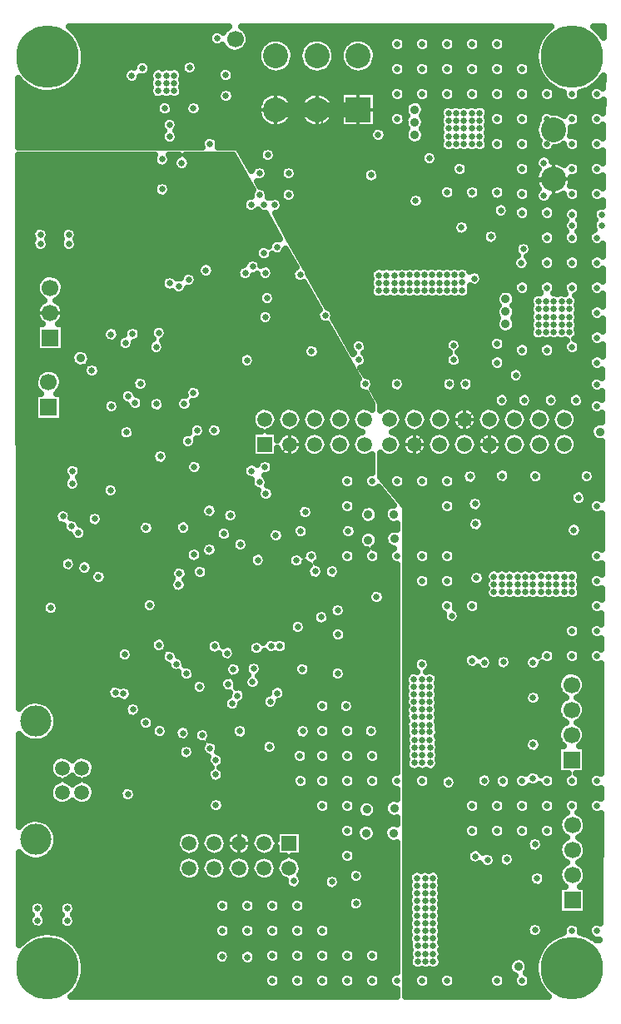
<source format=gbr>
G04 DipTrace 2.4.0.2*
%INPower.gbr*%
%MOIN*%
%ADD13C,0.008*%
%ADD26C,0.06*%
%ADD27C,0.025*%
%ADD28C,0.013*%
%ADD47R,0.1X0.1*%
%ADD48C,0.1*%
%ADD49C,0.059*%
%ADD50C,0.125*%
%ADD51R,0.0591X0.0591*%
%ADD52C,0.0591*%
%ADD53R,0.0669X0.0669*%
%ADD54C,0.0669*%
%ADD55C,0.25*%
%ADD76C,0.035*%
%FSLAX44Y44*%
G04*
G70*
G90*
G75*
G01*
%LNInner2*%
%LPD*%
X13950Y21300D2*
D13*
X13550Y21700D1*
Y23290D1*
X11770D1*
X10980Y22500D1*
Y21509D1*
X9503Y18940D2*
X9800Y19238D1*
Y20830D1*
X10479Y21509D1*
X10980D1*
X15095Y18960D2*
X10970D1*
Y18970D1*
X9503D1*
Y18940D1*
X10970Y18960D2*
Y17600D1*
X11520Y17410D2*
X11350Y17580D1*
X10950D1*
X10970Y17600D1*
X14620Y24940D2*
X14630Y24950D1*
Y24370D1*
X13550Y23290D1*
X14620Y24940D2*
Y25910D1*
X15130Y26420D1*
X11520Y17410D2*
X10660Y16550D1*
X10160D1*
X8450Y14840D1*
X8460D1*
X10420Y30870D2*
Y30437D1*
X10240Y30257D1*
Y28020D1*
X10230D1*
X15095Y18960D2*
Y18945D1*
X15920Y18120D1*
Y16100D1*
X18860Y16481D2*
Y20020D1*
X15630D1*
X15430Y19820D1*
X13950Y21300D1*
X10810Y25520D2*
Y26880D1*
X10230Y27460D1*
Y28020D1*
X8130Y30473D2*
Y28692D1*
X8003Y28565D1*
X13860Y13800D2*
X14210D1*
X15254Y14844D1*
X15204D1*
X16000Y15640D1*
Y16100D1*
X15920D1*
X13110Y10450D2*
X13090D1*
X13160Y10520D1*
Y13070D1*
X13870Y13780D1*
Y13810D1*
X13860Y13800D1*
X15130Y15250D2*
Y14967D1*
X15254Y14844D1*
X17530Y8570D2*
Y9350D1*
X17000Y9880D1*
Y13000D1*
X15156Y14844D1*
X15204D1*
X17430Y19080D2*
X16170D1*
X15430Y19820D1*
X10810Y25520D2*
Y23850D1*
X11210D1*
X11770Y23290D1*
X8460Y23850D2*
X10810D1*
X18940Y20610D2*
Y20020D1*
X18860D1*
X5540Y31692D2*
X8320D1*
X9190D1*
X9875D1*
X10378Y31190D1*
Y30870D1*
X10420D1*
X8130Y30473D2*
X8143D1*
X8320Y30650D1*
Y31692D1*
X9190Y36440D2*
Y33440D1*
X7190Y36440D2*
X8190D1*
X7190D2*
X6190D1*
X5190D1*
X4315D1*
X7190Y37440D2*
Y36440D1*
X6190Y37440D2*
Y36440D1*
X5190Y37440D2*
Y36440D1*
X4315Y37440D2*
Y36440D1*
X9190D2*
X8190D1*
X9190Y33440D2*
Y31692D1*
Y36440D2*
X9252Y36378D1*
X11190D1*
X11253Y36440D1*
Y37440D1*
X10190Y35440D2*
X11190D1*
X10190Y34440D2*
X11190D1*
X12205D1*
X12517Y34128D1*
X8190Y34440D2*
X7190D1*
X8190Y35440D2*
X7190D1*
X6190D1*
X5190D1*
X4315D1*
X9190Y33440D2*
X8190D1*
X7190D1*
X6190D1*
X5190D1*
X4315D1*
Y34440D1*
X8190Y35440D2*
X8690D1*
X9190D1*
X9690D1*
X9190Y34940D2*
X8690D1*
X8190D1*
X9190D2*
X9690D1*
X10190D1*
X9190Y34440D2*
X8690D1*
X8190D1*
X9190D2*
X9690D1*
X10190D1*
X9690Y35440D2*
X10190D1*
X17877Y39815D2*
D26*
X16227D1*
X14577D1*
X22130Y16435D2*
D13*
Y14355D1*
X22120D1*
Y12650D1*
Y11820D1*
Y11080D1*
X21890Y10850D1*
Y8800D1*
X22300Y8390D1*
Y8460D1*
X22482Y12650D2*
X22120D1*
X22300Y6421D2*
Y8390D1*
X12550Y40780D2*
X13540Y39790D1*
X17220D1*
X17245Y39815D1*
X14577D1*
X19290Y31200D2*
X21370D1*
X23830Y22510D2*
X25890D1*
X17830Y31190D2*
X19280D1*
X19290Y31200D1*
X21890Y23600D2*
X20760D1*
X20640D1*
X22120Y11820D2*
X21850D1*
X21890Y23600D2*
Y16675D1*
X22130Y16435D1*
X20640Y22650D2*
Y23600D1*
Y22650D2*
X21890D1*
X20760Y11820D2*
X21850D1*
X20760D2*
Y10820D1*
X21860D2*
X21890Y10850D1*
X23830Y22510D2*
X22030D1*
X21890Y22650D1*
X20760Y23600D2*
Y25790D1*
X20130Y26420D1*
X17877Y39815D2*
Y39053D1*
X18700Y38230D1*
X20940D1*
X21200Y37970D1*
X23410D1*
X24440Y36940D1*
X25790D1*
X25690Y37040D1*
X11325Y42405D2*
Y41775D1*
X12320Y40780D1*
X12550D1*
X18700Y38230D2*
X21130Y35800D1*
Y35280D1*
X22950Y33460D1*
Y31200D1*
X22960D1*
Y29330D1*
Y28180D1*
X22100Y27320D1*
Y27420D1*
X22130D1*
X23130Y26420D1*
X20130D2*
Y26430D1*
X20630Y26930D1*
X21640D1*
X22130Y27420D1*
X23410Y37400D2*
Y37970D1*
X16480Y37310D2*
X16440D1*
Y39602D1*
X16227Y39815D1*
X16480Y37310D2*
X17610D1*
X16460Y36410D2*
X16420D1*
Y37250D1*
X16480Y37310D1*
X17610D2*
Y36410D1*
X17630Y36430D1*
X21370Y31200D2*
X22950D1*
X25850Y29570D2*
X23980D1*
X23740Y29330D1*
X22960D1*
D27*
X14253Y38003D3*
X14100Y34080D3*
X13590Y36010D3*
D76*
X6760Y29870D3*
D27*
X13950Y21300D3*
X10980Y21509D3*
X9503Y18940D3*
X15095Y18960D3*
X9503Y18940D3*
X10970Y17600D3*
X11520Y17410D3*
X14620Y24940D3*
D3*
X8460Y14840D3*
X11520Y17410D3*
X10230Y28020D3*
X10420Y30870D3*
X15920Y16100D3*
X15095Y18960D3*
X15920Y16100D3*
X18860Y16481D3*
X13950Y21300D3*
X10810Y25520D3*
X8130Y30473D3*
X8003Y28565D3*
X13860Y13800D3*
D3*
X15130Y15250D3*
X17530Y8570D3*
X17430Y19080D3*
X10810Y25520D3*
X8460Y23850D3*
X18940Y20610D3*
X10420Y30870D3*
X8130Y30473D3*
X9190Y36440D3*
D3*
D3*
X12517Y34128D3*
X10870Y23090D3*
X12130Y18330D3*
X15550Y33210D3*
X11090Y33020D3*
X11280Y28480D3*
X8940Y28080D3*
X11780Y33390D3*
X13350Y33270D3*
X13600Y25360D3*
X12880Y17410D3*
X14637Y16460D3*
X14140Y25500D3*
X13160Y22410D3*
X12170Y13200D3*
D3*
X14580Y22780D3*
X13645Y16905D3*
X13690Y17430D3*
X13920Y24910D3*
X14390Y18340D3*
X15400Y21770D3*
X14180Y24440D3*
X13800Y18270D3*
X12830Y16040D3*
X10585Y17625D3*
X10710Y21250D3*
X9529Y19985D3*
X15750Y23710D3*
X13860Y21790D3*
X7480Y21120D3*
X15460Y19110D3*
X6910Y21490D3*
X6252Y21628D3*
X6910Y21490D3*
X5565Y19878D3*
D76*
X23780Y32240D3*
Y31240D3*
D27*
X17785Y8035D3*
X17790Y9150D3*
X12231Y42679D3*
X11280Y39870D3*
X12231Y42679D3*
X10330Y39220D3*
X11280Y39870D3*
X10330Y38750D3*
D76*
X20141Y39819D3*
Y39319D3*
Y38810D3*
D27*
X10330Y38750D3*
X8815Y41190D3*
X11128Y41503D3*
X12570Y41207D3*
X23187Y34733D3*
X20180Y36170D3*
X24490Y34230D3*
X23187Y34733D3*
X22520Y33060D3*
X21525Y28830D3*
X19425D3*
X18155D3*
D76*
X23780Y31730D3*
D27*
X23187Y34733D3*
D76*
X23780Y32240D3*
D27*
X22610Y21070D3*
X10710Y21250D3*
X6290Y34820D3*
Y34450D3*
D76*
X18280Y23610D3*
Y22590D3*
X19330Y22640D3*
X19310Y23610D3*
X19320Y11850D3*
X18220Y11800D3*
X19320Y11850D3*
X18200Y10850D3*
X19300D3*
X18200D3*
D27*
X15460Y19110D3*
D76*
X19330Y22640D3*
D27*
X11000Y17250D3*
X11520Y16720D3*
X10320Y17920D3*
X9900Y18390D3*
X10320Y17920D3*
X8480Y16430D3*
X9900Y18390D3*
X8850Y15800D3*
X8480Y16430D3*
X9370Y15270D3*
X8850Y15800D3*
X9930Y14940D3*
X9380Y23080D3*
X15570Y22950D3*
X17060Y17240D3*
X15460Y19110D3*
X22351Y25130D3*
X27020Y25150D3*
X22550Y24030D3*
X26700Y24290D3*
X22550Y24030D3*
X22580Y23230D3*
X22550Y24030D3*
X21700Y30380D3*
Y29810D3*
Y30380D3*
X17900Y30350D3*
Y29820D3*
Y30350D3*
X11430Y26980D3*
X9950Y25930D3*
X7210Y29370D3*
X8560Y30473D3*
X9800Y28030D3*
X7990Y27950D3*
D3*
X14230Y32280D3*
X10690Y32750D3*
X9890Y30888D3*
X17070Y18810D3*
X20426Y17610D3*
X9930Y14940D3*
X14320Y14310D3*
X12830Y16040D3*
X12180Y11970D3*
X6230Y7830D3*
Y7340D3*
Y7830D3*
D76*
X18200Y10850D3*
D27*
X24878Y17690D3*
Y16270D3*
Y14396D3*
Y13050D3*
Y14396D3*
X22920Y12960D3*
X23670Y12930D3*
X22920Y12960D3*
X22930Y17690D3*
X23690Y17700D3*
X24950Y10399D3*
X25040Y9030D3*
X24950Y10399D3*
D76*
X24290Y5508D3*
D27*
X24950Y6970D3*
X23820Y9800D3*
X23050Y9780D3*
X23820Y9800D3*
X11310Y25520D3*
X7960Y24580D3*
X26510Y22990D3*
X18610Y20310D3*
X23590Y35790D3*
X23187Y34733D3*
X21620Y19560D3*
D3*
X9790Y30320D3*
X26442Y35625D3*
X23590Y35790D3*
X26442Y35185D3*
Y35625D3*
X24970Y25150D3*
X22175Y28830D3*
X23640Y25160D3*
X8650Y12410D3*
X13419Y29790D3*
X14160Y31520D3*
X16550Y31580D3*
X22010Y35100D3*
D76*
X20141Y38810D3*
D27*
X13920Y37270D3*
X15090D3*
X13920D3*
X7980Y30828D3*
X10020Y36630D3*
Y37830D3*
X13930Y36420D3*
X13920Y37270D3*
X15090Y36410D3*
X11940Y38440D3*
X18400Y37200D3*
X18680Y38820D3*
X11430Y26980D3*
X9800Y28030D3*
X10815Y37690D3*
X14230Y32280D3*
X14160Y31520D3*
X16010Y30143D3*
X13419Y29790D3*
X16000Y21930D3*
X12579Y40370D3*
X5150Y34820D3*
Y34450D3*
X5030Y7830D3*
X5040Y7360D3*
X5030Y7830D3*
X27625Y35625D3*
X27627Y35190D3*
D76*
X27560Y26920D3*
D27*
X5150Y34820D3*
X7320Y23430D3*
X6440Y25350D3*
X6390Y23150D3*
X6420Y24850D3*
X15640Y17420D3*
X17050Y19770D3*
X16150Y21330D3*
X14740Y18350D3*
X12500Y22840D3*
X12630Y18060D3*
X13140Y14930D3*
X8150Y16480D3*
X8530Y18010D3*
X22564Y9925D3*
X22439Y17762D3*
X14110Y36020D3*
X14160Y33290D3*
X9237Y41487D3*
X10135Y39875D3*
D3*
X14630Y34320D3*
X14530Y36000D3*
X16820Y8900D3*
X15290Y8930D3*
X13040Y16360D3*
X16830Y21330D3*
X12750Y23570D3*
X12670Y16820D3*
X8600Y26900D3*
X12110Y26980D3*
X14360Y16120D3*
X16400Y19500D3*
X10324Y32866D3*
X13650Y33530D3*
X10324Y32866D3*
X12170Y13780D3*
X11910Y23760D3*
X9150Y28840D3*
X8660Y28350D3*
X8840Y30838D3*
X6050Y23530D3*
X6670Y22890D3*
X11300Y22000D3*
X11630Y14770D3*
X10990Y14100D3*
X11540Y21310D3*
X10850Y14860D3*
X10680Y20800D3*
X11910Y22200D3*
X11940Y14250D3*
D76*
X22130Y16435D3*
X22300Y8460D3*
D27*
X22482Y12650D3*
D76*
X22130Y14355D3*
X22300Y6421D3*
D27*
X12550Y40780D3*
D76*
X19290Y31200D3*
X21370D3*
X23830Y22510D3*
X25890D3*
D27*
X17830Y31190D3*
D76*
X19290Y31200D3*
X21890Y23600D3*
X20640D3*
X21850Y11820D3*
X21890Y23600D3*
X22130Y16435D3*
X20640Y22650D3*
X21890D3*
X20640D3*
X20760Y11820D3*
Y10820D3*
Y11820D3*
X21860Y10820D3*
X23830Y22510D3*
X25890D3*
D27*
X11325Y42405D3*
X12550Y40780D3*
D76*
X23410Y37400D3*
D27*
X16480Y37310D3*
X17610D3*
X16480D3*
X16460Y36410D3*
X16480Y37310D3*
X17630Y36430D3*
D76*
X25850Y29570D3*
D27*
X10910Y28040D3*
X11060Y26550D3*
X25087Y32151D3*
X25399D3*
X25712D3*
X26024D3*
X26337D3*
X25087Y31838D3*
X25399D3*
X25712D3*
X26024D3*
X26337D3*
X25087Y31526D3*
X25399D3*
X25712D3*
X26024D3*
X26337D3*
X25087Y31213D3*
X25399D3*
X25712D3*
X26024D3*
X26337D3*
X25087Y30901D3*
X25399D3*
X25712D3*
X26024D3*
X26337D3*
X24878Y20815D3*
Y21128D3*
X25190Y20815D3*
X25503D3*
X25815D3*
X26128D3*
X21140Y32894D3*
X26440Y20815D3*
X24565D3*
X24253D3*
X23940D3*
X23628D3*
X23315D3*
X24565Y21128D3*
X24253D3*
X23940D3*
X23628D3*
X23315D3*
Y20503D3*
X23628D3*
X23940D3*
X24253D3*
X24565D3*
X24878D3*
X25190D3*
X25503D3*
X25815D3*
X26128D3*
X26440D3*
Y21128D3*
X26128D3*
X25815D3*
X25503D3*
X25200Y21130D3*
X22115Y39063D3*
Y39375D3*
Y39688D3*
X21802Y39375D3*
X21490D3*
X21802Y39063D3*
X21490D3*
X22115Y38750D3*
X21802D3*
X21490D3*
Y38437D3*
X21802D3*
X22115D3*
X21802Y39688D3*
X21490D3*
X22428D3*
Y39375D3*
Y39063D3*
Y38750D3*
Y38437D3*
X22740Y39688D3*
Y39375D3*
Y39063D3*
Y38750D3*
Y38437D3*
X8190Y36440D3*
Y35440D3*
Y34440D3*
Y33440D3*
X7190Y37440D3*
Y36440D3*
X6190Y37440D3*
X5190D3*
X4315D3*
Y36440D3*
Y35440D3*
Y34440D3*
Y33440D3*
X5190D3*
X6190D3*
X7190D3*
X9190D3*
X10190Y34440D3*
X20828Y32894D3*
X20533Y32893D3*
X20221D3*
X20533Y33206D3*
Y32581D3*
X20221Y33206D3*
X11190Y34440D3*
X20221Y32581D3*
X23440Y42440D3*
X11190Y35440D3*
X10190D3*
X26440Y18940D3*
X25440Y17940D3*
X20553Y8155D3*
Y7843D3*
X20554Y7548D3*
Y7236D3*
X20241Y7548D3*
X25440Y12940D3*
X20866Y7548D3*
X20241Y7236D3*
X20866D3*
X20240Y8155D3*
X20865D3*
X20240Y7843D3*
X20865D3*
X20552Y8762D3*
Y8450D3*
X20239Y8762D3*
X20864D3*
X20239Y8450D3*
X20864D3*
X20551Y9057D3*
X20238D3*
X20863D3*
X20560Y6946D3*
Y6633D3*
X20248Y6946D3*
X11253Y36440D3*
Y37440D3*
X20873Y6946D3*
X20248Y6633D3*
X20873D3*
X20565Y6334D3*
Y6022D3*
X20252Y6334D3*
X20877D3*
X20252Y6022D3*
X20877D3*
X20565Y5710D3*
X20253D3*
X20878D3*
X5190Y36440D3*
X6190D3*
X5190Y35440D3*
X6190D3*
X7190D3*
Y34440D3*
X19440Y41440D3*
X20440D3*
X21440D3*
X22440D3*
X23440D3*
X24440D3*
X19440Y42440D3*
X16440Y11940D3*
X15570Y12940D3*
X20440Y42440D3*
X21440D3*
X22440D3*
X8190Y34940D3*
X10191Y40882D3*
Y41194D3*
X10504D3*
Y40882D3*
X9879Y41194D3*
Y40882D3*
Y40569D3*
X10191D3*
X10504D3*
X22440Y40440D3*
X23440Y39440D3*
X24440D3*
X25440D3*
X26440D3*
X27440D3*
X21440Y40440D3*
X20440D3*
X20428Y16110D3*
Y15798D3*
Y15503D3*
X21140Y33207D3*
Y32582D3*
X20828Y33207D3*
Y32582D3*
X21747Y32895D3*
X21435D3*
X21747Y33207D3*
Y32582D3*
X21435Y33207D3*
Y32582D3*
X22042Y32896D3*
Y33208D3*
Y32583D3*
X19931Y32887D3*
X19618D3*
X19931Y33199D3*
Y32574D3*
X19618Y33199D3*
Y32574D3*
X19440Y40440D3*
X27440Y38440D3*
Y37440D3*
Y36440D3*
X19440Y39440D3*
X9190Y34440D3*
X23440Y40440D3*
X24440D3*
X25440D3*
X26440D3*
X27440D3*
X26440Y38440D3*
X25440D3*
X24440D3*
X23440D3*
X19319Y32882D3*
X24440Y37440D3*
Y36440D3*
X19007Y32882D3*
X19319Y33195D3*
Y32570D3*
X19007Y33195D3*
Y32570D3*
X18695Y32882D3*
Y33194D3*
Y32569D3*
X20428Y15191D3*
X20116Y15503D3*
X20741D3*
X20116Y15191D3*
X20741D3*
X20115Y16110D3*
X20740D3*
X20115Y15798D3*
X20740D3*
X20427Y16717D3*
Y16405D3*
X20114Y16717D3*
X20739D3*
X20114Y16405D3*
X20739D3*
X20426Y17012D3*
X20113D3*
X20738D3*
X20435Y14901D3*
Y14588D3*
X20123Y14901D3*
X20748D3*
X20123Y14588D3*
X20748D3*
X20440Y14289D3*
Y13977D3*
X20127Y14289D3*
X20752D3*
X20127Y13977D3*
X20752D3*
X20440Y13665D3*
X20128D3*
X20753D3*
X26440Y37440D3*
Y36440D3*
X25315Y36378D3*
Y37690D3*
X8690Y34940D3*
X9190D3*
X9690D3*
X10190D3*
X9690Y34440D3*
X8690D3*
X9690Y35440D3*
X9190D3*
X8690D3*
X21940Y37440D3*
X20730Y37880D3*
X23440Y36500D3*
X22440D3*
X21440Y36510D3*
X27440Y34690D3*
Y33690D3*
Y32690D3*
Y31690D3*
Y30690D3*
Y29690D3*
Y28815D3*
X24440Y35690D3*
X25440D3*
Y34690D3*
X26440D3*
X24410Y33690D3*
X25440D3*
X26440D3*
X24440Y32690D3*
X25440D3*
X26440D3*
X24440Y30190D3*
X23440Y30440D3*
Y29690D3*
X23627Y28190D3*
X24530D3*
X25590D3*
X26600D3*
X24190Y29190D3*
X25440Y30190D3*
X26440Y30315D3*
X27440Y27940D3*
Y23940D3*
Y21940D3*
Y20940D3*
Y19940D3*
Y18940D3*
Y17940D3*
X26440D3*
X27440Y12940D3*
Y11940D3*
X26440D3*
X22440D3*
X23440D3*
X24440D3*
X25440D3*
X26440Y12940D3*
X24440D3*
X22440Y10940D3*
X23440D3*
X24440D3*
X25440D3*
X27440Y6940D3*
X26440D3*
X24440Y4940D3*
X23440D3*
X21440D3*
X20440D3*
X15440D3*
X16440D3*
X17440D3*
X18440D3*
X19440D3*
X14440D3*
Y5940D3*
Y6940D3*
X12440Y7940D3*
X13440D3*
X14440D3*
X13440Y6940D3*
X12440D3*
X13440Y5890D3*
X12430Y5920D3*
X15440Y5940D3*
X16440D3*
X17440D3*
X18440D3*
X15440Y6940D3*
X16440D3*
X15440Y7940D3*
X17440Y11940D3*
Y10940D3*
Y9940D3*
Y12940D3*
X16440D3*
X15540Y13940D3*
X16440D3*
Y14940D3*
Y15940D3*
X17390D3*
X17440Y14940D3*
Y13940D3*
X18440Y12940D3*
X19440D3*
X20440D3*
X21490Y12890D3*
X18440Y13940D3*
X18390Y14940D3*
X15650Y14930D3*
X21440Y23940D3*
Y24940D3*
X20440D3*
X19440D3*
X18440D3*
X17440D3*
Y23940D3*
X17480Y22940D3*
X17440Y21940D3*
X18440D3*
X19440D3*
X20440D3*
X21440D3*
Y20940D3*
Y19940D3*
X22440D3*
X20440Y20940D3*
X6584Y42883D2*
X11933D1*
X13467D2*
X25296D1*
X27584D2*
X27664D1*
X6756Y42634D2*
X11870D1*
X13526D2*
X14276D1*
X14877D2*
X15925D1*
X16529D2*
X17577D1*
X18178D2*
X19136D1*
X19744D2*
X20136D1*
X20744D2*
X21136D1*
X21744D2*
X22136D1*
X22744D2*
X23136D1*
X23744D2*
X25124D1*
X6861Y42386D2*
X12034D1*
X13463D2*
X13968D1*
X15190D2*
X15616D1*
X16838D2*
X17269D1*
X18486D2*
X19081D1*
X19799D2*
X20081D1*
X20799D2*
X21081D1*
X21799D2*
X22081D1*
X22799D2*
X23081D1*
X23799D2*
X25019D1*
X6916Y42137D2*
X12702D1*
X13197D2*
X13854D1*
X15299D2*
X15507D1*
X16947D2*
X17155D1*
X18600D2*
X19261D1*
X19619D2*
X20261D1*
X20619D2*
X21261D1*
X21619D2*
X22261D1*
X22619D2*
X23261D1*
X23619D2*
X24964D1*
X6928Y41888D2*
X13843D1*
X15311D2*
X15491D1*
X16963D2*
X17144D1*
X18611D2*
X24952D1*
X6901Y41640D2*
X8909D1*
X9565D2*
X10792D1*
X11463D2*
X13921D1*
X15233D2*
X15569D1*
X16885D2*
X17222D1*
X18533D2*
X19140D1*
X19740D2*
X20140D1*
X20740D2*
X21140D1*
X21740D2*
X22140D1*
X22740D2*
X23140D1*
X23740D2*
X24140D1*
X24740D2*
X24979D1*
X6822Y41391D2*
X8515D1*
X11475D2*
X12261D1*
X12881D2*
X14140D1*
X15014D2*
X15792D1*
X16666D2*
X17440D1*
X18315D2*
X19077D1*
X19803D2*
X20077D1*
X20803D2*
X21077D1*
X21803D2*
X22077D1*
X22803D2*
X23077D1*
X23803D2*
X24077D1*
X24803D2*
X25058D1*
X6694Y41142D2*
X8452D1*
X9178D2*
X9519D1*
X10865D2*
X12210D1*
X12928D2*
X19253D1*
X19627D2*
X20253D1*
X20627D2*
X21253D1*
X21627D2*
X22253D1*
X22627D2*
X23253D1*
X23627D2*
X24253D1*
X24627D2*
X25186D1*
X4279Y40893D2*
X4388D1*
X6490D2*
X8624D1*
X9006D2*
X9515D1*
X10869D2*
X12417D1*
X12725D2*
X25390D1*
X27490D2*
X27659D1*
X4279Y40645D2*
X4729D1*
X6151D2*
X9522D1*
X10861D2*
X12354D1*
X12803D2*
X19144D1*
X19736D2*
X20144D1*
X20736D2*
X21144D1*
X21736D2*
X22144D1*
X22736D2*
X23144D1*
X23736D2*
X24144D1*
X24736D2*
X25144D1*
X4279Y40396D2*
X9561D1*
X10822D2*
X12214D1*
X12944D2*
X14136D1*
X15018D2*
X15784D1*
X16670D2*
X17136D1*
X18619D2*
X19077D1*
X19803D2*
X20077D1*
X20803D2*
X21077D1*
X21803D2*
X22077D1*
X22803D2*
X23077D1*
X23803D2*
X24077D1*
X24803D2*
X25077D1*
X25803D2*
X26077D1*
X26803D2*
X27077D1*
X4279Y40147D2*
X9905D1*
X10365D2*
X11058D1*
X11502D2*
X12296D1*
X12861D2*
X13921D1*
X15236D2*
X15569D1*
X16885D2*
X17136D1*
X18619D2*
X19241D1*
X19639D2*
X19905D1*
X20639D2*
X21241D1*
X21639D2*
X22241D1*
X22639D2*
X23241D1*
X23639D2*
X24241D1*
X24639D2*
X25241D1*
X25639D2*
X26241D1*
X26639D2*
X27241D1*
X4279Y39899D2*
X9772D1*
X10498D2*
X10917D1*
X11643D2*
X13843D1*
X15311D2*
X15491D1*
X16963D2*
X17136D1*
X18619D2*
X19733D1*
X20549D2*
X21198D1*
X23029D2*
X27655D1*
X4279Y39650D2*
X9854D1*
X10416D2*
X10995D1*
X11565D2*
X13858D1*
X15299D2*
X15507D1*
X16947D2*
X17136D1*
X18619D2*
X19147D1*
X20518D2*
X21128D1*
X23733D2*
X24147D1*
X24733D2*
X25147D1*
X26033D2*
X26147D1*
X26733D2*
X27147D1*
X4279Y39401D2*
X10019D1*
X10643D2*
X13968D1*
X15186D2*
X15620D1*
X16834D2*
X17136D1*
X18619D2*
X19077D1*
X20549D2*
X21128D1*
X23803D2*
X24077D1*
X24803D2*
X25065D1*
X26803D2*
X27077D1*
X4279Y39153D2*
X9972D1*
X10690D2*
X14284D1*
X14873D2*
X15933D1*
X16522D2*
X17136D1*
X18776D2*
X19233D1*
X19647D2*
X19765D1*
X20518D2*
X21136D1*
X23092D2*
X23233D1*
X23647D2*
X24233D1*
X24647D2*
X24964D1*
X26647D2*
X27233D1*
X4279Y38904D2*
X10003D1*
X10658D2*
X18327D1*
X19033D2*
X19737D1*
X20545D2*
X21163D1*
X23069D2*
X24960D1*
X26420D2*
X27655D1*
X4279Y38655D2*
X9979D1*
X10682D2*
X11651D1*
X12229D2*
X18358D1*
X19002D2*
X19757D1*
X20526D2*
X21140D1*
X23729D2*
X24151D1*
X24729D2*
X25046D1*
X26729D2*
X27151D1*
X4279Y38407D2*
X11577D1*
X12303D2*
X21128D1*
X23803D2*
X24077D1*
X24803D2*
X25077D1*
X26803D2*
X27077D1*
X13190Y38158D2*
X13925D1*
X14580D2*
X20511D1*
X20951D2*
X21272D1*
X22959D2*
X23226D1*
X23654D2*
X24226D1*
X24654D2*
X25226D1*
X25654D2*
X26226D1*
X26654D2*
X27226D1*
X13326Y37909D2*
X13901D1*
X14604D2*
X20366D1*
X21092D2*
X25030D1*
X25600D2*
X27651D1*
X13463Y37660D2*
X20444D1*
X21014D2*
X21655D1*
X22225D2*
X24155D1*
X24725D2*
X24952D1*
X26069D2*
X26159D1*
X26725D2*
X27155D1*
X14252Y37412D2*
X14757D1*
X15424D2*
X18108D1*
X18690D2*
X21577D1*
X22303D2*
X24077D1*
X24803D2*
X25054D1*
X26803D2*
X27077D1*
X14268Y37163D2*
X14741D1*
X15436D2*
X18038D1*
X18764D2*
X21718D1*
X22162D2*
X24218D1*
X24662D2*
X24960D1*
X26662D2*
X27218D1*
X13877Y36914D2*
X18190D1*
X18608D2*
X24960D1*
X26420D2*
X27647D1*
X14190Y36666D2*
X14843D1*
X15338D2*
X21112D1*
X21768D2*
X22120D1*
X22760D2*
X23120D1*
X23760D2*
X24159D1*
X24721D2*
X25058D1*
X26721D2*
X27159D1*
X14295Y36417D2*
X14726D1*
X15455D2*
X19921D1*
X20440D2*
X21089D1*
X21791D2*
X22085D1*
X22795D2*
X23085D1*
X23795D2*
X24077D1*
X24803D2*
X24953D1*
X26803D2*
X27077D1*
X15354Y36168D2*
X19815D1*
X20545D2*
X22339D1*
X22541D2*
X23339D1*
X23541D2*
X24210D1*
X24670D2*
X25022D1*
X25608D2*
X26210D1*
X26670D2*
X27210D1*
X14885Y35920D2*
X19925D1*
X20436D2*
X23249D1*
X23928D2*
X24163D1*
X24717D2*
X25163D1*
X25717D2*
X26249D1*
X26635D2*
X27433D1*
X14639Y35671D2*
X23245D1*
X23932D2*
X24078D1*
X24803D2*
X25077D1*
X25803D2*
X26081D1*
X26803D2*
X27265D1*
X14709Y35422D2*
X21878D1*
X22142D2*
X24206D1*
X24674D2*
X25206D1*
X25674D2*
X26144D1*
X26740D2*
X27327D1*
X14846Y35174D2*
X21651D1*
X22365D2*
X26077D1*
X26807D2*
X27265D1*
X14983Y34925D2*
X21694D1*
X22326D2*
X22882D1*
X23494D2*
X25171D1*
X25709D2*
X26171D1*
X26709D2*
X27171D1*
X15123Y34676D2*
X22827D1*
X23549D2*
X25077D1*
X25803D2*
X26077D1*
X26803D2*
X27077D1*
X15260Y34428D2*
X23015D1*
X23361D2*
X24190D1*
X24791D2*
X25198D1*
X25682D2*
X26198D1*
X26682D2*
X27198D1*
X15401Y34179D2*
X24128D1*
X24850D2*
X27640D1*
X15537Y33930D2*
X24144D1*
X24674D2*
X25175D1*
X25705D2*
X26175D1*
X26705D2*
X27175D1*
X15674Y33681D2*
X24046D1*
X24776D2*
X25077D1*
X25803D2*
X26077D1*
X26803D2*
X27077D1*
X15830Y33433D2*
X18429D1*
X22322D2*
X24163D1*
X24658D2*
X25194D1*
X25686D2*
X26194D1*
X26686D2*
X27194D1*
X15951Y33184D2*
X18331D1*
X22861D2*
X27636D1*
X16088Y32935D2*
X18335D1*
X22861D2*
X24179D1*
X24701D2*
X25179D1*
X25701D2*
X26179D1*
X26701D2*
X27179D1*
X16229Y32687D2*
X18351D1*
X22389D2*
X24073D1*
X24807D2*
X25073D1*
X25807D2*
X26073D1*
X26807D2*
X27073D1*
X16365Y32438D2*
X18358D1*
X22373D2*
X23421D1*
X24694D2*
X24878D1*
X26694D2*
X27186D1*
X16502Y32189D2*
X23370D1*
X24194D2*
X24726D1*
X26701D2*
X27632D1*
X16643Y31941D2*
X23429D1*
X24135D2*
X24737D1*
X26686D2*
X27186D1*
X16897Y31692D2*
X23366D1*
X24194D2*
X24757D1*
X26670D2*
X27073D1*
X16920Y31443D2*
X23421D1*
X24139D2*
X24733D1*
X26690D2*
X27183D1*
X17057Y31195D2*
X23366D1*
X24194D2*
X24722D1*
X26701D2*
X27628D1*
X17194Y30946D2*
X23499D1*
X24061D2*
X24726D1*
X26697D2*
X27190D1*
X17334Y30697D2*
X21554D1*
X21846D2*
X23194D1*
X23686D2*
X24788D1*
X26635D2*
X27077D1*
X17471Y30449D2*
X17549D1*
X18252D2*
X21343D1*
X22057D2*
X23077D1*
X23803D2*
X24194D1*
X24686D2*
X25194D1*
X25686D2*
X26101D1*
X26779D2*
X27175D1*
X18229Y30200D2*
X21386D1*
X22014D2*
X23175D1*
X23705D2*
X24077D1*
X24803D2*
X25077D1*
X25803D2*
X26097D1*
X26783D2*
X27624D1*
X18240Y29951D2*
X21366D1*
X22033D2*
X23198D1*
X23682D2*
X24175D1*
X24705D2*
X25175D1*
X25705D2*
X27198D1*
X18244Y29702D2*
X21354D1*
X22049D2*
X23077D1*
X23803D2*
X27077D1*
X18026Y29454D2*
X23171D1*
X23709D2*
X23952D1*
X24428D2*
X27171D1*
X18162Y29205D2*
X23827D1*
X24553D2*
X27620D1*
X18494Y28956D2*
X19085D1*
X19768D2*
X21183D1*
X22518D2*
X23917D1*
X24463D2*
X27104D1*
X18498Y28708D2*
X19085D1*
X19768D2*
X21183D1*
X22518D2*
X27093D1*
X18576Y28459D2*
X23394D1*
X23861D2*
X24296D1*
X24764D2*
X25358D1*
X25822D2*
X26366D1*
X26834D2*
X27620D1*
X18713Y28210D2*
X23265D1*
X23990D2*
X24167D1*
X24893D2*
X25226D1*
X25955D2*
X26237D1*
X26963D2*
X27210D1*
X18776Y27962D2*
X23351D1*
X23904D2*
X24253D1*
X24807D2*
X25311D1*
X25865D2*
X26323D1*
X26877D2*
X27077D1*
X19572Y27713D2*
X19686D1*
X20572D2*
X20686D1*
X21572D2*
X21686D1*
X22572D2*
X22686D1*
X23572D2*
X23686D1*
X24572D2*
X24686D1*
X25572D2*
X25686D1*
X26572D2*
X27163D1*
X26662Y27464D2*
X27616D1*
X26623Y27216D2*
X27280D1*
X19389Y26967D2*
X19870D1*
X20389D2*
X20870D1*
X21389D2*
X21870D1*
X22389D2*
X22870D1*
X23389D2*
X23870D1*
X24389D2*
X24870D1*
X25389D2*
X25870D1*
X26389D2*
X27147D1*
X19569Y26718D2*
X19692D1*
X20569D2*
X20692D1*
X21569D2*
X21692D1*
X22569D2*
X22692D1*
X23569D2*
X23692D1*
X24569D2*
X24692D1*
X25569D2*
X25692D1*
X26569D2*
X27202D1*
X26662Y26470D2*
X27612D1*
X26623Y26221D2*
X27612D1*
X18776Y25972D2*
X18862D1*
X19401D2*
X19862D1*
X20401D2*
X20862D1*
X21401D2*
X21862D1*
X22401D2*
X22862D1*
X23401D2*
X23862D1*
X24401D2*
X24862D1*
X25401D2*
X25862D1*
X26401D2*
X27612D1*
X18776Y25723D2*
X27608D1*
X18776Y25475D2*
X23487D1*
X23791D2*
X24847D1*
X25096D2*
X26894D1*
X27143D2*
X27608D1*
X18776Y25226D2*
X19233D1*
X19647D2*
X20233D1*
X20647D2*
X21233D1*
X21647D2*
X21999D1*
X22701D2*
X23280D1*
X23998D2*
X24612D1*
X25326D2*
X26663D1*
X27377D2*
X27608D1*
X18889Y24977D2*
X19077D1*
X19803D2*
X20077D1*
X20803D2*
X21077D1*
X21803D2*
X22022D1*
X22678D2*
X23327D1*
X23951D2*
X24651D1*
X25287D2*
X26702D1*
X27338D2*
X27608D1*
X19733Y24729D2*
X20147D1*
X20733D2*
X21147D1*
X21733D2*
X27608D1*
X19307Y24480D2*
X26394D1*
X27006D2*
X27604D1*
X19518Y24231D2*
X21241D1*
X21639D2*
X22253D1*
X22850D2*
X26339D1*
X27061D2*
X27241D1*
X19729Y23983D2*
X21077D1*
X21803D2*
X22190D1*
X22912D2*
X26530D1*
X26869D2*
X27077D1*
X19776Y23734D2*
X21144D1*
X21736D2*
X22358D1*
X22740D2*
X27144D1*
X19776Y23485D2*
X22331D1*
X22830D2*
X27604D1*
X19776Y23237D2*
X22214D1*
X22944D2*
X26253D1*
X26768D2*
X27601D1*
X19776Y22988D2*
X22315D1*
X22842D2*
X26144D1*
X26873D2*
X27601D1*
X19776Y22739D2*
X26257D1*
X26764D2*
X27601D1*
X19776Y22491D2*
X27601D1*
X19776Y22242D2*
X20261D1*
X20619D2*
X21261D1*
X21619D2*
X27261D1*
X19799Y21993D2*
X20081D1*
X20799D2*
X21081D1*
X21799D2*
X27081D1*
X19776Y21744D2*
X20136D1*
X20744D2*
X21136D1*
X21744D2*
X27136D1*
X19776Y21496D2*
X27597D1*
X19776Y21247D2*
X20269D1*
X20611D2*
X21269D1*
X21611D2*
X22296D1*
X26783D2*
X27269D1*
X19776Y20998D2*
X20081D1*
X20799D2*
X21081D1*
X21799D2*
X22253D1*
X26779D2*
X27081D1*
X19776Y20750D2*
X20132D1*
X20748D2*
X21132D1*
X21748D2*
X22472D1*
X22748D2*
X22956D1*
X26799D2*
X27132D1*
X19776Y20501D2*
X22948D1*
X26807D2*
X27593D1*
X19776Y20252D2*
X21280D1*
X21600D2*
X22280D1*
X22600D2*
X23061D1*
X26694D2*
X27280D1*
X19776Y20004D2*
X21081D1*
X21799D2*
X22081D1*
X22799D2*
X27081D1*
X19776Y19755D2*
X21132D1*
X21924D2*
X22132D1*
X22748D2*
X27132D1*
X19776Y19506D2*
X21261D1*
X21979D2*
X27589D1*
X19776Y19258D2*
X21440D1*
X21799D2*
X26296D1*
X26584D2*
X27296D1*
X19776Y19009D2*
X26081D1*
X26799D2*
X27081D1*
X19776Y18760D2*
X26128D1*
X26752D2*
X27128D1*
X19776Y18512D2*
X27585D1*
X19776Y18263D2*
X25308D1*
X25572D2*
X26308D1*
X26572D2*
X27308D1*
X19776Y18014D2*
X22186D1*
X22694D2*
X22804D1*
X23057D2*
X23534D1*
X23846D2*
X24749D1*
X25002D2*
X25081D1*
X25795D2*
X26085D1*
X26795D2*
X27085D1*
X19776Y17765D2*
X20101D1*
X20752D2*
X22073D1*
X24049D2*
X24522D1*
X25756D2*
X26124D1*
X26756D2*
X27124D1*
X19776Y17517D2*
X20073D1*
X20779D2*
X22179D1*
X23248D2*
X23378D1*
X24002D2*
X24561D1*
X25194D2*
X27585D1*
X19776Y17268D2*
X19866D1*
X20986D2*
X26128D1*
X26717D2*
X27581D1*
X21104Y17019D2*
X25897D1*
X26947D2*
X27581D1*
X21100Y16771D2*
X25847D1*
X26994D2*
X27581D1*
X21084Y16522D2*
X24624D1*
X25131D2*
X25917D1*
X26928D2*
X27581D1*
X21076Y16273D2*
X24515D1*
X25244D2*
X26136D1*
X26709D2*
X27581D1*
X21096Y16025D2*
X24616D1*
X25139D2*
X25901D1*
X26944D2*
X27577D1*
X21104Y15776D2*
X25847D1*
X26994D2*
X27577D1*
X21104Y15527D2*
X25913D1*
X26928D2*
X27577D1*
X21096Y15279D2*
X26147D1*
X26697D2*
X27577D1*
X21088Y15030D2*
X25901D1*
X26940D2*
X27577D1*
X21092Y14781D2*
X25847D1*
X26994D2*
X27573D1*
X21108Y14533D2*
X24542D1*
X25213D2*
X25909D1*
X26932D2*
X27573D1*
X21115Y14284D2*
X24530D1*
X25225D2*
X25847D1*
X26994D2*
X27573D1*
X21111Y14035D2*
X25847D1*
X26994D2*
X27573D1*
X21096Y13786D2*
X25847D1*
X26994D2*
X27573D1*
X21092Y13538D2*
X25847D1*
X26994D2*
X27569D1*
X19776Y13289D2*
X22811D1*
X23029D2*
X24612D1*
X25143D2*
X25847D1*
X26994D2*
X27569D1*
X19791Y13040D2*
X20089D1*
X20791D2*
X21159D1*
X21819D2*
X22565D1*
X25791D2*
X26089D1*
X26791D2*
X27089D1*
X19776Y12792D2*
X20108D1*
X20772D2*
X21140D1*
X21842D2*
X22601D1*
X23240D2*
X23335D1*
X24006D2*
X24108D1*
X25772D2*
X26108D1*
X26772D2*
X27108D1*
X19776Y12543D2*
X27565D1*
X19776Y12294D2*
X27565D1*
X19776Y12046D2*
X22093D1*
X22787D2*
X23093D1*
X23787D2*
X24093D1*
X24787D2*
X25093D1*
X25787D2*
X26093D1*
X26787D2*
X27093D1*
X19776Y11797D2*
X22108D1*
X22772D2*
X23108D1*
X23772D2*
X24108D1*
X24772D2*
X25108D1*
X25772D2*
X26108D1*
X26772D2*
X27108D1*
X19776Y11548D2*
X26038D1*
X26885D2*
X27565D1*
X19776Y11300D2*
X25901D1*
X27022D2*
X27561D1*
X19776Y11051D2*
X22093D1*
X22787D2*
X23093D1*
X23787D2*
X24093D1*
X24787D2*
X25093D1*
X25787D2*
X25899D1*
X27022D2*
X27561D1*
X19776Y10802D2*
X22104D1*
X22776D2*
X23104D1*
X23776D2*
X24104D1*
X24776D2*
X25104D1*
X25776D2*
X26030D1*
X26897D2*
X27561D1*
X19776Y10554D2*
X24624D1*
X25279D2*
X26042D1*
X26881D2*
X27561D1*
X19776Y10305D2*
X24597D1*
X25303D2*
X25905D1*
X27018D2*
X27561D1*
X19776Y10056D2*
X22226D1*
X23272D2*
X23573D1*
X24069D2*
X25897D1*
X27026D2*
X27558D1*
X19776Y9807D2*
X22222D1*
X24186D2*
X26022D1*
X26901D2*
X27558D1*
X19776Y9559D2*
X22769D1*
X23334D2*
X23554D1*
X24084D2*
X26050D1*
X26873D2*
X27558D1*
X19776Y9310D2*
X19987D1*
X21115D2*
X24823D1*
X25256D2*
X25905D1*
X27018D2*
X27558D1*
X19776Y9061D2*
X19874D1*
X21229D2*
X24675D1*
X25404D2*
X25897D1*
X27026D2*
X27558D1*
X19776Y8813D2*
X19878D1*
X21225D2*
X24753D1*
X25326D2*
X26019D1*
X26904D2*
X27554D1*
X19776Y8564D2*
X19894D1*
X21209D2*
X25886D1*
X27037D2*
X27554D1*
X19776Y8315D2*
X19901D1*
X21201D2*
X25886D1*
X27037D2*
X27554D1*
X19776Y8067D2*
X19886D1*
X21217D2*
X25886D1*
X27037D2*
X27554D1*
X19776Y7818D2*
X19878D1*
X21229D2*
X25886D1*
X27037D2*
X27554D1*
X19776Y7569D2*
X19878D1*
X21229D2*
X27550D1*
X19776Y7321D2*
X19886D1*
X21221D2*
X27550D1*
X19776Y7072D2*
X19905D1*
X21213D2*
X24601D1*
X25299D2*
X26101D1*
X26779D2*
X27101D1*
X19776Y6823D2*
X19905D1*
X21213D2*
X24620D1*
X25283D2*
X25933D1*
X26947D2*
X27093D1*
X19776Y6575D2*
X19890D1*
X21233D2*
X25487D1*
X27393D2*
X27546D1*
X19776Y6326D2*
X19886D1*
X21240D2*
X25249D1*
X19776Y6077D2*
X19894D1*
X21236D2*
X25097D1*
X19776Y5828D2*
X19909D1*
X21221D2*
X24042D1*
X24537D2*
X25003D1*
X19776Y5580D2*
X19913D1*
X21217D2*
X23882D1*
X24697D2*
X24956D1*
X19776Y5331D2*
X23917D1*
X24662D2*
X24956D1*
X19776Y5082D2*
X20108D1*
X20776D2*
X21108D1*
X21776D2*
X23108D1*
X23776D2*
X24108D1*
X24776D2*
X24995D1*
X19787Y4834D2*
X20093D1*
X20787D2*
X21093D1*
X21787D2*
X23093D1*
X23787D2*
X24093D1*
X24787D2*
X25081D1*
X19776Y4585D2*
X25226D1*
X19776Y4336D2*
X25452D1*
X17187Y40530D2*
X18592D1*
Y39148D1*
X18703Y39159D1*
X18823Y39128D1*
X18924Y39056D1*
X18993Y38953D1*
X19020Y38820D1*
X18997Y38698D1*
X18932Y38592D1*
X18833Y38517D1*
X18714Y38482D1*
X18590Y38492D1*
X18478Y38546D1*
X18393Y38637D1*
X18347Y38752D1*
X18345Y38877D1*
X18387Y38993D1*
X18469Y39087D1*
X18493Y39100D1*
X17162D1*
Y40530D1*
X17187D1*
X16942Y39790D2*
X16927Y39666D1*
X16890Y39547D1*
X16833Y39436D1*
X16758Y39336D1*
X16667Y39251D1*
X16562Y39183D1*
X16447Y39135D1*
X16325Y39107D1*
X16201Y39100D1*
X16077Y39116D1*
X15957Y39153D1*
X15846Y39210D1*
X15747Y39285D1*
X15662Y39377D1*
X15595Y39482D1*
X15546Y39597D1*
X15519Y39719D1*
X15513Y39844D1*
X15529Y39968D1*
X15566Y40087D1*
X15624Y40198D1*
X15699Y40297D1*
X15791Y40381D1*
X15896Y40449D1*
X16012Y40497D1*
X16133Y40524D1*
X16258Y40529D1*
X16382Y40513D1*
X16501Y40476D1*
X16612Y40418D1*
X16711Y40342D1*
X16795Y40250D1*
X16862Y40145D1*
X16910Y40029D1*
X16937Y39907D1*
X16942Y39790D1*
X15292D2*
X15277Y39666D1*
X15240Y39547D1*
X15183Y39436D1*
X15108Y39336D1*
X15017Y39251D1*
X14912Y39183D1*
X14797Y39135D1*
X14675Y39107D1*
X14551Y39100D1*
X14427Y39116D1*
X14307Y39153D1*
X14196Y39210D1*
X14097Y39285D1*
X14012Y39377D1*
X13945Y39482D1*
X13896Y39597D1*
X13869Y39719D1*
X13863Y39844D1*
X13879Y39968D1*
X13916Y40087D1*
X13974Y40198D1*
X14049Y40297D1*
X14141Y40381D1*
X14246Y40449D1*
X14362Y40497D1*
X14483Y40524D1*
X14608Y40529D1*
X14732Y40513D1*
X14851Y40476D1*
X14962Y40418D1*
X15061Y40342D1*
X15145Y40250D1*
X15212Y40145D1*
X15260Y40029D1*
X15287Y39907D1*
X15292Y39790D1*
X18582Y41851D2*
X18549Y41730D1*
X18496Y41617D1*
X18425Y41515D1*
X18336Y41427D1*
X18234Y41355D1*
X18121Y41303D1*
X18000Y41271D1*
X17876Y41260D1*
X17751Y41271D1*
X17631Y41304D1*
X17518Y41357D1*
X17416Y41429D1*
X17328Y41518D1*
X17257Y41620D1*
X17204Y41734D1*
X17173Y41854D1*
X17163Y41979D1*
X17174Y42103D1*
X17207Y42223D1*
X17260Y42336D1*
X17333Y42438D1*
X17422Y42526D1*
X17524Y42597D1*
X17638Y42649D1*
X17759Y42680D1*
X17883Y42690D1*
X18007Y42678D1*
X18128Y42645D1*
X18240Y42591D1*
X18342Y42519D1*
X18429Y42429D1*
X18500Y42327D1*
X18552Y42213D1*
X18583Y42092D1*
X18592Y41975D1*
X18582Y41851D1*
X16932D2*
X16899Y41730D1*
X16846Y41617D1*
X16775Y41515D1*
X16686Y41427D1*
X16584Y41355D1*
X16471Y41303D1*
X16350Y41271D1*
X16226Y41260D1*
X16101Y41271D1*
X15981Y41304D1*
X15868Y41357D1*
X15766Y41429D1*
X15678Y41518D1*
X15607Y41620D1*
X15554Y41734D1*
X15523Y41854D1*
X15513Y41979D1*
X15524Y42103D1*
X15557Y42223D1*
X15610Y42336D1*
X15683Y42438D1*
X15772Y42526D1*
X15874Y42597D1*
X15988Y42649D1*
X16109Y42680D1*
X16233Y42690D1*
X16357Y42678D1*
X16478Y42645D1*
X16590Y42591D1*
X16692Y42519D1*
X16779Y42429D1*
X16850Y42327D1*
X16902Y42213D1*
X16933Y42092D1*
X16942Y41975D1*
X16932Y41851D1*
X15282D2*
X15249Y41730D1*
X15196Y41617D1*
X15125Y41515D1*
X15036Y41427D1*
X14934Y41355D1*
X14821Y41303D1*
X14700Y41271D1*
X14576Y41260D1*
X14451Y41271D1*
X14331Y41304D1*
X14218Y41357D1*
X14116Y41429D1*
X14028Y41518D1*
X13957Y41620D1*
X13904Y41734D1*
X13873Y41854D1*
X13863Y41979D1*
X13874Y42103D1*
X13907Y42223D1*
X13960Y42336D1*
X14033Y42438D1*
X14122Y42526D1*
X14224Y42597D1*
X14338Y42649D1*
X14459Y42680D1*
X14583Y42690D1*
X14707Y42678D1*
X14828Y42645D1*
X14940Y42591D1*
X15042Y42519D1*
X15129Y42429D1*
X15200Y42327D1*
X15252Y42213D1*
X15283Y42092D1*
X15292Y41975D1*
X15282Y41851D1*
X26405Y37015D2*
X26389Y36891D1*
X26351Y36768D1*
X26463Y36779D1*
X26583Y36748D1*
X26684Y36676D1*
X26753Y36573D1*
X26780Y36440D1*
X26757Y36318D1*
X26692Y36212D1*
X26593Y36137D1*
X26474Y36102D1*
X26350Y36112D1*
X26238Y36166D1*
X26153Y36257D1*
X26107Y36372D1*
X26105Y36462D1*
X26025Y36408D1*
X25910Y36360D1*
X25788Y36332D1*
X25651Y36326D1*
X25632Y36255D1*
X25567Y36149D1*
X25468Y36074D1*
X25349Y36039D1*
X25225Y36050D1*
X25113Y36104D1*
X25028Y36195D1*
X24982Y36310D1*
X24980Y36434D1*
X25022Y36551D1*
X25096Y36643D1*
X25035Y36752D1*
X24995Y36870D1*
X24976Y36994D1*
X24979Y37119D1*
X25004Y37241D1*
X25049Y37357D1*
X25092Y37432D1*
X25028Y37507D1*
X24982Y37622D1*
X24980Y37747D1*
X25022Y37863D1*
X25104Y37957D1*
X25214Y38015D1*
X25338Y38029D1*
X25458Y37998D1*
X25559Y37926D1*
X25628Y37823D1*
X25644Y37751D1*
X25746Y37753D1*
X25869Y37732D1*
X25986Y37691D1*
X26095Y37629D1*
X26138Y37597D1*
X26229Y37707D1*
X26339Y37765D1*
X26463Y37779D1*
X26583Y37748D1*
X26684Y37676D1*
X26753Y37573D1*
X26780Y37440D1*
X26757Y37318D1*
X26692Y37212D1*
X26593Y37137D1*
X26474Y37102D1*
X26400Y37108D1*
X26405Y37015D1*
X26394Y38886D2*
X26363Y38769D1*
X26463Y38779D1*
X26583Y38748D1*
X26684Y38676D1*
X26753Y38573D1*
X26780Y38440D1*
X26757Y38318D1*
X26692Y38212D1*
X26593Y38137D1*
X26474Y38102D1*
X26350Y38112D1*
X26238Y38166D1*
X26153Y38257D1*
X26107Y38372D1*
X26106Y38431D1*
X26046Y38390D1*
X25933Y38338D1*
X25813Y38306D1*
X25746Y38300D1*
X25692Y38212D1*
X25593Y38137D1*
X25474Y38102D1*
X25350Y38112D1*
X25238Y38166D1*
X25153Y38257D1*
X25107Y38372D1*
X25105Y38497D1*
X25130Y38566D1*
X25069Y38655D1*
X25017Y38769D1*
X24985Y38889D1*
X24975Y39014D1*
X24987Y39138D1*
X25020Y39258D1*
X25073Y39371D1*
X25102Y39413D1*
X25105Y39497D1*
X25147Y39613D1*
X25229Y39707D1*
X25339Y39765D1*
X25463Y39779D1*
X25583Y39748D1*
X25618Y39724D1*
X25820Y39713D1*
X25940Y39680D1*
X26053Y39626D1*
X26126Y39574D1*
X26147Y39613D1*
X26229Y39707D1*
X26339Y39765D1*
X26463Y39779D1*
X26583Y39748D1*
X26684Y39676D1*
X26753Y39573D1*
X26780Y39440D1*
X26757Y39318D1*
X26692Y39212D1*
X26593Y39137D1*
X26474Y39102D1*
X26400Y39108D1*
X26405Y39010D1*
X26394Y38886D1*
X19628Y26323D2*
X19580Y26180D1*
X19509Y26078D1*
X19414Y25996D1*
X19303Y25940D1*
X19181Y25912D1*
X19057Y25915D1*
X18937Y25948D1*
X18828Y26009D1*
X18751Y26081D1*
X18752Y25108D1*
X19724Y23954D1*
X19752Y23877D1*
X19753Y22073D1*
X19780Y21940D1*
X19751Y21808D1*
X19753Y13073D1*
X19780Y12940D1*
X19751Y12808D1*
X19753Y5073D1*
X19780Y4940D1*
X19751Y4808D1*
X19752Y4315D1*
X25499D1*
X25371Y4439D1*
X25216Y4635D1*
X25097Y4854D1*
X25017Y5091D1*
X24979Y5338D1*
X24982Y5587D1*
X25029Y5833D1*
X25116Y6067D1*
X25241Y6282D1*
X25402Y6474D1*
X25593Y6635D1*
X25808Y6762D1*
X26041Y6850D1*
X26106Y6865D1*
X26105Y6997D1*
X26147Y7113D1*
X26229Y7207D1*
X26339Y7265D1*
X26463Y7279D1*
X26583Y7248D1*
X26684Y7176D1*
X26753Y7073D1*
X26780Y6940D1*
X26767Y6867D1*
X26903Y6830D1*
X27133Y6731D1*
X27230Y6673D1*
X27153Y6757D1*
X27107Y6872D1*
X27105Y6997D1*
X27147Y7113D1*
X27229Y7207D1*
X27339Y7265D1*
X27463Y7279D1*
X27572Y7251D1*
X27578Y8065D1*
X27589Y11632D1*
X27474Y11602D1*
X27350Y11612D1*
X27238Y11666D1*
X27153Y11757D1*
X27107Y11872D1*
X27105Y11997D1*
X27147Y12113D1*
X27229Y12207D1*
X27339Y12265D1*
X27463Y12279D1*
X27593Y12242D1*
Y12640D1*
X27474Y12602D1*
X27350Y12612D1*
X27238Y12666D1*
X27153Y12757D1*
X27107Y12872D1*
X27105Y12997D1*
X27147Y13113D1*
X27229Y13207D1*
X27339Y13265D1*
X27463Y13279D1*
X27593Y13242D1*
X27607Y17065D1*
X27609Y17647D1*
X27474Y17602D1*
X27350Y17612D1*
X27238Y17666D1*
X27153Y17757D1*
X27107Y17872D1*
X27105Y17997D1*
X27147Y18113D1*
X27229Y18207D1*
X27339Y18265D1*
X27463Y18279D1*
X27583Y18248D1*
X27612Y18228D1*
Y18647D1*
X27474Y18602D1*
X27350Y18612D1*
X27238Y18666D1*
X27153Y18757D1*
X27107Y18872D1*
X27105Y18997D1*
X27147Y19113D1*
X27229Y19207D1*
X27339Y19265D1*
X27463Y19279D1*
X27583Y19248D1*
X27612Y19228D1*
X27615Y19647D1*
X27474Y19602D1*
X27350Y19612D1*
X27238Y19666D1*
X27153Y19757D1*
X27107Y19872D1*
X27105Y19997D1*
X27147Y20113D1*
X27229Y20207D1*
X27339Y20265D1*
X27463Y20279D1*
X27583Y20248D1*
X27618Y20224D1*
X27619Y20647D1*
X27474Y20602D1*
X27350Y20612D1*
X27238Y20666D1*
X27153Y20757D1*
X27107Y20872D1*
X27105Y20997D1*
X27147Y21113D1*
X27229Y21207D1*
X27339Y21265D1*
X27463Y21279D1*
X27583Y21248D1*
X27618Y21224D1*
X27622Y21655D1*
X27593Y21637D1*
X27474Y21602D1*
X27350Y21612D1*
X27238Y21666D1*
X27153Y21757D1*
X27107Y21872D1*
X27105Y21997D1*
X27147Y22113D1*
X27229Y22207D1*
X27339Y22265D1*
X27463Y22279D1*
X27583Y22248D1*
X27624Y22219D1*
X27629Y23655D1*
X27474Y23602D1*
X27350Y23612D1*
X27238Y23666D1*
X27153Y23757D1*
X27107Y23872D1*
X27105Y23997D1*
X27147Y24113D1*
X27229Y24207D1*
X27339Y24265D1*
X27463Y24279D1*
X27583Y24248D1*
X27631Y24215D1*
X27638Y26538D1*
X27548Y26530D1*
X27425Y26554D1*
X27317Y26615D1*
X27233Y26707D1*
X27183Y26821D1*
X27171Y26945D1*
X27198Y27066D1*
X27263Y27173D1*
X27358Y27253D1*
X27473Y27300D1*
X27597Y27308D1*
X27639Y27297D1*
X27642Y27663D1*
X27593Y27637D1*
X27474Y27602D1*
X27350Y27612D1*
X27238Y27666D1*
X27153Y27757D1*
X27107Y27872D1*
X27105Y27997D1*
X27147Y28113D1*
X27229Y28207D1*
X27339Y28265D1*
X27463Y28279D1*
X27583Y28248D1*
X27643Y28206D1*
X27644Y28546D1*
X27593Y28512D1*
X27474Y28477D1*
X27350Y28487D1*
X27238Y28541D1*
X27153Y28632D1*
X27107Y28747D1*
X27105Y28872D1*
X27147Y28988D1*
X27229Y29082D1*
X27339Y29140D1*
X27463Y29154D1*
X27583Y29123D1*
X27643Y29081D1*
X27647Y29421D1*
X27593Y29387D1*
X27474Y29352D1*
X27350Y29362D1*
X27238Y29416D1*
X27153Y29507D1*
X27107Y29622D1*
X27105Y29747D1*
X27147Y29863D1*
X27229Y29957D1*
X27339Y30015D1*
X27463Y30029D1*
X27583Y29998D1*
X27650Y29951D1*
X27651Y30421D1*
X27593Y30387D1*
X27474Y30352D1*
X27350Y30362D1*
X27238Y30416D1*
X27153Y30507D1*
X27107Y30622D1*
X27105Y30747D1*
X27147Y30863D1*
X27229Y30957D1*
X27339Y31015D1*
X27463Y31029D1*
X27583Y30998D1*
X27650Y30951D1*
X27654Y31429D1*
X27593Y31387D1*
X27474Y31352D1*
X27350Y31362D1*
X27238Y31416D1*
X27153Y31507D1*
X27107Y31622D1*
X27105Y31747D1*
X27147Y31863D1*
X27229Y31957D1*
X27339Y32015D1*
X27463Y32029D1*
X27583Y31998D1*
X27656Y31947D1*
X27657Y32429D1*
X27593Y32387D1*
X27474Y32352D1*
X27350Y32362D1*
X27238Y32416D1*
X27153Y32507D1*
X27107Y32622D1*
X27105Y32747D1*
X27147Y32863D1*
X27229Y32957D1*
X27339Y33015D1*
X27463Y33029D1*
X27583Y32998D1*
X27656Y32947D1*
X27660Y33429D1*
X27593Y33387D1*
X27474Y33352D1*
X27350Y33362D1*
X27238Y33416D1*
X27153Y33507D1*
X27107Y33622D1*
X27105Y33747D1*
X27147Y33863D1*
X27229Y33957D1*
X27339Y34015D1*
X27463Y34029D1*
X27583Y33998D1*
X27662Y33942D1*
X27664Y34436D1*
X27593Y34387D1*
X27474Y34352D1*
X27350Y34362D1*
X27238Y34416D1*
X27153Y34507D1*
X27107Y34622D1*
X27105Y34747D1*
X27147Y34863D1*
X27229Y34957D1*
X27336Y35013D1*
X27294Y35122D1*
X27292Y35247D1*
X27335Y35363D1*
X27368Y35401D1*
X27338Y35442D1*
X27292Y35557D1*
X27290Y35682D1*
X27332Y35798D1*
X27414Y35892D1*
X27524Y35950D1*
X27667Y35959D1*
X27669Y36186D1*
X27593Y36137D1*
X27474Y36102D1*
X27350Y36112D1*
X27238Y36166D1*
X27153Y36257D1*
X27107Y36372D1*
X27105Y36497D1*
X27147Y36613D1*
X27229Y36707D1*
X27339Y36765D1*
X27463Y36779D1*
X27583Y36748D1*
X27671Y36690D1*
X27673Y37194D1*
X27593Y37137D1*
X27474Y37102D1*
X27350Y37112D1*
X27238Y37166D1*
X27153Y37257D1*
X27107Y37372D1*
X27105Y37497D1*
X27147Y37613D1*
X27229Y37707D1*
X27339Y37765D1*
X27463Y37779D1*
X27583Y37748D1*
X27674Y37690D1*
X27676Y38194D1*
X27593Y38137D1*
X27474Y38102D1*
X27350Y38112D1*
X27238Y38166D1*
X27153Y38257D1*
X27107Y38372D1*
X27105Y38497D1*
X27147Y38613D1*
X27229Y38707D1*
X27339Y38765D1*
X27463Y38779D1*
X27583Y38748D1*
X27675Y38683D1*
X27679Y39202D1*
X27593Y39137D1*
X27474Y39102D1*
X27350Y39112D1*
X27238Y39166D1*
X27153Y39257D1*
X27107Y39372D1*
X27105Y39497D1*
X27147Y39613D1*
X27229Y39707D1*
X27339Y39765D1*
X27463Y39779D1*
X27583Y39748D1*
X27681Y39679D1*
X27683Y40202D1*
X27593Y40137D1*
X27474Y40102D1*
X27350Y40112D1*
X27238Y40166D1*
X27153Y40257D1*
X27107Y40372D1*
X27105Y40497D1*
X27147Y40613D1*
X27227Y40704D1*
X27092Y40628D1*
X26860Y40537D1*
X26773Y40514D1*
X26780Y40440D1*
X26757Y40318D1*
X26692Y40212D1*
X26593Y40137D1*
X26474Y40102D1*
X26350Y40112D1*
X26238Y40166D1*
X26153Y40257D1*
X26107Y40372D1*
X26111Y40515D1*
X25881Y40586D1*
X25659Y40701D1*
X25460Y40851D1*
X25289Y41033D1*
X25152Y41242D1*
X25052Y41471D1*
X24993Y41713D1*
X24975Y41963D1*
X25000Y42211D1*
X25067Y42452D1*
X25174Y42677D1*
X25318Y42882D1*
X25494Y43058D1*
X25589Y43133D1*
X13196Y43132D1*
X13323Y43044D1*
X13404Y42949D1*
X13462Y42839D1*
X13494Y42718D1*
X13500Y42640D1*
X13485Y42516D1*
X13444Y42399D1*
X13377Y42293D1*
X13287Y42206D1*
X13181Y42141D1*
X13063Y42102D1*
X12938Y42090D1*
X12815Y42107D1*
X12698Y42151D1*
X12594Y42221D1*
X12509Y42312D1*
X12448Y42416D1*
X12384Y42376D1*
X12265Y42341D1*
X12141Y42352D1*
X12029Y42406D1*
X11944Y42497D1*
X11897Y42612D1*
X11895Y42736D1*
X11938Y42853D1*
X12020Y42946D1*
X12130Y43004D1*
X12253Y43019D1*
X12374Y42988D1*
X12472Y42918D1*
X12538Y43004D1*
X12631Y43088D1*
X12710Y43131D1*
X6290Y43132D1*
X6437Y43014D1*
X6605Y42829D1*
X6739Y42618D1*
X6835Y42388D1*
X6891Y42144D1*
X6905Y41940D1*
X6884Y41691D1*
X6820Y41450D1*
X6717Y41222D1*
X6577Y41016D1*
X6403Y40836D1*
X6202Y40689D1*
X5978Y40577D1*
X5739Y40506D1*
X5491Y40476D1*
X5242Y40488D1*
X4998Y40543D1*
X4767Y40639D1*
X4556Y40772D1*
X4371Y40939D1*
X4250Y41087D1*
X4252Y38632D1*
Y38315D1*
X11624D1*
X11607Y38372D1*
X11605Y38497D1*
X11647Y38613D1*
X11729Y38707D1*
X11839Y38765D1*
X11963Y38779D1*
X12083Y38748D1*
X12184Y38676D1*
X12253Y38573D1*
X12280Y38440D1*
X12255Y38314D1*
X13003Y38315D1*
X13112Y38251D1*
X13596Y37380D1*
X13627Y37443D1*
X13709Y37537D1*
X13819Y37595D1*
X13943Y37609D1*
X14063Y37578D1*
X14164Y37506D1*
X14233Y37403D1*
X14260Y37270D1*
X14237Y37148D1*
X14172Y37042D1*
X14073Y36967D1*
X13954Y36932D1*
X13840Y36939D1*
X13941Y36758D1*
X14073Y36728D1*
X14174Y36656D1*
X14243Y36553D1*
X14270Y36420D1*
X14252Y36325D1*
X14429D1*
X14553Y36339D1*
X14673Y36308D1*
X14774Y36236D1*
X14843Y36133D1*
X14870Y36000D1*
X14847Y35878D1*
X14782Y35772D1*
X14683Y35697D1*
X14552Y35663D1*
X15115Y34645D1*
X15766Y33474D1*
X15794Y33446D1*
X15863Y33343D1*
X15879Y33271D1*
X16635Y31910D1*
X16693Y31888D1*
X16794Y31816D1*
X16863Y31713D1*
X16890Y31580D1*
X16875Y31476D1*
X17663Y30059D1*
X17567Y30282D1*
X17565Y30407D1*
X17607Y30523D1*
X17689Y30617D1*
X17799Y30675D1*
X17923Y30689D1*
X18043Y30658D1*
X18144Y30586D1*
X18213Y30483D1*
X18240Y30350D1*
X18217Y30228D1*
X18152Y30122D1*
X18106Y30087D1*
X18144Y30056D1*
X18213Y29953D1*
X18240Y29820D1*
X18217Y29698D1*
X18152Y29592D1*
X18053Y29517D1*
X17975Y29494D1*
X18156Y29171D1*
X18299Y29138D1*
X18400Y29066D1*
X18468Y28963D1*
X18495Y28830D1*
X18473Y28708D1*
X18442Y28658D1*
X18737Y28122D1*
X18752Y28065D1*
Y27764D1*
X18864Y27856D1*
X18978Y27907D1*
X19100Y27929D1*
X19225Y27921D1*
X19344Y27883D1*
X19450Y27818D1*
X19537Y27728D1*
X19599Y27621D1*
X19628Y27520D1*
X19690Y27679D1*
X19766Y27778D1*
X19864Y27856D1*
X19978Y27907D1*
X20100Y27929D1*
X20225Y27921D1*
X20344Y27883D1*
X20450Y27818D1*
X20537Y27728D1*
X20599Y27621D1*
X20628Y27520D1*
X20690Y27679D1*
X20766Y27778D1*
X20864Y27856D1*
X20978Y27907D1*
X21100Y27929D1*
X21225Y27921D1*
X21344Y27883D1*
X21450Y27818D1*
X21537Y27728D1*
X21599Y27621D1*
X21628Y27520D1*
X21667Y27635D1*
X21733Y27741D1*
X21823Y27827D1*
X21931Y27890D1*
X22051Y27924D1*
X22175Y27928D1*
X22297Y27902D1*
X22409Y27847D1*
X22504Y27767D1*
X22577Y27666D1*
X22624Y27550D1*
X22630Y27522D1*
X22690Y27679D1*
X22766Y27778D1*
X22864Y27856D1*
X22978Y27907D1*
X23100Y27929D1*
X23225Y27921D1*
X23344Y27883D1*
X23450Y27818D1*
X23537Y27728D1*
X23599Y27621D1*
X23628Y27520D1*
X23690Y27679D1*
X23766Y27778D1*
X23864Y27856D1*
X23978Y27907D1*
X24100Y27929D1*
X24225Y27921D1*
X24344Y27883D1*
X24450Y27818D1*
X24537Y27728D1*
X24599Y27621D1*
X24628Y27520D1*
X24690Y27679D1*
X24766Y27778D1*
X24864Y27856D1*
X24978Y27907D1*
X25100Y27929D1*
X25225Y27921D1*
X25344Y27883D1*
X25450Y27818D1*
X25537Y27728D1*
X25599Y27621D1*
X25628Y27520D1*
X25690Y27679D1*
X25766Y27778D1*
X25864Y27856D1*
X25978Y27907D1*
X26100Y27929D1*
X26225Y27921D1*
X26344Y27883D1*
X26450Y27818D1*
X26537Y27728D1*
X26599Y27621D1*
X26634Y27501D1*
X26640Y27420D1*
X26625Y27296D1*
X26580Y27180D1*
X26509Y27078D1*
X26414Y26996D1*
X26303Y26940D1*
X26223Y26922D1*
X26344Y26883D1*
X26450Y26818D1*
X26537Y26728D1*
X26599Y26621D1*
X26634Y26501D1*
X26640Y26420D1*
X26625Y26296D1*
X26580Y26180D1*
X26509Y26078D1*
X26414Y25996D1*
X26303Y25940D1*
X26181Y25912D1*
X26057Y25915D1*
X25937Y25948D1*
X25828Y26009D1*
X25737Y26094D1*
X25670Y26199D1*
X25630Y26322D1*
X25580Y26180D1*
X25509Y26078D1*
X25414Y25996D1*
X25303Y25940D1*
X25181Y25912D1*
X25057Y25915D1*
X24937Y25948D1*
X24828Y26009D1*
X24737Y26094D1*
X24670Y26199D1*
X24630Y26322D1*
X24580Y26180D1*
X24509Y26078D1*
X24414Y25996D1*
X24303Y25940D1*
X24181Y25912D1*
X24057Y25915D1*
X23937Y25948D1*
X23828Y26009D1*
X23737Y26094D1*
X23670Y26199D1*
X23630Y26322D1*
X23602Y26225D1*
X23540Y26117D1*
X23454Y26026D1*
X23349Y25959D1*
X23231Y25920D1*
X23107Y25910D1*
X22984Y25931D1*
X22869Y25981D1*
X22771Y26058D1*
X22694Y26155D1*
X22643Y26269D1*
X22630Y26318D1*
X22580Y26180D1*
X22509Y26078D1*
X22414Y25996D1*
X22303Y25940D1*
X22181Y25912D1*
X22057Y25915D1*
X21937Y25948D1*
X21828Y26009D1*
X21737Y26094D1*
X21670Y26199D1*
X21630Y26322D1*
X21580Y26180D1*
X21509Y26078D1*
X21414Y25996D1*
X21303Y25940D1*
X21181Y25912D1*
X21057Y25915D1*
X20937Y25948D1*
X20828Y26009D1*
X20737Y26094D1*
X20670Y26199D1*
X20630Y26322D1*
X20602Y26225D1*
X20540Y26117D1*
X20454Y26026D1*
X20349Y25959D1*
X20231Y25920D1*
X20107Y25910D1*
X19984Y25931D1*
X19869Y25981D1*
X19771Y26058D1*
X19694Y26155D1*
X19643Y26269D1*
X19630Y26318D1*
X19229Y26920D2*
X19344Y26883D1*
X19450Y26818D1*
X19537Y26728D1*
X19599Y26621D1*
X19628Y26520D1*
X19667Y26635D1*
X19733Y26741D1*
X19823Y26827D1*
X19931Y26890D1*
X20028Y26920D1*
X19937Y26948D1*
X19828Y27009D1*
X19737Y27094D1*
X19670Y27199D1*
X19630Y27322D1*
X19580Y27180D1*
X19509Y27078D1*
X19414Y26996D1*
X19303Y26940D1*
X19223Y26922D1*
X20232Y26920D2*
X20344Y26883D1*
X20450Y26818D1*
X20537Y26728D1*
X20599Y26621D1*
X20630Y26522D1*
X20690Y26679D1*
X20766Y26778D1*
X20864Y26856D1*
X20978Y26907D1*
X21035Y26918D1*
X20937Y26948D1*
X20828Y27009D1*
X20737Y27094D1*
X20670Y27199D1*
X20630Y27322D1*
X20580Y27180D1*
X20509Y27078D1*
X20414Y26996D1*
X20303Y26940D1*
X20223Y26922D1*
X21229Y26920D2*
X21344Y26883D1*
X21450Y26818D1*
X21537Y26728D1*
X21599Y26621D1*
X21628Y26520D1*
X21690Y26679D1*
X21766Y26778D1*
X21864Y26856D1*
X21978Y26907D1*
X22035Y26918D1*
X21914Y26958D1*
X21808Y27024D1*
X21722Y27114D1*
X21660Y27222D1*
X21630Y27318D1*
X21580Y27180D1*
X21509Y27078D1*
X21414Y26996D1*
X21303Y26940D1*
X21223Y26922D1*
X22229Y26920D2*
X22344Y26883D1*
X22450Y26818D1*
X22537Y26728D1*
X22599Y26621D1*
X22628Y26520D1*
X22667Y26635D1*
X22733Y26741D1*
X22823Y26827D1*
X22931Y26890D1*
X23028Y26920D1*
X22937Y26948D1*
X22828Y27009D1*
X22737Y27094D1*
X22670Y27199D1*
X22630Y27322D1*
X22602Y27225D1*
X22540Y27117D1*
X22454Y27026D1*
X22349Y26959D1*
X22232Y26920D1*
X23232D2*
X23344Y26883D1*
X23450Y26818D1*
X23537Y26728D1*
X23599Y26621D1*
X23630Y26522D1*
X23690Y26679D1*
X23766Y26778D1*
X23864Y26856D1*
X23978Y26907D1*
X24035Y26918D1*
X23937Y26948D1*
X23828Y27009D1*
X23737Y27094D1*
X23670Y27199D1*
X23630Y27322D1*
X23580Y27180D1*
X23509Y27078D1*
X23414Y26996D1*
X23303Y26940D1*
X23223Y26922D1*
X24229Y26920D2*
X24344Y26883D1*
X24450Y26818D1*
X24537Y26728D1*
X24599Y26621D1*
X24628Y26520D1*
X24690Y26679D1*
X24766Y26778D1*
X24864Y26856D1*
X24978Y26907D1*
X25035Y26918D1*
X24937Y26948D1*
X24828Y27009D1*
X24737Y27094D1*
X24670Y27199D1*
X24630Y27322D1*
X24580Y27180D1*
X24509Y27078D1*
X24414Y26996D1*
X24303Y26940D1*
X24223Y26922D1*
X25229Y26920D2*
X25344Y26883D1*
X25450Y26818D1*
X25537Y26728D1*
X25599Y26621D1*
X25628Y26520D1*
X25690Y26679D1*
X25766Y26778D1*
X25864Y26856D1*
X25978Y26907D1*
X26035Y26918D1*
X25937Y26948D1*
X25828Y27009D1*
X25737Y27094D1*
X25670Y27199D1*
X25630Y27322D1*
X25580Y27180D1*
X25509Y27078D1*
X25414Y26996D1*
X25303Y26940D1*
X25223Y26922D1*
X25997Y14339D2*
X26110D1*
X26066Y14371D1*
X25981Y14462D1*
X25918Y14569D1*
X25881Y14689D1*
X25872Y14813D1*
X25892Y14936D1*
X25939Y15052D1*
X26010Y15154D1*
X26103Y15238D1*
X26195Y15288D1*
X26066Y15371D1*
X25981Y15462D1*
X25918Y15569D1*
X25881Y15689D1*
X25872Y15813D1*
X25892Y15936D1*
X25939Y16052D1*
X26010Y16154D1*
X26103Y16238D1*
X26195Y16288D1*
X26066Y16371D1*
X25981Y16462D1*
X25918Y16569D1*
X25881Y16689D1*
X25872Y16813D1*
X25892Y16936D1*
X25939Y17052D1*
X26010Y17154D1*
X26103Y17238D1*
X26212Y17298D1*
X26332Y17332D1*
X26456Y17338D1*
X26579Y17316D1*
X26694Y17267D1*
X26795Y17194D1*
X26876Y17099D1*
X26934Y16989D1*
X26966Y16868D1*
X26971Y16790D1*
X26957Y16666D1*
X26915Y16548D1*
X26848Y16443D1*
X26759Y16356D1*
X26649Y16290D1*
X26795Y16194D1*
X26876Y16099D1*
X26934Y15989D1*
X26966Y15868D1*
X26971Y15790D1*
X26957Y15666D1*
X26915Y15548D1*
X26848Y15443D1*
X26759Y15356D1*
X26649Y15290D1*
X26795Y15194D1*
X26876Y15099D1*
X26934Y14989D1*
X26966Y14868D1*
X26971Y14790D1*
X26957Y14666D1*
X26915Y14548D1*
X26848Y14443D1*
X26729Y14338D1*
X26971Y14339D1*
Y13240D1*
X26600D1*
X26684Y13176D1*
X26753Y13073D1*
X26780Y12940D1*
X26757Y12818D1*
X26692Y12712D1*
X26593Y12637D1*
X26474Y12602D1*
X26350Y12612D1*
X26238Y12666D1*
X26153Y12757D1*
X26107Y12872D1*
X26105Y12997D1*
X26147Y13113D1*
X26229Y13207D1*
X26295Y13241D1*
X25872Y13240D1*
Y14339D1*
X25997D1*
X26037Y8720D2*
X26150D1*
X26106Y8751D1*
X26021Y8842D1*
X25958Y8950D1*
X25921Y9069D1*
X25912Y9193D1*
X25932Y9317D1*
X25979Y9432D1*
X26050Y9534D1*
X26143Y9618D1*
X26235Y9669D1*
X26106Y9751D1*
X26021Y9842D1*
X25958Y9950D1*
X25921Y10069D1*
X25912Y10193D1*
X25932Y10317D1*
X25979Y10432D1*
X26050Y10534D1*
X26143Y10618D1*
X26235Y10669D1*
X26106Y10751D1*
X26021Y10842D1*
X25958Y10950D1*
X25921Y11069D1*
X25912Y11193D1*
X25932Y11317D1*
X25979Y11432D1*
X26050Y11534D1*
X26143Y11618D1*
X26235Y11669D1*
X26153Y11757D1*
X26107Y11872D1*
X26105Y11997D1*
X26147Y12113D1*
X26229Y12207D1*
X26339Y12265D1*
X26463Y12279D1*
X26583Y12248D1*
X26684Y12176D1*
X26753Y12073D1*
X26780Y11940D1*
X26757Y11818D1*
X26692Y11712D1*
X26658Y11686D1*
X26734Y11648D1*
X26835Y11574D1*
X26916Y11479D1*
X26974Y11369D1*
X27006Y11248D1*
X27011Y11170D1*
X26997Y11046D1*
X26955Y10929D1*
X26888Y10824D1*
X26799Y10736D1*
X26689Y10670D1*
X26835Y10574D1*
X26916Y10479D1*
X26974Y10369D1*
X27006Y10248D1*
X27011Y10170D1*
X26997Y10046D1*
X26955Y9929D1*
X26888Y9824D1*
X26799Y9736D1*
X26689Y9670D1*
X26835Y9574D1*
X26916Y9479D1*
X26974Y9369D1*
X27006Y9248D1*
X27011Y9170D1*
X26997Y9046D1*
X26955Y8929D1*
X26888Y8824D1*
X26769Y8718D1*
X27011Y8720D1*
Y7620D1*
X25912D1*
Y8720D1*
X26037D1*
X24787Y32000D2*
X24753Y32083D1*
X24751Y32208D1*
X24794Y32324D1*
X24876Y32418D1*
X24986Y32476D1*
X25109Y32490D1*
X25181Y32472D1*
X25153Y32507D1*
X25107Y32622D1*
X25105Y32747D1*
X25147Y32863D1*
X25229Y32957D1*
X25339Y33015D1*
X25463Y33029D1*
X25583Y32998D1*
X25684Y32926D1*
X25753Y32823D1*
X25780Y32690D1*
X25757Y32568D1*
X25710Y32492D1*
X25855Y32459D1*
X25864Y32453D1*
X25924Y32476D1*
X26047Y32490D1*
X26177Y32453D1*
X26107Y32622D1*
X26105Y32747D1*
X26147Y32863D1*
X26229Y32957D1*
X26339Y33015D1*
X26463Y33029D1*
X26583Y32998D1*
X26684Y32926D1*
X26753Y32823D1*
X26780Y32690D1*
X26757Y32568D1*
X26692Y32462D1*
X26582Y32383D1*
X26650Y32284D1*
X26677Y32151D1*
X26654Y32029D1*
X26636Y31999D1*
X26677Y31850D1*
X26654Y31716D1*
X26636Y31686D1*
X26677Y31537D1*
X26654Y31404D1*
X26636Y31374D1*
X26677Y31225D1*
X26654Y31091D1*
X26636Y31061D1*
X26677Y30912D1*
X26654Y30779D1*
X26589Y30673D1*
X26543Y30638D1*
X26583Y30623D1*
X26684Y30551D1*
X26753Y30448D1*
X26780Y30315D1*
X26757Y30193D1*
X26692Y30087D1*
X26593Y30012D1*
X26474Y29977D1*
X26350Y29987D1*
X26238Y30041D1*
X26153Y30132D1*
X26107Y30247D1*
X26105Y30372D1*
X26147Y30488D1*
X26227Y30579D1*
X26178Y30597D1*
X26058Y30563D1*
X25934Y30573D1*
X25875Y30602D1*
X25746Y30563D1*
X25622Y30573D1*
X25562Y30602D1*
X25433Y30563D1*
X25309Y30573D1*
X25250Y30602D1*
X25121Y30563D1*
X24997Y30573D1*
X24885Y30627D1*
X24800Y30718D1*
X24754Y30833D1*
X24751Y30958D1*
X24788Y31056D1*
X24753Y31146D1*
X24751Y31270D1*
X24787Y31369D1*
X24753Y31458D1*
X24751Y31583D1*
X24787Y31681D1*
X24753Y31771D1*
X24751Y31895D1*
X24787Y31994D1*
X23475Y21425D2*
X23527Y21452D1*
X23650Y21467D1*
X23788Y21425D1*
X23839Y21452D1*
X23963Y21467D1*
X24100Y21425D1*
X24152Y21452D1*
X24275Y21467D1*
X24413Y21425D1*
X24464Y21452D1*
X24588Y21467D1*
X24725Y21425D1*
X24777Y21452D1*
X24900Y21467D1*
X25037Y21425D1*
X25099Y21455D1*
X25223Y21469D1*
X25353Y21432D1*
X25402Y21452D1*
X25525Y21467D1*
X25655Y21429D1*
X25714Y21452D1*
X25838Y21467D1*
X25968Y21429D1*
X26027Y21452D1*
X26150Y21467D1*
X26280Y21429D1*
X26339Y21452D1*
X26463Y21467D1*
X26583Y21436D1*
X26684Y21364D1*
X26753Y21260D1*
X26780Y21128D1*
X26757Y21005D1*
X26739Y20976D1*
X26780Y20826D1*
X26757Y20693D1*
X26739Y20663D1*
X26780Y20514D1*
X26757Y20380D1*
X26692Y20274D1*
X26593Y20199D1*
X26474Y20164D1*
X26350Y20175D1*
X26291Y20203D1*
X26162Y20164D1*
X26038Y20175D1*
X25978Y20203D1*
X25849Y20164D1*
X25725Y20175D1*
X25666Y20203D1*
X25537Y20164D1*
X25413Y20175D1*
X25353Y20203D1*
X25224Y20164D1*
X25100Y20175D1*
X25041Y20203D1*
X24912Y20164D1*
X24788Y20175D1*
X24728Y20203D1*
X24599Y20164D1*
X24475Y20175D1*
X24416Y20203D1*
X24287Y20164D1*
X24163Y20175D1*
X24103Y20203D1*
X23974Y20164D1*
X23850Y20175D1*
X23791Y20203D1*
X23662Y20164D1*
X23538Y20175D1*
X23478Y20203D1*
X23349Y20164D1*
X23225Y20175D1*
X23113Y20229D1*
X23028Y20320D1*
X22982Y20435D1*
X22980Y20559D1*
X23016Y20658D1*
X22982Y20747D1*
X22980Y20872D1*
X23016Y20970D1*
X22927Y20948D1*
X22862Y20842D1*
X22763Y20767D1*
X22644Y20732D1*
X22520Y20742D1*
X22408Y20796D1*
X22323Y20887D1*
X22277Y21002D1*
X22275Y21127D1*
X22317Y21243D1*
X22399Y21337D1*
X22509Y21395D1*
X22633Y21409D1*
X22753Y21378D1*
X22854Y21306D1*
X22923Y21203D1*
X22950Y21070D1*
X22927Y20948D1*
X23015Y20977D1*
X22982Y21060D1*
X22980Y21184D1*
X23022Y21301D1*
X23104Y21394D1*
X23214Y21452D1*
X23338Y21467D1*
X23468Y21429D1*
X21963Y39985D2*
X22014Y40012D1*
X22138Y40027D1*
X22268Y39989D1*
X22327Y40012D1*
X22450Y40027D1*
X22580Y39989D1*
X22639Y40012D1*
X22763Y40027D1*
X22883Y39996D1*
X22984Y39924D1*
X23053Y39820D1*
X23080Y39688D1*
X23057Y39565D1*
X23039Y39536D1*
X23080Y39386D1*
X23057Y39253D1*
X23039Y39223D1*
X23080Y39074D1*
X23057Y38940D1*
X23039Y38911D1*
X23080Y38761D1*
X23057Y38628D1*
X23039Y38598D1*
X23080Y38449D1*
X23057Y38315D1*
X22992Y38209D1*
X22893Y38134D1*
X22774Y38099D1*
X22650Y38110D1*
X22591Y38138D1*
X22462Y38099D1*
X22338Y38110D1*
X22278Y38138D1*
X22149Y38099D1*
X22025Y38110D1*
X21966Y38138D1*
X21837Y38099D1*
X21713Y38110D1*
X21653Y38138D1*
X21524Y38099D1*
X21400Y38110D1*
X21288Y38164D1*
X21203Y38255D1*
X21157Y38370D1*
X21155Y38494D1*
X21191Y38593D1*
X21157Y38682D1*
X21155Y38807D1*
X21191Y38905D1*
X21157Y38995D1*
X21155Y39119D1*
X21191Y39218D1*
X21157Y39307D1*
X21155Y39432D1*
X21191Y39530D1*
X21157Y39620D1*
X21155Y39744D1*
X21197Y39861D1*
X21279Y39954D1*
X21389Y40012D1*
X21513Y40027D1*
X21643Y39989D1*
X21702Y40012D1*
X21825Y40027D1*
X21955Y39989D1*
X20381Y33503D2*
X20433Y33530D1*
X20556Y33545D1*
X20680Y33512D1*
X20727Y33531D1*
X20851Y33546D1*
X20981Y33508D1*
X21040Y33531D1*
X21163Y33546D1*
X21287Y33513D1*
X21334Y33532D1*
X21458Y33547D1*
X21588Y33509D1*
X21647Y33532D1*
X21770Y33547D1*
X21894Y33514D1*
X21941Y33533D1*
X22065Y33547D1*
X22185Y33517D1*
X22286Y33445D1*
X22348Y33351D1*
X22419Y33385D1*
X22543Y33399D1*
X22663Y33368D1*
X22764Y33296D1*
X22833Y33193D1*
X22860Y33060D1*
X22837Y32938D1*
X22772Y32832D1*
X22673Y32757D1*
X22554Y32722D1*
X22430Y32732D1*
X22357Y32768D1*
X22355Y32716D1*
X22382Y32583D1*
X22359Y32461D1*
X22294Y32355D1*
X22195Y32280D1*
X22076Y32245D1*
X21952Y32255D1*
X21900Y32281D1*
X21781Y32244D1*
X21658Y32254D1*
X21598Y32283D1*
X21469Y32244D1*
X21345Y32254D1*
X21293Y32280D1*
X21174Y32243D1*
X21051Y32254D1*
X20991Y32282D1*
X20862Y32243D1*
X20738Y32254D1*
X20686Y32279D1*
X20567Y32242D1*
X20444Y32253D1*
X20384Y32282D1*
X20255Y32242D1*
X20131Y32253D1*
X20086Y32275D1*
X19965Y32236D1*
X19841Y32246D1*
X19782Y32275D1*
X19652Y32236D1*
X19528Y32246D1*
X19473Y32266D1*
X19353Y32231D1*
X19229Y32242D1*
X19170Y32270D1*
X19041Y32231D1*
X18917Y32242D1*
X18857Y32270D1*
X18730Y32231D1*
X18606Y32241D1*
X18494Y32295D1*
X18409Y32386D1*
X18362Y32501D1*
X18360Y32626D1*
X18396Y32724D1*
X18362Y32814D1*
X18360Y32938D1*
X18396Y33037D1*
X18362Y33126D1*
X18360Y33251D1*
X18403Y33367D1*
X18485Y33461D1*
X18595Y33519D1*
X18718Y33533D1*
X18848Y33496D1*
X18906Y33519D1*
X19030Y33534D1*
X19159Y33496D1*
X19219Y33519D1*
X19342Y33534D1*
X19466Y33501D1*
X19518Y33524D1*
X19641Y33538D1*
X19771Y33501D1*
X19830Y33524D1*
X19954Y33538D1*
X20070Y33508D1*
X20120Y33530D1*
X20244Y33545D1*
X20374Y33507D1*
X23757Y42318D2*
X23692Y42212D1*
X23593Y42137D1*
X23474Y42102D1*
X23350Y42112D1*
X23238Y42166D1*
X23153Y42257D1*
X23107Y42372D1*
X23105Y42497D1*
X23147Y42613D1*
X23229Y42707D1*
X23339Y42765D1*
X23463Y42779D1*
X23583Y42748D1*
X23684Y42676D1*
X23753Y42573D1*
X23780Y42440D1*
X23757Y42318D1*
X26757Y18818D2*
X26692Y18712D1*
X26593Y18637D1*
X26474Y18602D1*
X26350Y18612D1*
X26238Y18666D1*
X26153Y18757D1*
X26107Y18872D1*
X26105Y18997D1*
X26147Y19113D1*
X26229Y19207D1*
X26339Y19265D1*
X26463Y19279D1*
X26583Y19248D1*
X26684Y19176D1*
X26753Y19073D1*
X26780Y18940D1*
X26757Y18818D1*
X25757Y17818D2*
X25692Y17712D1*
X25593Y17637D1*
X25474Y17602D1*
X25350Y17612D1*
X25238Y17666D1*
X25220Y17686D1*
X25195Y17568D1*
X25130Y17462D1*
X25031Y17387D1*
X24912Y17352D1*
X24788Y17362D1*
X24676Y17416D1*
X24591Y17507D1*
X24544Y17622D1*
X24542Y17747D1*
X24585Y17863D1*
X24667Y17957D1*
X24777Y18015D1*
X24900Y18029D1*
X25021Y17998D1*
X25100Y17942D1*
X25105Y17997D1*
X25147Y18113D1*
X25229Y18207D1*
X25339Y18265D1*
X25463Y18279D1*
X25583Y18248D1*
X25684Y18176D1*
X25753Y18073D1*
X25780Y17940D1*
X25757Y17818D1*
X19941Y7398D2*
X19908Y7481D1*
X19906Y7605D1*
X19936Y7689D1*
X19907Y7775D1*
X19905Y7899D1*
X19941Y7998D1*
X19907Y8088D1*
X19905Y8212D1*
X19936Y8296D1*
X19906Y8382D1*
X19904Y8506D1*
X19940Y8605D1*
X19906Y8695D1*
X19904Y8819D1*
X19935Y8903D1*
X19905Y8989D1*
X19903Y9113D1*
X19946Y9230D1*
X20028Y9324D1*
X20138Y9381D1*
X20261Y9396D1*
X20391Y9358D1*
X20450Y9381D1*
X20574Y9396D1*
X20704Y9358D1*
X20763Y9381D1*
X20886Y9396D1*
X21007Y9365D1*
X21108Y9293D1*
X21176Y9189D1*
X21203Y9057D1*
X21181Y8934D1*
X21166Y8911D1*
X21204Y8773D1*
X21182Y8640D1*
X21163Y8610D1*
X21204Y8461D1*
X21182Y8327D1*
X21167Y8304D1*
X21205Y8167D1*
X21182Y8033D1*
X21164Y8003D1*
X21205Y7854D1*
X21182Y7721D1*
X21168Y7697D1*
X21206Y7560D1*
X21183Y7426D1*
X21165Y7396D1*
X21206Y7247D1*
X21177Y7104D1*
X21213Y6946D1*
X21190Y6823D1*
X21172Y6794D1*
X21212Y6644D1*
X21190Y6511D1*
X21180Y6494D1*
X21217Y6334D1*
X21194Y6212D1*
X21176Y6182D1*
X21217Y6033D1*
X21194Y5899D1*
X21176Y5870D1*
X21191Y5843D1*
X21218Y5710D1*
X21195Y5588D1*
X21130Y5482D1*
X21031Y5407D1*
X20912Y5372D1*
X20788Y5382D1*
X20728Y5411D1*
X20599Y5372D1*
X20475Y5382D1*
X20416Y5411D1*
X20287Y5372D1*
X20163Y5382D1*
X20051Y5437D1*
X19966Y5527D1*
X19919Y5643D1*
X19917Y5767D1*
X19953Y5865D1*
X19919Y5954D1*
X19917Y6078D1*
X19953Y6177D1*
X19919Y6266D1*
X19917Y6391D1*
X19948Y6475D1*
X19914Y6565D1*
X19912Y6690D1*
X19948Y6788D1*
X19914Y6878D1*
X19912Y7002D1*
X19940Y7079D1*
X19908Y7168D1*
X19906Y7292D1*
X19942Y7391D1*
X25757Y12818D2*
X25692Y12712D1*
X25593Y12637D1*
X25474Y12602D1*
X25350Y12612D1*
X25238Y12666D1*
X25153Y12757D1*
X25129Y12818D1*
X25031Y12747D1*
X24912Y12712D1*
X24788Y12722D1*
X24721Y12754D1*
X24692Y12712D1*
X24593Y12637D1*
X24474Y12602D1*
X24350Y12612D1*
X24238Y12666D1*
X24153Y12757D1*
X24107Y12872D1*
X24105Y12997D1*
X24147Y13113D1*
X24229Y13207D1*
X24339Y13265D1*
X24463Y13279D1*
X24593Y13242D1*
X24667Y13317D1*
X24777Y13375D1*
X24900Y13389D1*
X25021Y13358D1*
X25122Y13286D1*
X25193Y13171D1*
X25229Y13207D1*
X25339Y13265D1*
X25463Y13279D1*
X25583Y13248D1*
X25684Y13176D1*
X25753Y13073D1*
X25780Y12940D1*
X25757Y12818D1*
X19757Y41318D2*
X19692Y41212D1*
X19593Y41137D1*
X19474Y41102D1*
X19350Y41112D1*
X19238Y41166D1*
X19153Y41257D1*
X19107Y41372D1*
X19105Y41497D1*
X19147Y41613D1*
X19229Y41707D1*
X19339Y41765D1*
X19463Y41779D1*
X19583Y41748D1*
X19684Y41676D1*
X19753Y41573D1*
X19780Y41440D1*
X19757Y41318D1*
X20757D2*
X20692Y41212D1*
X20593Y41137D1*
X20474Y41102D1*
X20350Y41112D1*
X20238Y41166D1*
X20153Y41257D1*
X20107Y41372D1*
X20105Y41497D1*
X20147Y41613D1*
X20229Y41707D1*
X20339Y41765D1*
X20463Y41779D1*
X20583Y41748D1*
X20684Y41676D1*
X20753Y41573D1*
X20780Y41440D1*
X20757Y41318D1*
X21757D2*
X21692Y41212D1*
X21593Y41137D1*
X21474Y41102D1*
X21350Y41112D1*
X21238Y41166D1*
X21153Y41257D1*
X21107Y41372D1*
X21105Y41497D1*
X21147Y41613D1*
X21229Y41707D1*
X21339Y41765D1*
X21463Y41779D1*
X21583Y41748D1*
X21684Y41676D1*
X21753Y41573D1*
X21780Y41440D1*
X21757Y41318D1*
X22757D2*
X22692Y41212D1*
X22593Y41137D1*
X22474Y41102D1*
X22350Y41112D1*
X22238Y41166D1*
X22153Y41257D1*
X22107Y41372D1*
X22105Y41497D1*
X22147Y41613D1*
X22229Y41707D1*
X22339Y41765D1*
X22463Y41779D1*
X22583Y41748D1*
X22684Y41676D1*
X22753Y41573D1*
X22780Y41440D1*
X22757Y41318D1*
X23757D2*
X23692Y41212D1*
X23593Y41137D1*
X23474Y41102D1*
X23350Y41112D1*
X23238Y41166D1*
X23153Y41257D1*
X23107Y41372D1*
X23105Y41497D1*
X23147Y41613D1*
X23229Y41707D1*
X23339Y41765D1*
X23463Y41779D1*
X23583Y41748D1*
X23684Y41676D1*
X23753Y41573D1*
X23780Y41440D1*
X23757Y41318D1*
X24757D2*
X24692Y41212D1*
X24593Y41137D1*
X24474Y41102D1*
X24350Y41112D1*
X24238Y41166D1*
X24153Y41257D1*
X24107Y41372D1*
X24105Y41497D1*
X24147Y41613D1*
X24229Y41707D1*
X24339Y41765D1*
X24463Y41779D1*
X24583Y41748D1*
X24684Y41676D1*
X24753Y41573D1*
X24780Y41440D1*
X24757Y41318D1*
X19757Y42318D2*
X19692Y42212D1*
X19593Y42137D1*
X19474Y42102D1*
X19350Y42112D1*
X19238Y42166D1*
X19153Y42257D1*
X19107Y42372D1*
X19105Y42497D1*
X19147Y42613D1*
X19229Y42707D1*
X19339Y42765D1*
X19463Y42779D1*
X19583Y42748D1*
X19684Y42676D1*
X19753Y42573D1*
X19780Y42440D1*
X19757Y42318D1*
X20757D2*
X20692Y42212D1*
X20593Y42137D1*
X20474Y42102D1*
X20350Y42112D1*
X20238Y42166D1*
X20153Y42257D1*
X20107Y42372D1*
X20105Y42497D1*
X20147Y42613D1*
X20229Y42707D1*
X20339Y42765D1*
X20463Y42779D1*
X20583Y42748D1*
X20684Y42676D1*
X20753Y42573D1*
X20780Y42440D1*
X20757Y42318D1*
X21757D2*
X21692Y42212D1*
X21593Y42137D1*
X21474Y42102D1*
X21350Y42112D1*
X21238Y42166D1*
X21153Y42257D1*
X21107Y42372D1*
X21105Y42497D1*
X21147Y42613D1*
X21229Y42707D1*
X21339Y42765D1*
X21463Y42779D1*
X21583Y42748D1*
X21684Y42676D1*
X21753Y42573D1*
X21780Y42440D1*
X21757Y42318D1*
X22757D2*
X22692Y42212D1*
X22593Y42137D1*
X22474Y42102D1*
X22350Y42112D1*
X22238Y42166D1*
X22153Y42257D1*
X22107Y42372D1*
X22105Y42497D1*
X22147Y42613D1*
X22229Y42707D1*
X22339Y42765D1*
X22463Y42779D1*
X22583Y42748D1*
X22684Y42676D1*
X22753Y42573D1*
X22780Y42440D1*
X22757Y42318D1*
X10039Y41492D2*
X10091Y41519D1*
X10214Y41533D1*
X10344Y41496D1*
X10403Y41519D1*
X10527Y41533D1*
X10647Y41502D1*
X10748Y41430D1*
X10817Y41327D1*
X10844Y41194D1*
X10821Y41072D1*
X10803Y41042D1*
X10844Y40893D1*
X10821Y40759D1*
X10803Y40730D1*
X10844Y40580D1*
X10821Y40447D1*
X10756Y40341D1*
X10657Y40266D1*
X10538Y40231D1*
X10414Y40241D1*
X10355Y40270D1*
X10225Y40231D1*
X10102Y40241D1*
X10042Y40270D1*
X9913Y40231D1*
X9789Y40241D1*
X9677Y40295D1*
X9592Y40386D1*
X9546Y40501D1*
X9544Y40626D1*
X9580Y40724D1*
X9546Y40814D1*
X9544Y40938D1*
X9580Y41037D1*
X9546Y41126D1*
X9544Y41251D1*
X9586Y41367D1*
X9668Y41461D1*
X9778Y41519D1*
X9902Y41533D1*
X10032Y41496D1*
X22757Y40318D2*
X22692Y40212D1*
X22593Y40137D1*
X22474Y40102D1*
X22350Y40112D1*
X22238Y40166D1*
X22153Y40257D1*
X22107Y40372D1*
X22105Y40497D1*
X22147Y40613D1*
X22229Y40707D1*
X22339Y40765D1*
X22463Y40779D1*
X22583Y40748D1*
X22684Y40676D1*
X22753Y40573D1*
X22780Y40440D1*
X22757Y40318D1*
X23757Y39318D2*
X23692Y39212D1*
X23593Y39137D1*
X23474Y39102D1*
X23350Y39112D1*
X23238Y39166D1*
X23153Y39257D1*
X23107Y39372D1*
X23105Y39497D1*
X23147Y39613D1*
X23229Y39707D1*
X23339Y39765D1*
X23463Y39779D1*
X23583Y39748D1*
X23684Y39676D1*
X23753Y39573D1*
X23780Y39440D1*
X23757Y39318D1*
X24757D2*
X24692Y39212D1*
X24593Y39137D1*
X24474Y39102D1*
X24350Y39112D1*
X24238Y39166D1*
X24153Y39257D1*
X24107Y39372D1*
X24105Y39497D1*
X24147Y39613D1*
X24229Y39707D1*
X24339Y39765D1*
X24463Y39779D1*
X24583Y39748D1*
X24684Y39676D1*
X24753Y39573D1*
X24780Y39440D1*
X24757Y39318D1*
X21757Y40318D2*
X21692Y40212D1*
X21593Y40137D1*
X21474Y40102D1*
X21350Y40112D1*
X21238Y40166D1*
X21153Y40257D1*
X21107Y40372D1*
X21105Y40497D1*
X21147Y40613D1*
X21229Y40707D1*
X21339Y40765D1*
X21463Y40779D1*
X21583Y40748D1*
X21684Y40676D1*
X21753Y40573D1*
X21780Y40440D1*
X21757Y40318D1*
X20757D2*
X20692Y40212D1*
X20593Y40137D1*
X20474Y40102D1*
X20400Y40108D1*
X20481Y40010D1*
X20524Y39894D1*
X20531Y39819D1*
X20511Y39696D1*
X20440Y39572D1*
X20481Y39510D1*
X20524Y39394D1*
X20531Y39319D1*
X20511Y39196D1*
X20454Y39086D1*
X20434Y39067D1*
X20481Y39002D1*
X20524Y38885D1*
X20531Y38810D1*
X20511Y38687D1*
X20454Y38577D1*
X20364Y38490D1*
X20252Y38436D1*
X20129Y38420D1*
X20007Y38444D1*
X19898Y38505D1*
X19814Y38597D1*
X19764Y38711D1*
X19752Y38835D1*
X19780Y38956D1*
X19847Y39065D1*
X19814Y39106D1*
X19764Y39220D1*
X19755Y39309D1*
X19692Y39212D1*
X19593Y39137D1*
X19474Y39102D1*
X19350Y39112D1*
X19238Y39166D1*
X19153Y39257D1*
X19107Y39372D1*
X19105Y39497D1*
X19147Y39613D1*
X19229Y39707D1*
X19339Y39765D1*
X19463Y39779D1*
X19583Y39748D1*
X19684Y39676D1*
X19753Y39573D1*
X19780Y39465D1*
X19842Y39568D1*
X19814Y39606D1*
X19764Y39720D1*
X19752Y39844D1*
X19780Y39965D1*
X19844Y40071D1*
X19939Y40152D1*
X20054Y40199D1*
X20197Y40202D1*
X20153Y40257D1*
X20107Y40372D1*
X20105Y40497D1*
X20147Y40613D1*
X20229Y40707D1*
X20339Y40765D1*
X20463Y40779D1*
X20583Y40748D1*
X20684Y40676D1*
X20753Y40573D1*
X20780Y40440D1*
X20757Y40318D1*
X19757D2*
X19692Y40212D1*
X19593Y40137D1*
X19474Y40102D1*
X19350Y40112D1*
X19238Y40166D1*
X19153Y40257D1*
X19107Y40372D1*
X19105Y40497D1*
X19147Y40613D1*
X19229Y40707D1*
X19339Y40765D1*
X19463Y40779D1*
X19583Y40748D1*
X19684Y40676D1*
X19753Y40573D1*
X19780Y40440D1*
X19757Y40318D1*
X23757D2*
X23692Y40212D1*
X23593Y40137D1*
X23474Y40102D1*
X23350Y40112D1*
X23238Y40166D1*
X23153Y40257D1*
X23107Y40372D1*
X23105Y40497D1*
X23147Y40613D1*
X23229Y40707D1*
X23339Y40765D1*
X23463Y40779D1*
X23583Y40748D1*
X23684Y40676D1*
X23753Y40573D1*
X23780Y40440D1*
X23757Y40318D1*
X24757D2*
X24692Y40212D1*
X24593Y40137D1*
X24474Y40102D1*
X24350Y40112D1*
X24238Y40166D1*
X24153Y40257D1*
X24107Y40372D1*
X24105Y40497D1*
X24147Y40613D1*
X24229Y40707D1*
X24339Y40765D1*
X24463Y40779D1*
X24583Y40748D1*
X24684Y40676D1*
X24753Y40573D1*
X24780Y40440D1*
X24757Y40318D1*
X25757D2*
X25692Y40212D1*
X25593Y40137D1*
X25474Y40102D1*
X25350Y40112D1*
X25238Y40166D1*
X25153Y40257D1*
X25107Y40372D1*
X25105Y40497D1*
X25147Y40613D1*
X25229Y40707D1*
X25339Y40765D1*
X25463Y40779D1*
X25583Y40748D1*
X25684Y40676D1*
X25753Y40573D1*
X25780Y40440D1*
X25757Y40318D1*
X27240Y40712D2*
X27339Y40765D1*
X27463Y40779D1*
X27583Y40748D1*
X27681Y40679D1*
X27686Y41171D1*
X27577Y41016D1*
X27403Y40836D1*
X27202Y40689D1*
X24757Y38318D2*
X24692Y38212D1*
X24593Y38137D1*
X24474Y38102D1*
X24350Y38112D1*
X24238Y38166D1*
X24153Y38257D1*
X24107Y38372D1*
X24105Y38497D1*
X24147Y38613D1*
X24229Y38707D1*
X24339Y38765D1*
X24463Y38779D1*
X24583Y38748D1*
X24684Y38676D1*
X24753Y38573D1*
X24780Y38440D1*
X24757Y38318D1*
X23757D2*
X23692Y38212D1*
X23593Y38137D1*
X23474Y38102D1*
X23350Y38112D1*
X23238Y38166D1*
X23153Y38257D1*
X23107Y38372D1*
X23105Y38497D1*
X23147Y38613D1*
X23229Y38707D1*
X23339Y38765D1*
X23463Y38779D1*
X23583Y38748D1*
X23684Y38676D1*
X23753Y38573D1*
X23780Y38440D1*
X23757Y38318D1*
X24757Y37318D2*
X24692Y37212D1*
X24593Y37137D1*
X24474Y37102D1*
X24350Y37112D1*
X24238Y37166D1*
X24153Y37257D1*
X24107Y37372D1*
X24105Y37497D1*
X24147Y37613D1*
X24229Y37707D1*
X24339Y37765D1*
X24463Y37779D1*
X24583Y37748D1*
X24684Y37676D1*
X24753Y37573D1*
X24780Y37440D1*
X24757Y37318D1*
Y36318D2*
X24692Y36212D1*
X24593Y36137D1*
X24474Y36102D1*
X24350Y36112D1*
X24238Y36166D1*
X24153Y36257D1*
X24107Y36372D1*
X24105Y36497D1*
X24147Y36613D1*
X24229Y36707D1*
X24339Y36765D1*
X24463Y36779D1*
X24583Y36748D1*
X24684Y36676D1*
X24753Y36573D1*
X24780Y36440D1*
X24757Y36318D1*
X19816Y15353D2*
X19783Y15436D1*
X19781Y15560D1*
X19811Y15644D1*
X19782Y15730D1*
X19780Y15854D1*
X19816Y15953D1*
X19782Y16043D1*
X19780Y16167D1*
X19811Y16251D1*
X19781Y16337D1*
X19779Y16461D1*
X19815Y16560D1*
X19781Y16650D1*
X19779Y16774D1*
X19810Y16858D1*
X19780Y16944D1*
X19778Y17068D1*
X19821Y17185D1*
X19903Y17279D1*
X20013Y17336D1*
X20136Y17351D1*
X20245Y17323D1*
X20139Y17427D1*
X20093Y17542D1*
X20091Y17667D1*
X20133Y17783D1*
X20215Y17877D1*
X20325Y17935D1*
X20449Y17949D1*
X20569Y17918D1*
X20670Y17846D1*
X20739Y17743D1*
X20766Y17610D1*
X20743Y17488D1*
X20678Y17382D1*
X20601Y17323D1*
X20638Y17336D1*
X20761Y17351D1*
X20882Y17320D1*
X20983Y17248D1*
X21051Y17144D1*
X21078Y17012D1*
X21056Y16889D1*
X21041Y16866D1*
X21079Y16728D1*
X21057Y16595D1*
X21038Y16565D1*
X21079Y16416D1*
X21057Y16282D1*
X21042Y16259D1*
X21080Y16122D1*
X21057Y15988D1*
X21039Y15958D1*
X21080Y15809D1*
X21057Y15676D1*
X21043Y15652D1*
X21081Y15515D1*
X21058Y15381D1*
X21040Y15351D1*
X21081Y15202D1*
X21052Y15059D1*
X21088Y14901D1*
X21065Y14778D1*
X21047Y14749D1*
X21087Y14599D1*
X21065Y14466D1*
X21055Y14449D1*
X21092Y14289D1*
X21069Y14167D1*
X21051Y14137D1*
X21092Y13988D1*
X21069Y13854D1*
X21051Y13825D1*
X21066Y13798D1*
X21093Y13665D1*
X21070Y13543D1*
X21005Y13437D1*
X20906Y13362D1*
X20787Y13327D1*
X20663Y13337D1*
X20603Y13366D1*
X20474Y13327D1*
X20350Y13337D1*
X20291Y13366D1*
X20162Y13327D1*
X20038Y13337D1*
X19926Y13392D1*
X19841Y13482D1*
X19794Y13598D1*
X19792Y13722D1*
X19828Y13820D1*
X19794Y13909D1*
X19792Y14033D1*
X19828Y14132D1*
X19794Y14221D1*
X19792Y14346D1*
X19823Y14430D1*
X19789Y14520D1*
X19787Y14645D1*
X19823Y14743D1*
X19789Y14833D1*
X19787Y14957D1*
X19815Y15034D1*
X19783Y15123D1*
X19781Y15247D1*
X19817Y15346D1*
X22257Y37318D2*
X22192Y37212D1*
X22093Y37137D1*
X21974Y37102D1*
X21850Y37112D1*
X21738Y37166D1*
X21653Y37257D1*
X21607Y37372D1*
X21605Y37497D1*
X21647Y37613D1*
X21729Y37707D1*
X21839Y37765D1*
X21963Y37779D1*
X22083Y37748D1*
X22184Y37676D1*
X22253Y37573D1*
X22280Y37440D1*
X22257Y37318D1*
X21047Y37758D2*
X20982Y37652D1*
X20883Y37577D1*
X20764Y37542D1*
X20640Y37552D1*
X20528Y37606D1*
X20443Y37697D1*
X20397Y37812D1*
X20395Y37937D1*
X20437Y38053D1*
X20519Y38147D1*
X20629Y38205D1*
X20753Y38219D1*
X20873Y38188D1*
X20974Y38116D1*
X21043Y38013D1*
X21070Y37880D1*
X21047Y37758D1*
X23757Y36378D2*
X23692Y36272D1*
X23593Y36197D1*
X23474Y36162D1*
X23350Y36172D1*
X23238Y36226D1*
X23153Y36317D1*
X23107Y36432D1*
X23105Y36557D1*
X23147Y36673D1*
X23229Y36767D1*
X23339Y36825D1*
X23463Y36839D1*
X23583Y36808D1*
X23684Y36736D1*
X23753Y36633D1*
X23780Y36500D1*
X23757Y36378D1*
X22757D2*
X22692Y36272D1*
X22593Y36197D1*
X22474Y36162D1*
X22350Y36172D1*
X22238Y36226D1*
X22153Y36317D1*
X22107Y36432D1*
X22105Y36557D1*
X22147Y36673D1*
X22229Y36767D1*
X22339Y36825D1*
X22463Y36839D1*
X22583Y36808D1*
X22684Y36736D1*
X22753Y36633D1*
X22780Y36500D1*
X22757Y36378D1*
X21757Y36388D2*
X21692Y36282D1*
X21593Y36207D1*
X21474Y36172D1*
X21350Y36182D1*
X21238Y36236D1*
X21153Y36327D1*
X21107Y36442D1*
X21105Y36567D1*
X21147Y36683D1*
X21229Y36777D1*
X21339Y36835D1*
X21463Y36849D1*
X21583Y36818D1*
X21684Y36746D1*
X21753Y36643D1*
X21780Y36510D1*
X21757Y36388D1*
X24757Y35568D2*
X24692Y35462D1*
X24593Y35387D1*
X24474Y35352D1*
X24350Y35362D1*
X24238Y35416D1*
X24153Y35507D1*
X24107Y35622D1*
X24105Y35747D1*
X24147Y35863D1*
X24229Y35957D1*
X24339Y36015D1*
X24463Y36029D1*
X24583Y35998D1*
X24684Y35926D1*
X24753Y35823D1*
X24780Y35690D1*
X24757Y35568D1*
X25757D2*
X25692Y35462D1*
X25593Y35387D1*
X25474Y35352D1*
X25350Y35362D1*
X25238Y35416D1*
X25153Y35507D1*
X25107Y35622D1*
X25105Y35747D1*
X25147Y35863D1*
X25229Y35957D1*
X25339Y36015D1*
X25463Y36029D1*
X25583Y35998D1*
X25684Y35926D1*
X25753Y35823D1*
X25780Y35690D1*
X25757Y35568D1*
Y34568D2*
X25692Y34462D1*
X25593Y34387D1*
X25474Y34352D1*
X25350Y34362D1*
X25238Y34416D1*
X25153Y34507D1*
X25107Y34622D1*
X25105Y34747D1*
X25147Y34863D1*
X25229Y34957D1*
X25339Y35015D1*
X25463Y35029D1*
X25583Y34998D1*
X25684Y34926D1*
X25753Y34823D1*
X25780Y34690D1*
X25757Y34568D1*
X26757D2*
X26692Y34462D1*
X26593Y34387D1*
X26474Y34352D1*
X26350Y34362D1*
X26238Y34416D1*
X26153Y34507D1*
X26107Y34622D1*
X26105Y34747D1*
X26147Y34863D1*
X26211Y34936D1*
X26156Y35002D1*
X26109Y35117D1*
X26107Y35242D1*
X26150Y35358D1*
X26188Y35402D1*
X26156Y35442D1*
X26109Y35557D1*
X26107Y35682D1*
X26150Y35798D1*
X26232Y35892D1*
X26342Y35950D1*
X26465Y35964D1*
X26586Y35933D1*
X26687Y35861D1*
X26756Y35758D1*
X26782Y35625D1*
X26760Y35503D1*
X26701Y35407D1*
X26756Y35318D1*
X26782Y35185D1*
X26760Y35063D1*
X26695Y34957D1*
X26673Y34940D1*
X26753Y34823D1*
X26780Y34690D1*
X26757Y34568D1*
X24727Y33568D2*
X24662Y33462D1*
X24563Y33387D1*
X24444Y33352D1*
X24320Y33362D1*
X24208Y33416D1*
X24123Y33507D1*
X24077Y33622D1*
X24075Y33747D1*
X24117Y33863D1*
X24199Y33957D1*
X24251Y33984D1*
X24203Y34047D1*
X24157Y34162D1*
X24155Y34287D1*
X24197Y34403D1*
X24279Y34497D1*
X24389Y34555D1*
X24513Y34569D1*
X24633Y34538D1*
X24734Y34466D1*
X24803Y34363D1*
X24830Y34230D1*
X24807Y34108D1*
X24742Y34002D1*
X24646Y33929D1*
X24723Y33823D1*
X24750Y33690D1*
X24727Y33568D1*
X25757D2*
X25692Y33462D1*
X25593Y33387D1*
X25474Y33352D1*
X25350Y33362D1*
X25238Y33416D1*
X25153Y33507D1*
X25107Y33622D1*
X25105Y33747D1*
X25147Y33863D1*
X25229Y33957D1*
X25339Y34015D1*
X25463Y34029D1*
X25583Y33998D1*
X25684Y33926D1*
X25753Y33823D1*
X25780Y33690D1*
X25757Y33568D1*
X26757D2*
X26692Y33462D1*
X26593Y33387D1*
X26474Y33352D1*
X26350Y33362D1*
X26238Y33416D1*
X26153Y33507D1*
X26107Y33622D1*
X26105Y33747D1*
X26147Y33863D1*
X26229Y33957D1*
X26339Y34015D1*
X26463Y34029D1*
X26583Y33998D1*
X26684Y33926D1*
X26753Y33823D1*
X26780Y33690D1*
X26757Y33568D1*
X24757Y32568D2*
X24692Y32462D1*
X24593Y32387D1*
X24474Y32352D1*
X24350Y32362D1*
X24238Y32416D1*
X24153Y32507D1*
X24107Y32622D1*
X24105Y32747D1*
X24147Y32863D1*
X24229Y32957D1*
X24339Y33015D1*
X24463Y33029D1*
X24583Y32998D1*
X24684Y32926D1*
X24753Y32823D1*
X24780Y32690D1*
X24757Y32568D1*
Y30068D2*
X24692Y29962D1*
X24593Y29887D1*
X24474Y29852D1*
X24350Y29862D1*
X24238Y29916D1*
X24153Y30007D1*
X24107Y30122D1*
X24105Y30247D1*
X24147Y30363D1*
X24229Y30457D1*
X24339Y30515D1*
X24463Y30529D1*
X24583Y30498D1*
X24684Y30426D1*
X24753Y30323D1*
X24780Y30190D1*
X24757Y30068D1*
X23757Y30318D2*
X23692Y30212D1*
X23593Y30137D1*
X23474Y30102D1*
X23350Y30112D1*
X23238Y30166D1*
X23153Y30257D1*
X23107Y30372D1*
X23105Y30497D1*
X23147Y30613D1*
X23229Y30707D1*
X23339Y30765D1*
X23463Y30779D1*
X23583Y30748D1*
X23684Y30676D1*
X23753Y30573D1*
X23780Y30440D1*
X23757Y30318D1*
Y29568D2*
X23692Y29462D1*
X23593Y29387D1*
X23474Y29352D1*
X23350Y29362D1*
X23238Y29416D1*
X23153Y29507D1*
X23107Y29622D1*
X23105Y29747D1*
X23147Y29863D1*
X23229Y29957D1*
X23339Y30015D1*
X23463Y30029D1*
X23583Y29998D1*
X23684Y29926D1*
X23753Y29823D1*
X23780Y29690D1*
X23757Y29568D1*
X23945Y28068D2*
X23880Y27962D1*
X23781Y27887D1*
X23662Y27852D1*
X23538Y27862D1*
X23426Y27916D1*
X23341Y28007D1*
X23294Y28122D1*
X23292Y28247D1*
X23335Y28363D1*
X23417Y28457D1*
X23527Y28515D1*
X23650Y28529D1*
X23771Y28498D1*
X23872Y28426D1*
X23941Y28323D1*
X23967Y28190D1*
X23945Y28068D1*
X24847D2*
X24782Y27962D1*
X24683Y27887D1*
X24564Y27852D1*
X24440Y27862D1*
X24328Y27916D1*
X24243Y28007D1*
X24197Y28122D1*
X24195Y28247D1*
X24237Y28363D1*
X24319Y28457D1*
X24429Y28515D1*
X24553Y28529D1*
X24673Y28498D1*
X24774Y28426D1*
X24843Y28323D1*
X24870Y28190D1*
X24847Y28068D1*
X25907D2*
X25842Y27962D1*
X25743Y27887D1*
X25624Y27852D1*
X25500Y27862D1*
X25388Y27916D1*
X25303Y28007D1*
X25257Y28122D1*
X25255Y28247D1*
X25297Y28363D1*
X25379Y28457D1*
X25489Y28515D1*
X25613Y28529D1*
X25733Y28498D1*
X25834Y28426D1*
X25903Y28323D1*
X25930Y28190D1*
X25907Y28068D1*
X26917D2*
X26852Y27962D1*
X26753Y27887D1*
X26634Y27852D1*
X26510Y27862D1*
X26398Y27916D1*
X26313Y28007D1*
X26267Y28122D1*
X26265Y28247D1*
X26307Y28363D1*
X26389Y28457D1*
X26499Y28515D1*
X26623Y28529D1*
X26743Y28498D1*
X26844Y28426D1*
X26913Y28323D1*
X26940Y28190D1*
X26917Y28068D1*
X24507Y29068D2*
X24442Y28962D1*
X24343Y28887D1*
X24224Y28852D1*
X24100Y28862D1*
X23988Y28916D1*
X23903Y29007D1*
X23857Y29122D1*
X23855Y29247D1*
X23897Y29363D1*
X23979Y29457D1*
X24089Y29515D1*
X24213Y29529D1*
X24333Y29498D1*
X24434Y29426D1*
X24503Y29323D1*
X24530Y29190D1*
X24507Y29068D1*
X25757Y30068D2*
X25692Y29962D1*
X25593Y29887D1*
X25474Y29852D1*
X25350Y29862D1*
X25238Y29916D1*
X25153Y30007D1*
X25107Y30122D1*
X25105Y30247D1*
X25147Y30363D1*
X25229Y30457D1*
X25339Y30515D1*
X25463Y30529D1*
X25583Y30498D1*
X25684Y30426D1*
X25753Y30323D1*
X25780Y30190D1*
X25757Y30068D1*
X26757Y17818D2*
X26692Y17712D1*
X26593Y17637D1*
X26474Y17602D1*
X26350Y17612D1*
X26238Y17666D1*
X26153Y17757D1*
X26107Y17872D1*
X26105Y17997D1*
X26147Y18113D1*
X26229Y18207D1*
X26339Y18265D1*
X26463Y18279D1*
X26583Y18248D1*
X26684Y18176D1*
X26753Y18073D1*
X26780Y17940D1*
X26757Y17818D1*
X22757Y11818D2*
X22692Y11712D1*
X22593Y11637D1*
X22474Y11602D1*
X22350Y11612D1*
X22238Y11666D1*
X22153Y11757D1*
X22107Y11872D1*
X22105Y11997D1*
X22147Y12113D1*
X22229Y12207D1*
X22339Y12265D1*
X22463Y12279D1*
X22583Y12248D1*
X22684Y12176D1*
X22753Y12073D1*
X22780Y11940D1*
X22757Y11818D1*
X23757D2*
X23692Y11712D1*
X23593Y11637D1*
X23474Y11602D1*
X23350Y11612D1*
X23238Y11666D1*
X23153Y11757D1*
X23107Y11872D1*
X23105Y11997D1*
X23147Y12113D1*
X23229Y12207D1*
X23339Y12265D1*
X23463Y12279D1*
X23583Y12248D1*
X23684Y12176D1*
X23753Y12073D1*
X23780Y11940D1*
X23757Y11818D1*
X24757D2*
X24692Y11712D1*
X24593Y11637D1*
X24474Y11602D1*
X24350Y11612D1*
X24238Y11666D1*
X24153Y11757D1*
X24107Y11872D1*
X24105Y11997D1*
X24147Y12113D1*
X24229Y12207D1*
X24339Y12265D1*
X24463Y12279D1*
X24583Y12248D1*
X24684Y12176D1*
X24753Y12073D1*
X24780Y11940D1*
X24757Y11818D1*
X25757D2*
X25692Y11712D1*
X25593Y11637D1*
X25474Y11602D1*
X25350Y11612D1*
X25238Y11666D1*
X25153Y11757D1*
X25107Y11872D1*
X25105Y11997D1*
X25147Y12113D1*
X25229Y12207D1*
X25339Y12265D1*
X25463Y12279D1*
X25583Y12248D1*
X25684Y12176D1*
X25753Y12073D1*
X25780Y11940D1*
X25757Y11818D1*
X22757Y10818D2*
X22692Y10712D1*
X22593Y10637D1*
X22474Y10602D1*
X22350Y10612D1*
X22238Y10666D1*
X22153Y10757D1*
X22107Y10872D1*
X22105Y10997D1*
X22147Y11113D1*
X22229Y11207D1*
X22339Y11265D1*
X22463Y11279D1*
X22583Y11248D1*
X22684Y11176D1*
X22753Y11073D1*
X22780Y10940D1*
X22757Y10818D1*
X23757D2*
X23692Y10712D1*
X23593Y10637D1*
X23474Y10602D1*
X23350Y10612D1*
X23238Y10666D1*
X23153Y10757D1*
X23107Y10872D1*
X23105Y10997D1*
X23147Y11113D1*
X23229Y11207D1*
X23339Y11265D1*
X23463Y11279D1*
X23583Y11248D1*
X23684Y11176D1*
X23753Y11073D1*
X23780Y10940D1*
X23757Y10818D1*
X24757D2*
X24692Y10712D1*
X24593Y10637D1*
X24474Y10602D1*
X24350Y10612D1*
X24238Y10666D1*
X24153Y10757D1*
X24107Y10872D1*
X24105Y10997D1*
X24147Y11113D1*
X24229Y11207D1*
X24339Y11265D1*
X24463Y11279D1*
X24583Y11248D1*
X24684Y11176D1*
X24753Y11073D1*
X24780Y10940D1*
X24757Y10818D1*
X25757D2*
X25692Y10712D1*
X25593Y10637D1*
X25474Y10602D1*
X25350Y10612D1*
X25238Y10666D1*
X25153Y10757D1*
X25107Y10872D1*
X25105Y10997D1*
X25147Y11113D1*
X25229Y11207D1*
X25339Y11265D1*
X25463Y11279D1*
X25583Y11248D1*
X25684Y11176D1*
X25753Y11073D1*
X25780Y10940D1*
X25757Y10818D1*
X24757Y4818D2*
X24692Y4712D1*
X24593Y4637D1*
X24474Y4602D1*
X24350Y4612D1*
X24238Y4666D1*
X24153Y4757D1*
X24107Y4872D1*
X24105Y4997D1*
X24147Y5113D1*
X24170Y5140D1*
X24047Y5203D1*
X23963Y5295D1*
X23913Y5409D1*
X23901Y5533D1*
X23928Y5654D1*
X23993Y5761D1*
X24088Y5842D1*
X24203Y5888D1*
X24327Y5896D1*
X24448Y5865D1*
X24552Y5797D1*
X24630Y5700D1*
X24673Y5583D1*
X24680Y5508D1*
X24660Y5385D1*
X24603Y5275D1*
X24583Y5248D1*
X24684Y5176D1*
X24753Y5073D1*
X24780Y4940D1*
X24757Y4818D1*
X23757D2*
X23692Y4712D1*
X23593Y4637D1*
X23474Y4602D1*
X23350Y4612D1*
X23238Y4666D1*
X23153Y4757D1*
X23107Y4872D1*
X23105Y4997D1*
X23147Y5113D1*
X23229Y5207D1*
X23339Y5265D1*
X23463Y5279D1*
X23583Y5248D1*
X23684Y5176D1*
X23753Y5073D1*
X23780Y4940D1*
X23757Y4818D1*
X21757D2*
X21692Y4712D1*
X21593Y4637D1*
X21474Y4602D1*
X21350Y4612D1*
X21238Y4666D1*
X21153Y4757D1*
X21107Y4872D1*
X21105Y4997D1*
X21147Y5113D1*
X21229Y5207D1*
X21339Y5265D1*
X21463Y5279D1*
X21583Y5248D1*
X21684Y5176D1*
X21753Y5073D1*
X21780Y4940D1*
X21757Y4818D1*
X20757D2*
X20692Y4712D1*
X20593Y4637D1*
X20474Y4602D1*
X20350Y4612D1*
X20238Y4666D1*
X20153Y4757D1*
X20107Y4872D1*
X20105Y4997D1*
X20147Y5113D1*
X20229Y5207D1*
X20339Y5265D1*
X20463Y5279D1*
X20583Y5248D1*
X20684Y5176D1*
X20753Y5073D1*
X20780Y4940D1*
X20757Y4818D1*
Y12818D2*
X20692Y12712D1*
X20593Y12637D1*
X20474Y12602D1*
X20350Y12612D1*
X20238Y12666D1*
X20153Y12757D1*
X20107Y12872D1*
X20105Y12997D1*
X20147Y13113D1*
X20229Y13207D1*
X20339Y13265D1*
X20463Y13279D1*
X20583Y13248D1*
X20684Y13176D1*
X20753Y13073D1*
X20780Y12940D1*
X20757Y12818D1*
X21807Y12768D2*
X21742Y12662D1*
X21643Y12587D1*
X21524Y12552D1*
X21400Y12562D1*
X21288Y12616D1*
X21203Y12707D1*
X21157Y12822D1*
X21155Y12947D1*
X21197Y13063D1*
X21279Y13157D1*
X21389Y13215D1*
X21513Y13229D1*
X21633Y13198D1*
X21734Y13126D1*
X21803Y13023D1*
X21830Y12890D1*
X21807Y12768D1*
X21757Y23818D2*
X21692Y23712D1*
X21593Y23637D1*
X21474Y23602D1*
X21350Y23612D1*
X21238Y23666D1*
X21153Y23757D1*
X21107Y23872D1*
X21105Y23997D1*
X21147Y24113D1*
X21229Y24207D1*
X21339Y24265D1*
X21463Y24279D1*
X21583Y24248D1*
X21684Y24176D1*
X21753Y24073D1*
X21780Y23940D1*
X21757Y23818D1*
Y24818D2*
X21692Y24712D1*
X21593Y24637D1*
X21474Y24602D1*
X21350Y24612D1*
X21238Y24666D1*
X21153Y24757D1*
X21107Y24872D1*
X21105Y24997D1*
X21147Y25113D1*
X21229Y25207D1*
X21339Y25265D1*
X21463Y25279D1*
X21583Y25248D1*
X21684Y25176D1*
X21753Y25073D1*
X21780Y24940D1*
X21757Y24818D1*
X20757D2*
X20692Y24712D1*
X20593Y24637D1*
X20474Y24602D1*
X20350Y24612D1*
X20238Y24666D1*
X20153Y24757D1*
X20107Y24872D1*
X20105Y24997D1*
X20147Y25113D1*
X20229Y25207D1*
X20339Y25265D1*
X20463Y25279D1*
X20583Y25248D1*
X20684Y25176D1*
X20753Y25073D1*
X20780Y24940D1*
X20757Y24818D1*
X19757D2*
X19692Y24712D1*
X19593Y24637D1*
X19474Y24602D1*
X19350Y24612D1*
X19238Y24666D1*
X19153Y24757D1*
X19107Y24872D1*
X19105Y24997D1*
X19147Y25113D1*
X19229Y25207D1*
X19339Y25265D1*
X19463Y25279D1*
X19583Y25248D1*
X19684Y25176D1*
X19753Y25073D1*
X19780Y24940D1*
X19757Y24818D1*
X20757Y21818D2*
X20692Y21712D1*
X20593Y21637D1*
X20474Y21602D1*
X20350Y21612D1*
X20238Y21666D1*
X20153Y21757D1*
X20107Y21872D1*
X20105Y21997D1*
X20147Y22113D1*
X20229Y22207D1*
X20339Y22265D1*
X20463Y22279D1*
X20583Y22248D1*
X20684Y22176D1*
X20753Y22073D1*
X20780Y21940D1*
X20757Y21818D1*
X21757D2*
X21692Y21712D1*
X21593Y21637D1*
X21474Y21602D1*
X21350Y21612D1*
X21238Y21666D1*
X21153Y21757D1*
X21107Y21872D1*
X21105Y21997D1*
X21147Y22113D1*
X21229Y22207D1*
X21339Y22265D1*
X21463Y22279D1*
X21583Y22248D1*
X21684Y22176D1*
X21753Y22073D1*
X21780Y21940D1*
X21757Y21818D1*
Y20818D2*
X21692Y20712D1*
X21593Y20637D1*
X21474Y20602D1*
X21350Y20612D1*
X21238Y20666D1*
X21153Y20757D1*
X21107Y20872D1*
X21105Y20997D1*
X21147Y21113D1*
X21229Y21207D1*
X21339Y21265D1*
X21463Y21279D1*
X21583Y21248D1*
X21684Y21176D1*
X21753Y21073D1*
X21780Y20940D1*
X21757Y20818D1*
X22757Y19818D2*
X22692Y19712D1*
X22593Y19637D1*
X22474Y19602D1*
X22350Y19612D1*
X22238Y19666D1*
X22153Y19757D1*
X22107Y19872D1*
X22105Y19997D1*
X22147Y20113D1*
X22229Y20207D1*
X22339Y20265D1*
X22463Y20279D1*
X22583Y20248D1*
X22684Y20176D1*
X22753Y20073D1*
X22780Y19940D1*
X22757Y19818D1*
X20757Y20818D2*
X20692Y20712D1*
X20593Y20637D1*
X20474Y20602D1*
X20350Y20612D1*
X20238Y20666D1*
X20153Y20757D1*
X20107Y20872D1*
X20105Y20997D1*
X20147Y21113D1*
X20229Y21207D1*
X20339Y21265D1*
X20463Y21279D1*
X20583Y21248D1*
X20684Y21176D1*
X20753Y21073D1*
X20780Y20940D1*
X20757Y20818D1*
X27288Y43133D2*
X27437Y43014D1*
X27605Y42829D1*
X27690Y42703D1*
X27692Y43132D1*
X27290D1*
X14570Y37880D2*
X14505Y37774D1*
X14406Y37699D1*
X14287Y37664D1*
X14163Y37675D1*
X14051Y37729D1*
X13966Y37820D1*
X13919Y37935D1*
X13917Y38059D1*
X13960Y38176D1*
X14042Y38269D1*
X14152Y38327D1*
X14275Y38342D1*
X14396Y38311D1*
X14497Y38239D1*
X14566Y38135D1*
X14593Y38003D1*
X14570Y37880D1*
X11597Y39748D2*
X11532Y39642D1*
X11433Y39567D1*
X11314Y39532D1*
X11190Y39542D1*
X11078Y39596D1*
X10993Y39687D1*
X10947Y39802D1*
X10945Y39927D1*
X10987Y40043D1*
X11069Y40137D1*
X11179Y40195D1*
X11303Y40209D1*
X11423Y40178D1*
X11524Y40106D1*
X11593Y40003D1*
X11620Y39870D1*
X11597Y39748D1*
X12443Y42421D2*
X12384Y42376D1*
X12265Y42341D1*
X12141Y42352D1*
X12029Y42406D1*
X11944Y42497D1*
X11897Y42612D1*
X11895Y42736D1*
X11938Y42853D1*
X12020Y42946D1*
X12130Y43004D1*
X12253Y43019D1*
X12374Y42988D1*
X12472Y42918D1*
X10647Y39098D2*
X10573Y38985D1*
X10643Y38883D1*
X10670Y38750D1*
X10647Y38628D1*
X10582Y38522D1*
X10483Y38447D1*
X10364Y38412D1*
X10240Y38422D1*
X10128Y38476D1*
X10043Y38567D1*
X9997Y38682D1*
X9995Y38807D1*
X10037Y38923D1*
X10086Y38979D1*
X10043Y39037D1*
X9997Y39152D1*
X9995Y39277D1*
X10037Y39393D1*
X10119Y39487D1*
X10229Y39545D1*
X10353Y39559D1*
X10473Y39528D1*
X10574Y39456D1*
X10643Y39353D1*
X10670Y39220D1*
X10647Y39098D1*
X11597Y39748D2*
X11532Y39642D1*
X11433Y39567D1*
X11314Y39532D1*
X11190Y39542D1*
X11078Y39596D1*
X10993Y39687D1*
X10947Y39802D1*
X10945Y39927D1*
X10987Y40043D1*
X11069Y40137D1*
X11179Y40195D1*
X11303Y40209D1*
X11423Y40178D1*
X11524Y40106D1*
X11593Y40003D1*
X11620Y39870D1*
X11597Y39748D1*
X10577Y38983D2*
X10643Y38883D1*
X10670Y38750D1*
X10647Y38628D1*
X10582Y38522D1*
X10483Y38447D1*
X10364Y38412D1*
X10240Y38422D1*
X10128Y38476D1*
X10043Y38567D1*
X9997Y38682D1*
X9995Y38807D1*
X10037Y38923D1*
X10086Y38979D1*
X9149Y41156D2*
X9132Y41068D1*
X9067Y40962D1*
X8968Y40887D1*
X8849Y40852D1*
X8725Y40862D1*
X8613Y40916D1*
X8528Y41007D1*
X8482Y41122D1*
X8480Y41247D1*
X8522Y41363D1*
X8604Y41457D1*
X8714Y41515D1*
X8838Y41529D1*
X8902Y41513D1*
Y41544D1*
X8945Y41661D1*
X9027Y41754D1*
X9137Y41812D1*
X9260Y41827D1*
X9381Y41796D1*
X9482Y41724D1*
X9551Y41620D1*
X9577Y41487D1*
X9555Y41365D1*
X9490Y41259D1*
X9391Y41184D1*
X9272Y41149D1*
X9152Y41159D1*
X11445Y41380D2*
X11380Y41274D1*
X11281Y41199D1*
X11162Y41164D1*
X11038Y41175D1*
X10926Y41229D1*
X10841Y41320D1*
X10794Y41435D1*
X10792Y41559D1*
X10835Y41676D1*
X10917Y41769D1*
X11027Y41827D1*
X11150Y41842D1*
X11271Y41811D1*
X11372Y41739D1*
X11441Y41635D1*
X11468Y41503D1*
X11445Y41380D1*
X12887Y41085D2*
X12822Y40979D1*
X12723Y40904D1*
X12604Y40869D1*
X12480Y40880D1*
X12368Y40934D1*
X12283Y41025D1*
X12237Y41140D1*
X12235Y41264D1*
X12277Y41381D1*
X12359Y41474D1*
X12469Y41532D1*
X12593Y41547D1*
X12713Y41516D1*
X12814Y41444D1*
X12883Y41340D1*
X12910Y41207D1*
X12887Y41085D1*
X23504Y34611D2*
X23439Y34505D1*
X23340Y34430D1*
X23221Y34395D1*
X23097Y34405D1*
X22985Y34459D1*
X22900Y34550D1*
X22854Y34665D1*
X22852Y34790D1*
X22894Y34906D1*
X22976Y35000D1*
X23086Y35058D1*
X23210Y35072D1*
X23330Y35041D1*
X23431Y34969D1*
X23500Y34866D1*
X23527Y34733D1*
X23504Y34611D1*
X20497Y36048D2*
X20432Y35942D1*
X20333Y35867D1*
X20214Y35832D1*
X20090Y35842D1*
X19978Y35896D1*
X19893Y35987D1*
X19847Y36102D1*
X19845Y36227D1*
X19887Y36343D1*
X19969Y36437D1*
X20079Y36495D1*
X20203Y36509D1*
X20323Y36478D1*
X20424Y36406D1*
X20493Y36303D1*
X20520Y36170D1*
X20497Y36048D1*
X23504Y34611D2*
X23439Y34505D1*
X23340Y34430D1*
X23221Y34395D1*
X23097Y34405D1*
X22985Y34459D1*
X22900Y34550D1*
X22854Y34665D1*
X22852Y34790D1*
X22894Y34906D1*
X22976Y35000D1*
X23086Y35058D1*
X23210Y35072D1*
X23330Y35041D1*
X23431Y34969D1*
X23500Y34866D1*
X23527Y34733D1*
X23504Y34611D1*
X21848Y28742D2*
X21842Y28708D1*
X21777Y28602D1*
X21678Y28527D1*
X21559Y28492D1*
X21435Y28502D1*
X21323Y28556D1*
X21238Y28647D1*
X21191Y28762D1*
X21189Y28887D1*
X21232Y29003D1*
X21314Y29097D1*
X21424Y29155D1*
X21547Y29169D1*
X21668Y29138D1*
X21769Y29066D1*
X21838Y28963D1*
X21847Y28921D1*
X21883Y29003D1*
X21965Y29097D1*
X22075Y29155D1*
X22198Y29169D1*
X22319Y29138D1*
X22420Y29066D1*
X22488Y28963D1*
X22515Y28830D1*
X22493Y28708D1*
X22428Y28602D1*
X22329Y28527D1*
X22209Y28492D1*
X22086Y28502D1*
X21974Y28556D1*
X21889Y28647D1*
X21852Y28737D1*
X19743Y28708D2*
X19678Y28602D1*
X19579Y28527D1*
X19459Y28492D1*
X19336Y28502D1*
X19224Y28556D1*
X19139Y28647D1*
X19092Y28762D1*
X19090Y28887D1*
X19133Y29003D1*
X19215Y29097D1*
X19325Y29155D1*
X19448Y29169D1*
X19569Y29138D1*
X19670Y29066D1*
X19738Y28963D1*
X19765Y28830D1*
X19743Y28708D1*
X23504Y34611D2*
X23439Y34505D1*
X23340Y34430D1*
X23221Y34395D1*
X23097Y34405D1*
X22985Y34459D1*
X22900Y34550D1*
X22854Y34665D1*
X22852Y34790D1*
X22894Y34906D1*
X22976Y35000D1*
X23086Y35058D1*
X23210Y35072D1*
X23330Y35041D1*
X23431Y34969D1*
X23500Y34866D1*
X23527Y34733D1*
X23504Y34611D1*
X23487Y31990D2*
X23453Y32027D1*
X23403Y32141D1*
X23391Y32265D1*
X23418Y32386D1*
X23483Y32493D1*
X23578Y32573D1*
X23693Y32620D1*
X23817Y32628D1*
X23938Y32597D1*
X24042Y32529D1*
X24120Y32432D1*
X24163Y32315D1*
X24170Y32240D1*
X24150Y32117D1*
X24093Y32007D1*
X24073Y31988D1*
X24120Y31922D1*
X24163Y31805D1*
X24170Y31730D1*
X24150Y31607D1*
X24084Y31489D1*
X24120Y31432D1*
X24163Y31315D1*
X24170Y31240D1*
X24150Y31117D1*
X24093Y31007D1*
X24003Y30920D1*
X23891Y30866D1*
X23768Y30850D1*
X23645Y30874D1*
X23537Y30935D1*
X23453Y31027D1*
X23403Y31141D1*
X23391Y31265D1*
X23418Y31386D1*
X23477Y31483D1*
X23403Y31631D1*
X23391Y31755D1*
X23418Y31876D1*
X23486Y31985D1*
X23453Y32027D1*
X23403Y32141D1*
X23391Y32265D1*
X23418Y32386D1*
X23483Y32493D1*
X23578Y32573D1*
X23693Y32620D1*
X23817Y32628D1*
X23938Y32597D1*
X24042Y32529D1*
X24120Y32432D1*
X24163Y32315D1*
X24170Y32240D1*
X24150Y32117D1*
X24093Y32007D1*
X24073Y31988D1*
X22668Y25008D2*
X22603Y24902D1*
X22504Y24827D1*
X22385Y24792D1*
X22261Y24802D1*
X22149Y24856D1*
X22064Y24947D1*
X22018Y25062D1*
X22015Y25187D1*
X22058Y25303D1*
X22140Y25397D1*
X22250Y25455D1*
X22373Y25469D1*
X22494Y25438D1*
X22595Y25366D1*
X22664Y25263D1*
X22691Y25130D1*
X22668Y25008D1*
X27337Y25028D2*
X27272Y24922D1*
X27173Y24847D1*
X27054Y24812D1*
X26930Y24822D1*
X26818Y24876D1*
X26733Y24967D1*
X26687Y25082D1*
X26685Y25207D1*
X26727Y25323D1*
X26809Y25417D1*
X26919Y25475D1*
X27043Y25489D1*
X27163Y25458D1*
X27264Y25386D1*
X27333Y25283D1*
X27360Y25150D1*
X27337Y25028D1*
X22867Y23908D2*
X22802Y23802D1*
X22703Y23727D1*
X22584Y23692D1*
X22460Y23702D1*
X22348Y23756D1*
X22263Y23847D1*
X22217Y23962D1*
X22215Y24087D1*
X22257Y24203D1*
X22339Y24297D1*
X22449Y24355D1*
X22573Y24369D1*
X22693Y24338D1*
X22794Y24266D1*
X22863Y24163D1*
X22890Y24030D1*
X22867Y23908D1*
X27017Y24168D2*
X26952Y24062D1*
X26853Y23987D1*
X26734Y23952D1*
X26610Y23962D1*
X26498Y24016D1*
X26413Y24107D1*
X26367Y24222D1*
X26365Y24347D1*
X26407Y24463D1*
X26489Y24557D1*
X26599Y24615D1*
X26723Y24629D1*
X26843Y24598D1*
X26944Y24526D1*
X27013Y24423D1*
X27040Y24290D1*
X27017Y24168D1*
X22867Y23908D2*
X22802Y23802D1*
X22703Y23727D1*
X22584Y23692D1*
X22460Y23702D1*
X22348Y23756D1*
X22263Y23847D1*
X22217Y23962D1*
X22215Y24087D1*
X22257Y24203D1*
X22339Y24297D1*
X22449Y24355D1*
X22573Y24369D1*
X22693Y24338D1*
X22794Y24266D1*
X22863Y24163D1*
X22890Y24030D1*
X22867Y23908D1*
X22897Y23108D2*
X22832Y23002D1*
X22733Y22927D1*
X22614Y22892D1*
X22490Y22902D1*
X22378Y22956D1*
X22293Y23047D1*
X22247Y23162D1*
X22245Y23287D1*
X22287Y23403D1*
X22369Y23497D1*
X22479Y23555D1*
X22603Y23569D1*
X22723Y23538D1*
X22824Y23466D1*
X22893Y23363D1*
X22920Y23230D1*
X22897Y23108D1*
X22867Y23908D2*
X22802Y23802D1*
X22703Y23727D1*
X22584Y23692D1*
X22460Y23702D1*
X22348Y23756D1*
X22263Y23847D1*
X22217Y23962D1*
X22215Y24087D1*
X22257Y24203D1*
X22339Y24297D1*
X22449Y24355D1*
X22573Y24369D1*
X22693Y24338D1*
X22794Y24266D1*
X22863Y24163D1*
X22890Y24030D1*
X22867Y23908D1*
X21516Y30098D2*
X21413Y30197D1*
X21367Y30312D1*
X21365Y30437D1*
X21407Y30553D1*
X21489Y30647D1*
X21599Y30705D1*
X21723Y30719D1*
X21843Y30688D1*
X21944Y30616D1*
X22013Y30513D1*
X22040Y30380D1*
X22017Y30258D1*
X21952Y30152D1*
X21881Y30098D1*
X22017Y30258D1*
X21952Y30152D1*
X21881Y30098D1*
X21944Y30046D1*
X22013Y29943D1*
X22040Y29810D1*
X22017Y29688D1*
X21952Y29582D1*
X21853Y29507D1*
X21734Y29472D1*
X21610Y29482D1*
X21498Y29536D1*
X21413Y29627D1*
X21367Y29742D1*
X21365Y29867D1*
X21407Y29983D1*
X21489Y30077D1*
X21520Y30093D1*
X21413Y30197D1*
X21367Y30312D1*
X21365Y30437D1*
X21407Y30553D1*
X21489Y30647D1*
X21599Y30705D1*
X21723Y30719D1*
X21843Y30688D1*
X21944Y30616D1*
X22013Y30513D1*
X22040Y30380D1*
X22017Y30258D1*
X17690Y30085D2*
X17613Y30167D1*
X17567Y30282D1*
X17565Y30407D1*
X17607Y30523D1*
X17689Y30617D1*
X17799Y30675D1*
X17923Y30689D1*
X18043Y30658D1*
X18144Y30586D1*
X18213Y30483D1*
X18240Y30350D1*
X18217Y30228D1*
X18152Y30122D1*
X18106Y30087D1*
X25195Y16148D2*
X25130Y16042D1*
X25031Y15967D1*
X24912Y15932D1*
X24788Y15942D1*
X24676Y15996D1*
X24591Y16087D1*
X24544Y16202D1*
X24542Y16327D1*
X24585Y16443D1*
X24667Y16537D1*
X24777Y16595D1*
X24900Y16609D1*
X25021Y16578D1*
X25122Y16506D1*
X25191Y16403D1*
X25218Y16270D1*
X25195Y16148D1*
Y14274D2*
X25130Y14168D1*
X25031Y14092D1*
X24912Y14057D1*
X24788Y14068D1*
X24676Y14122D1*
X24591Y14213D1*
X24544Y14328D1*
X24542Y14452D1*
X24585Y14569D1*
X24667Y14663D1*
X24777Y14720D1*
X24900Y14735D1*
X25021Y14704D1*
X25122Y14632D1*
X25191Y14528D1*
X25218Y14396D1*
X25195Y14274D1*
X25130Y14168D1*
X25031Y14092D1*
X24912Y14057D1*
X24788Y14068D1*
X24676Y14122D1*
X24591Y14213D1*
X24544Y14328D1*
X24542Y14452D1*
X24585Y14569D1*
X24667Y14663D1*
X24777Y14720D1*
X24900Y14735D1*
X25021Y14704D1*
X25122Y14632D1*
X25191Y14528D1*
X25218Y14396D1*
X25195Y14274D1*
X23237Y12838D2*
X23172Y12732D1*
X23073Y12657D1*
X22954Y12622D1*
X22830Y12632D1*
X22718Y12686D1*
X22633Y12777D1*
X22587Y12892D1*
X22585Y13017D1*
X22627Y13133D1*
X22709Y13227D1*
X22819Y13285D1*
X22943Y13299D1*
X23063Y13268D1*
X23164Y13196D1*
X23233Y13093D1*
X23260Y12960D1*
X23237Y12838D1*
X23987Y12808D2*
X23922Y12702D1*
X23823Y12627D1*
X23704Y12592D1*
X23580Y12602D1*
X23468Y12656D1*
X23383Y12747D1*
X23337Y12862D1*
X23335Y12987D1*
X23377Y13103D1*
X23459Y13197D1*
X23569Y13255D1*
X23693Y13269D1*
X23813Y13238D1*
X23914Y13166D1*
X23983Y13063D1*
X24010Y12930D1*
X23987Y12808D1*
X23237Y12838D2*
X23172Y12732D1*
X23073Y12657D1*
X22954Y12622D1*
X22830Y12632D1*
X22718Y12686D1*
X22633Y12777D1*
X22587Y12892D1*
X22585Y13017D1*
X22627Y13133D1*
X22709Y13227D1*
X22819Y13285D1*
X22943Y13299D1*
X23063Y13268D1*
X23164Y13196D1*
X23233Y13093D1*
X23260Y12960D1*
X23237Y12838D1*
X23247Y17568D2*
X23182Y17462D1*
X23083Y17387D1*
X22964Y17352D1*
X22840Y17362D1*
X22728Y17416D1*
X22651Y17499D1*
X22592Y17459D1*
X22473Y17424D1*
X22349Y17434D1*
X22237Y17489D1*
X22153Y17579D1*
X22106Y17695D1*
X22104Y17819D1*
X22147Y17936D1*
X22228Y18029D1*
X22338Y18087D1*
X22462Y18102D1*
X22582Y18071D1*
X22684Y17999D1*
X22716Y17950D1*
X22829Y18015D1*
X22953Y18029D1*
X23073Y17998D1*
X23174Y17926D1*
X23243Y17823D1*
X23270Y17690D1*
X23247Y17568D1*
X24007Y17578D2*
X23942Y17472D1*
X23843Y17397D1*
X23724Y17362D1*
X23600Y17372D1*
X23488Y17426D1*
X23403Y17517D1*
X23357Y17632D1*
X23355Y17757D1*
X23397Y17873D1*
X23479Y17967D1*
X23589Y18025D1*
X23713Y18039D1*
X23833Y18008D1*
X23934Y17936D1*
X24003Y17833D1*
X24030Y17700D1*
X24007Y17578D1*
X25267Y10277D2*
X25202Y10171D1*
X25103Y10096D1*
X24984Y10061D1*
X24860Y10071D1*
X24748Y10126D1*
X24663Y10216D1*
X24617Y10332D1*
X24615Y10456D1*
X24657Y10573D1*
X24739Y10666D1*
X24849Y10724D1*
X24973Y10739D1*
X25093Y10708D1*
X25194Y10636D1*
X25263Y10532D1*
X25290Y10399D1*
X25267Y10277D1*
X25357Y8908D2*
X25292Y8802D1*
X25193Y8727D1*
X25074Y8692D1*
X24950Y8702D1*
X24838Y8756D1*
X24753Y8847D1*
X24707Y8962D1*
X24705Y9087D1*
X24747Y9203D1*
X24829Y9297D1*
X24939Y9355D1*
X25063Y9369D1*
X25183Y9338D1*
X25284Y9266D1*
X25353Y9163D1*
X25380Y9030D1*
X25357Y8908D1*
X25267Y10277D2*
X25202Y10171D1*
X25103Y10096D1*
X24984Y10061D1*
X24860Y10071D1*
X24748Y10126D1*
X24663Y10216D1*
X24617Y10332D1*
X24615Y10456D1*
X24657Y10573D1*
X24739Y10666D1*
X24849Y10724D1*
X24973Y10739D1*
X25093Y10708D1*
X25194Y10636D1*
X25263Y10532D1*
X25290Y10399D1*
X25267Y10277D1*
Y6848D2*
X25202Y6742D1*
X25103Y6667D1*
X24984Y6632D1*
X24860Y6642D1*
X24748Y6696D1*
X24663Y6787D1*
X24617Y6902D1*
X24615Y7027D1*
X24657Y7143D1*
X24739Y7237D1*
X24849Y7295D1*
X24973Y7309D1*
X25093Y7278D1*
X25194Y7206D1*
X25263Y7103D1*
X25290Y6970D1*
X25267Y6848D1*
X24137Y9678D2*
X24072Y9572D1*
X23973Y9497D1*
X23854Y9462D1*
X23730Y9472D1*
X23618Y9526D1*
X23533Y9617D1*
X23487Y9732D1*
X23485Y9857D1*
X23527Y9973D1*
X23609Y10067D1*
X23719Y10125D1*
X23843Y10139D1*
X23963Y10108D1*
X24064Y10036D1*
X24133Y9933D1*
X24160Y9800D1*
X24137Y9678D1*
X23367Y9658D2*
X23302Y9552D1*
X23203Y9477D1*
X23084Y9442D1*
X22960Y9452D1*
X22848Y9506D1*
X22763Y9597D1*
X22747Y9637D1*
X22598Y9587D1*
X22474Y9597D1*
X22362Y9651D1*
X22278Y9742D1*
X22231Y9857D1*
X22229Y9981D1*
X22272Y10098D1*
X22353Y10192D1*
X22463Y10250D1*
X22587Y10264D1*
X22707Y10233D1*
X22809Y10161D1*
X22871Y10067D1*
X22949Y10105D1*
X23073Y10119D1*
X23193Y10088D1*
X23294Y10016D1*
X23363Y9913D1*
X23390Y9780D1*
X23367Y9658D1*
X24137Y9678D2*
X24072Y9572D1*
X23973Y9497D1*
X23854Y9462D1*
X23730Y9472D1*
X23618Y9526D1*
X23533Y9617D1*
X23487Y9732D1*
X23485Y9857D1*
X23527Y9973D1*
X23609Y10067D1*
X23719Y10125D1*
X23843Y10139D1*
X23963Y10108D1*
X24064Y10036D1*
X24133Y9933D1*
X24160Y9800D1*
X24137Y9678D1*
X26827Y22868D2*
X26762Y22762D1*
X26663Y22687D1*
X26544Y22652D1*
X26420Y22662D1*
X26308Y22716D1*
X26223Y22807D1*
X26177Y22922D1*
X26175Y23047D1*
X26217Y23163D1*
X26299Y23257D1*
X26409Y23315D1*
X26533Y23329D1*
X26653Y23298D1*
X26754Y23226D1*
X26823Y23123D1*
X26850Y22990D1*
X26827Y22868D1*
X23907Y35668D2*
X23842Y35562D1*
X23743Y35487D1*
X23624Y35452D1*
X23500Y35462D1*
X23388Y35516D1*
X23303Y35607D1*
X23257Y35722D1*
X23255Y35847D1*
X23297Y35963D1*
X23379Y36057D1*
X23489Y36115D1*
X23613Y36129D1*
X23733Y36098D1*
X23834Y36026D1*
X23903Y35923D1*
X23930Y35790D1*
X23907Y35668D1*
X23504Y34611D2*
X23439Y34505D1*
X23340Y34430D1*
X23221Y34395D1*
X23097Y34405D1*
X22985Y34459D1*
X22900Y34550D1*
X22854Y34665D1*
X22852Y34790D1*
X22894Y34906D1*
X22976Y35000D1*
X23086Y35058D1*
X23210Y35072D1*
X23330Y35041D1*
X23431Y34969D1*
X23500Y34866D1*
X23527Y34733D1*
X23504Y34611D1*
X21773Y19862D2*
X21864Y19796D1*
X21933Y19693D1*
X21960Y19560D1*
X21937Y19438D1*
X21872Y19332D1*
X21773Y19257D1*
X21654Y19222D1*
X21530Y19232D1*
X21418Y19286D1*
X21333Y19377D1*
X21287Y19492D1*
X21291Y19635D1*
X21238Y19666D1*
X21153Y19757D1*
X21107Y19872D1*
X21105Y19997D1*
X21147Y20113D1*
X21229Y20207D1*
X21339Y20265D1*
X21463Y20279D1*
X21583Y20248D1*
X21684Y20176D1*
X21753Y20073D1*
X21780Y19940D1*
X21767Y19867D1*
X21864Y19796D1*
X21933Y19693D1*
X21960Y19560D1*
X21937Y19438D1*
X21872Y19332D1*
X21773Y19257D1*
X21654Y19222D1*
X21530Y19232D1*
X21418Y19286D1*
X21333Y19377D1*
X21287Y19492D1*
X21291Y19635D1*
X23907Y35668D2*
X23842Y35562D1*
X23743Y35487D1*
X23624Y35452D1*
X23500Y35462D1*
X23388Y35516D1*
X23303Y35607D1*
X23257Y35722D1*
X23255Y35847D1*
X23297Y35963D1*
X23379Y36057D1*
X23489Y36115D1*
X23613Y36129D1*
X23733Y36098D1*
X23834Y36026D1*
X23903Y35923D1*
X23930Y35790D1*
X23907Y35668D1*
X26185Y35411D2*
X26156Y35442D1*
X26109Y35557D1*
X26107Y35682D1*
X26150Y35798D1*
X26232Y35892D1*
X26342Y35950D1*
X26465Y35964D1*
X26586Y35933D1*
X26687Y35861D1*
X26756Y35758D1*
X26782Y35625D1*
X26760Y35503D1*
X26701Y35407D1*
X25287Y25028D2*
X25222Y24922D1*
X25123Y24847D1*
X25004Y24812D1*
X24880Y24822D1*
X24768Y24876D1*
X24683Y24967D1*
X24637Y25082D1*
X24635Y25207D1*
X24677Y25323D1*
X24759Y25417D1*
X24869Y25475D1*
X24993Y25489D1*
X25113Y25458D1*
X25214Y25386D1*
X25283Y25283D1*
X25310Y25150D1*
X25287Y25028D1*
X23957Y25038D2*
X23892Y24932D1*
X23793Y24857D1*
X23674Y24822D1*
X23550Y24832D1*
X23438Y24886D1*
X23353Y24977D1*
X23307Y25092D1*
X23305Y25217D1*
X23347Y25333D1*
X23429Y25427D1*
X23539Y25485D1*
X23663Y25499D1*
X23783Y25468D1*
X23884Y25396D1*
X23953Y25293D1*
X23980Y25160D1*
X23957Y25038D1*
X22327Y34978D2*
X22262Y34872D1*
X22163Y34797D1*
X22044Y34762D1*
X21920Y34772D1*
X21808Y34826D1*
X21723Y34917D1*
X21677Y35032D1*
X21675Y35157D1*
X21717Y35273D1*
X21799Y35367D1*
X21909Y35425D1*
X22033Y35439D1*
X22153Y35408D1*
X22254Y35336D1*
X22323Y35233D1*
X22350Y35100D1*
X22327Y34978D1*
X20435Y39059D2*
X20481Y39002D1*
X20524Y38885D1*
X20531Y38810D1*
X20511Y38687D1*
X20454Y38577D1*
X20364Y38490D1*
X20252Y38436D1*
X20129Y38420D1*
X20007Y38444D1*
X19898Y38505D1*
X19814Y38597D1*
X19764Y38711D1*
X19752Y38835D1*
X19780Y38956D1*
X19847Y39065D1*
X15407Y37148D2*
X15342Y37042D1*
X15243Y36967D1*
X15124Y36932D1*
X15000Y36942D1*
X14888Y36996D1*
X14803Y37087D1*
X14757Y37202D1*
X14755Y37327D1*
X14797Y37443D1*
X14879Y37537D1*
X14989Y37595D1*
X15113Y37609D1*
X15233Y37578D1*
X15334Y37506D1*
X15403Y37403D1*
X15430Y37270D1*
X15407Y37148D1*
X13599Y37367D2*
X13627Y37443D1*
X13709Y37537D1*
X13819Y37595D1*
X13943Y37609D1*
X14063Y37578D1*
X14164Y37506D1*
X14233Y37403D1*
X14260Y37270D1*
X14237Y37148D1*
X14172Y37042D1*
X14073Y36967D1*
X13954Y36932D1*
X13842Y36941D1*
X13599Y37367D2*
X13627Y37443D1*
X13709Y37537D1*
X13819Y37595D1*
X13943Y37609D1*
X14063Y37578D1*
X14164Y37506D1*
X14233Y37403D1*
X14260Y37270D1*
X14237Y37148D1*
X14172Y37042D1*
X14073Y36967D1*
X13954Y36932D1*
X13842Y36941D1*
X15407Y36288D2*
X15342Y36182D1*
X15243Y36107D1*
X15124Y36072D1*
X15000Y36082D1*
X14888Y36136D1*
X14803Y36227D1*
X14757Y36342D1*
X14755Y36467D1*
X14797Y36583D1*
X14879Y36677D1*
X14989Y36735D1*
X15113Y36749D1*
X15233Y36718D1*
X15334Y36646D1*
X15403Y36543D1*
X15430Y36410D1*
X15407Y36288D1*
X18717Y37078D2*
X18652Y36972D1*
X18553Y36897D1*
X18434Y36862D1*
X18310Y36872D1*
X18198Y36926D1*
X18113Y37017D1*
X18067Y37132D1*
X18065Y37257D1*
X18107Y37373D1*
X18189Y37467D1*
X18299Y37525D1*
X18423Y37539D1*
X18543Y37508D1*
X18644Y37436D1*
X18713Y37333D1*
X18740Y37200D1*
X18717Y37078D1*
X12896Y40248D2*
X12831Y40142D1*
X12732Y40067D1*
X12613Y40032D1*
X12489Y40042D1*
X12377Y40096D1*
X12292Y40187D1*
X12245Y40302D1*
X12243Y40427D1*
X12286Y40543D1*
X12368Y40637D1*
X12478Y40695D1*
X12601Y40709D1*
X12722Y40678D1*
X12823Y40606D1*
X12892Y40503D1*
X12919Y40370D1*
X12896Y40248D1*
X10452Y39753D2*
X10387Y39647D1*
X10288Y39572D1*
X10169Y39537D1*
X10045Y39547D1*
X9933Y39601D1*
X9849Y39692D1*
X9802Y39807D1*
X9800Y39932D1*
X9843Y40048D1*
X9924Y40142D1*
X10034Y40200D1*
X10158Y40214D1*
X10278Y40184D1*
X10380Y40111D1*
X10448Y40008D1*
X10475Y39875D1*
X10452Y39753D1*
X10387Y39647D1*
X10288Y39572D1*
X10169Y39537D1*
X10045Y39547D1*
X9933Y39601D1*
X9849Y39692D1*
X9802Y39807D1*
X9800Y39932D1*
X9843Y40048D1*
X9924Y40142D1*
X10034Y40200D1*
X10158Y40214D1*
X10278Y40184D1*
X10380Y40111D1*
X10448Y40008D1*
X10475Y39875D1*
X10452Y39753D1*
X17877Y40530D2*
D28*
Y39100D1*
X17163Y39815D2*
X18592D1*
X16227Y40530D2*
Y39100D1*
X15513Y39815D2*
X16942D1*
X14577Y40530D2*
Y39100D1*
X13863Y39815D2*
X15292D1*
X25690Y37755D2*
Y36325D1*
X24975Y37040D2*
X26405D1*
X20130Y26930D2*
Y25910D1*
X19620Y26420D2*
X20640D1*
X23130Y26930D2*
Y25910D1*
X22620Y26420D2*
X23640D1*
X22130Y27930D2*
Y26910D1*
X21620Y27420D2*
X22640D1*
X4279Y37754D2*
D27*
X9663D1*
X10377D2*
X10456D1*
X11174D2*
X12979D1*
X4279Y37505D2*
X9894D1*
X10143D2*
X10503D1*
X11127D2*
X13120D1*
X4279Y37256D2*
X13257D1*
X4279Y37008D2*
X13397D1*
X4279Y36759D2*
X9679D1*
X10358D2*
X13538D1*
X4279Y36510D2*
X9679D1*
X10361D2*
X13577D1*
X4279Y36262D2*
X13335D1*
X4279Y36013D2*
X13226D1*
X4283Y35764D2*
X13331D1*
X4283Y35516D2*
X14233D1*
X4283Y35267D2*
X14370D1*
X4283Y35018D2*
X4851D1*
X5451D2*
X5987D1*
X6592D2*
X14511D1*
X4283Y34770D2*
X4788D1*
X5510D2*
X5929D1*
X6651D2*
X14647D1*
X4283Y34521D2*
X4792D1*
X5506D2*
X5933D1*
X6647D2*
X14331D1*
X4283Y34272D2*
X4835D1*
X5463D2*
X5976D1*
X6604D2*
X13796D1*
X4283Y34023D2*
X13741D1*
X14822D2*
X15065D1*
X4287Y33775D2*
X13390D1*
X14276D2*
X15206D1*
X4287Y33526D2*
X11444D1*
X12115D2*
X13101D1*
X14428D2*
X15343D1*
X4287Y33277D2*
X10843D1*
X11338D2*
X11433D1*
X12127D2*
X12983D1*
X14526D2*
X15190D1*
X4287Y33029D2*
X5081D1*
X5998D2*
X9999D1*
X11455D2*
X13085D1*
X13615D2*
X13917D1*
X14401D2*
X15237D1*
X4287Y32780D2*
X4972D1*
X6108D2*
X9972D1*
X11358D2*
X15761D1*
X4287Y32531D2*
X4991D1*
X6092D2*
X10241D1*
X10975D2*
X13976D1*
X14483D2*
X15901D1*
X4287Y32283D2*
X5147D1*
X5932D2*
X13866D1*
X14596D2*
X16038D1*
X4287Y32034D2*
X5085D1*
X5994D2*
X13972D1*
X14490D2*
X16179D1*
X4287Y31785D2*
X4972D1*
X6108D2*
X13921D1*
X14397D2*
X16253D1*
X4291Y31537D2*
X4987D1*
X6092D2*
X13796D1*
X14526D2*
X16186D1*
X4291Y31288D2*
X5144D1*
X5936D2*
X13886D1*
X14432D2*
X16351D1*
X4291Y31039D2*
X4964D1*
X6115D2*
X7690D1*
X8272D2*
X8542D1*
X9139D2*
X9561D1*
X10221D2*
X16733D1*
X4291Y30791D2*
X4964D1*
X6115D2*
X7616D1*
X9201D2*
X9538D1*
X10240D2*
X16874D1*
X4291Y30542D2*
X4964D1*
X6115D2*
X7772D1*
X9033D2*
X9507D1*
X10072D2*
X17011D1*
X4291Y30293D2*
X4964D1*
X6115D2*
X8245D1*
X8873D2*
X9425D1*
X10154D2*
X15679D1*
X16338D2*
X17151D1*
X4291Y30044D2*
X6386D1*
X7135D2*
X9565D1*
X10014D2*
X13171D1*
X13670D2*
X15659D1*
X16361D2*
X17292D1*
X4291Y29796D2*
X6351D1*
X7166D2*
X13054D1*
X13783D2*
X17429D1*
X4295Y29547D2*
X6515D1*
X7526D2*
X13155D1*
X13682D2*
X17569D1*
X4295Y29298D2*
X5065D1*
X5893D2*
X6854D1*
X7569D2*
X17706D1*
X4295Y29050D2*
X4925D1*
X6037D2*
X7069D1*
X7350D2*
X8858D1*
X9444D2*
X17847D1*
X4295Y28801D2*
X4917D1*
X6045D2*
X8788D1*
X9514D2*
X11144D1*
X11416D2*
X17792D1*
X4295Y28552D2*
X5038D1*
X5924D2*
X8362D1*
X9358D2*
X10925D1*
X11639D2*
X17933D1*
X4295Y28304D2*
X4905D1*
X6053D2*
X8300D1*
X9221D2*
X9573D1*
X10026D2*
X10671D1*
X11596D2*
X18265D1*
X4295Y28055D2*
X4905D1*
X6053D2*
X7644D1*
X8338D2*
X8469D1*
X9303D2*
X9439D1*
X10162D2*
X10546D1*
X11276D2*
X18401D1*
X4295Y27806D2*
X4905D1*
X6053D2*
X7655D1*
X8322D2*
X8714D1*
X9166D2*
X9519D1*
X10080D2*
X10640D1*
X11182D2*
X13772D1*
X14486D2*
X14772D1*
X15486D2*
X15772D1*
X16486D2*
X16772D1*
X17486D2*
X17772D1*
X4295Y27558D2*
X4905D1*
X6053D2*
X13612D1*
X4299Y27309D2*
X11319D1*
X11541D2*
X11999D1*
X12224D2*
X13608D1*
X4299Y27060D2*
X8276D1*
X8924D2*
X11073D1*
X12467D2*
X13745D1*
X14518D2*
X14745D1*
X15518D2*
X15745D1*
X16518D2*
X16745D1*
X17518D2*
X17745D1*
X4299Y26812D2*
X8245D1*
X8951D2*
X10819D1*
X12432D2*
X13597D1*
X14666D2*
X14775D1*
X15483D2*
X15776D1*
X16483D2*
X16776D1*
X17483D2*
X17776D1*
X4299Y26563D2*
X8530D1*
X8670D2*
X10694D1*
X11424D2*
X13597D1*
X4299Y26314D2*
X10792D1*
X11330D2*
X13597D1*
X4299Y26065D2*
X9612D1*
X10287D2*
X13597D1*
X15522D2*
X15737D1*
X16522D2*
X16737D1*
X17522D2*
X17737D1*
X4299Y25817D2*
X9604D1*
X10295D2*
X11120D1*
X11502D2*
X13991D1*
X14287D2*
X18417D1*
X4299Y25568D2*
X6155D1*
X6725D2*
X10948D1*
X11670D2*
X13308D1*
X14498D2*
X18417D1*
X4303Y25319D2*
X6077D1*
X6803D2*
X11011D1*
X11608D2*
X13237D1*
X14451D2*
X18417D1*
X4303Y25071D2*
X6136D1*
X6705D2*
X13397D1*
X14244D2*
X17101D1*
X17779D2*
X18101D1*
X4303Y24822D2*
X6058D1*
X6783D2*
X7698D1*
X8225D2*
X13565D1*
X14272D2*
X17097D1*
X17783D2*
X18097D1*
X4303Y24573D2*
X6198D1*
X6643D2*
X7597D1*
X8326D2*
X13843D1*
X14518D2*
X18792D1*
X4303Y24325D2*
X7710D1*
X8209D2*
X13835D1*
X14526D2*
X18999D1*
X4303Y24076D2*
X11761D1*
X12061D2*
X17104D1*
X17776D2*
X19210D1*
X4303Y23827D2*
X5858D1*
X6240D2*
X11554D1*
X12268D2*
X12503D1*
X12998D2*
X15405D1*
X16096D2*
X17093D1*
X17787D2*
X17929D1*
X18627D2*
X18960D1*
X4303Y23579D2*
X5690D1*
X6412D2*
X6991D1*
X7651D2*
X11597D1*
X12221D2*
X12386D1*
X13115D2*
X15413D1*
X16088D2*
X17866D1*
X18694D2*
X18897D1*
X4303Y23330D2*
X5749D1*
X6705D2*
X6972D1*
X7670D2*
X9124D1*
X9635D2*
X10604D1*
X11135D2*
X12483D1*
X13014D2*
X17983D1*
X18576D2*
X19015D1*
X4307Y23081D2*
X6030D1*
X6975D2*
X9015D1*
X9744D2*
X10507D1*
X11236D2*
X12237D1*
X12764D2*
X14397D1*
X14764D2*
X15233D1*
X15908D2*
X17147D1*
X17815D2*
X19417D1*
X4307Y22833D2*
X6245D1*
X7029D2*
X9124D1*
X9639D2*
X10624D1*
X11115D2*
X12136D1*
X12865D2*
X14218D1*
X14940D2*
X15226D1*
X15912D2*
X17132D1*
X17826D2*
X17949D1*
X18611D2*
X18968D1*
X4307Y22584D2*
X6499D1*
X6842D2*
X12253D1*
X12748D2*
X12845D1*
X13479D2*
X14276D1*
X14881D2*
X17866D1*
X18694D2*
X18921D1*
X4307Y22335D2*
X11218D1*
X11379D2*
X11573D1*
X12248D2*
X12804D1*
X13518D2*
X17960D1*
X18600D2*
X19061D1*
X4307Y22086D2*
X10948D1*
X12256D2*
X13030D1*
X13287D2*
X13667D1*
X14053D2*
X15253D1*
X15549D2*
X15674D1*
X16326D2*
X17108D1*
X17772D2*
X18108D1*
X18772D2*
X19108D1*
X4307Y21838D2*
X5960D1*
X6545D2*
X10976D1*
X11623D2*
X13499D1*
X14221D2*
X15042D1*
X16354D2*
X17093D1*
X17787D2*
X18093D1*
X18787D2*
X19093D1*
X4307Y21589D2*
X5890D1*
X7260D2*
X11319D1*
X11760D2*
X13561D1*
X14158D2*
X15089D1*
X15713D2*
X15905D1*
X16397D2*
X16585D1*
X17076D2*
X19417D1*
X4307Y21340D2*
X6046D1*
X6459D2*
X6581D1*
X7764D2*
X10358D1*
X11061D2*
X11177D1*
X11904D2*
X15784D1*
X17194D2*
X19417D1*
X4307Y21092D2*
X7116D1*
X7842D2*
X10386D1*
X11037D2*
X11253D1*
X11826D2*
X15882D1*
X16416D2*
X16562D1*
X17096D2*
X19417D1*
X4311Y20843D2*
X7257D1*
X7701D2*
X10319D1*
X11041D2*
X19417D1*
X4311Y20594D2*
X10386D1*
X10975D2*
X18397D1*
X18822D2*
X19417D1*
X4311Y20346D2*
X18245D1*
X18975D2*
X19417D1*
X4311Y20097D2*
X5280D1*
X5850D2*
X9183D1*
X9873D2*
X16933D1*
X17166D2*
X18319D1*
X18901D2*
X19417D1*
X4311Y19848D2*
X5202D1*
X5928D2*
X9194D1*
X9865D2*
X16694D1*
X17404D2*
X19417D1*
X4311Y19600D2*
X5343D1*
X5787D2*
X16050D1*
X17369D2*
X19417D1*
X4311Y19351D2*
X15194D1*
X15725D2*
X16069D1*
X16729D2*
X19417D1*
X4311Y19102D2*
X15097D1*
X15826D2*
X16870D1*
X17268D2*
X19417D1*
X4315Y18854D2*
X15214D1*
X15709D2*
X16706D1*
X17432D2*
X19417D1*
X4315Y18605D2*
X9612D1*
X10190D2*
X11905D1*
X12354D2*
X13718D1*
X13884D2*
X14151D1*
X14990D2*
X16772D1*
X17365D2*
X19417D1*
X4315Y18356D2*
X9538D1*
X10264D2*
X11765D1*
X12822D2*
X13444D1*
X15104D2*
X19417D1*
X4315Y18107D2*
X8179D1*
X8881D2*
X9686D1*
X10627D2*
X11847D1*
X12990D2*
X13476D1*
X15002D2*
X19417D1*
X4315Y17859D2*
X8202D1*
X8858D2*
X9960D1*
X10858D2*
X12331D1*
X12928D2*
X19417D1*
X4315Y17610D2*
X10155D1*
X10951D2*
X12581D1*
X13178D2*
X13378D1*
X14002D2*
X15335D1*
X15947D2*
X19417D1*
X4315Y17361D2*
X10347D1*
X11346D2*
X12519D1*
X13240D2*
X13330D1*
X14049D2*
X15280D1*
X15998D2*
X16718D1*
X17401D2*
X19417D1*
X4315Y17113D2*
X10663D1*
X11334D2*
X12472D1*
X13069D2*
X13351D1*
X13940D2*
X15472D1*
X15811D2*
X16722D1*
X17401D2*
X19417D1*
X4315Y16864D2*
X11186D1*
X11854D2*
X12308D1*
X13033D2*
X13284D1*
X14006D2*
X19417D1*
X4319Y16615D2*
X7811D1*
X8791D2*
X11171D1*
X11869D2*
X12374D1*
X13291D2*
X13444D1*
X13850D2*
X14311D1*
X14963D2*
X19417D1*
X4319Y16367D2*
X7804D1*
X8838D2*
X12675D1*
X13404D2*
X14101D1*
X14990D2*
X19417D1*
X4319Y16118D2*
X4624D1*
X5295D2*
X8319D1*
X8994D2*
X12476D1*
X13303D2*
X13995D1*
X14725D2*
X16124D1*
X16756D2*
X17077D1*
X17705D2*
X19417D1*
X5635Y15869D2*
X8491D1*
X9209D2*
X12511D1*
X13151D2*
X14104D1*
X14615D2*
X16081D1*
X16799D2*
X17034D1*
X17748D2*
X19417D1*
X5776Y15621D2*
X8538D1*
X9162D2*
X16300D1*
X16580D2*
X17249D1*
X17529D2*
X19417D1*
X5826Y15372D2*
X9022D1*
X9721D2*
X19417D1*
X5799Y15123D2*
X9038D1*
X10240D2*
X10608D1*
X11088D2*
X12835D1*
X13444D2*
X15347D1*
X15955D2*
X16128D1*
X16752D2*
X17128D1*
X17752D2*
X18077D1*
X18701D2*
X19417D1*
X5686Y14875D2*
X9573D1*
X10287D2*
X10487D1*
X11979D2*
X12780D1*
X13502D2*
X15288D1*
X16799D2*
X17081D1*
X17799D2*
X18030D1*
X18748D2*
X19417D1*
X4322Y14626D2*
X4491D1*
X5432D2*
X9776D1*
X10084D2*
X10577D1*
X11123D2*
X11296D1*
X11963D2*
X12964D1*
X13319D2*
X14171D1*
X14471D2*
X15472D1*
X15826D2*
X16284D1*
X16596D2*
X17284D1*
X17596D2*
X18233D1*
X18545D2*
X19417D1*
X4322Y14377D2*
X10769D1*
X11213D2*
X11601D1*
X12279D2*
X13960D1*
X14678D2*
X19417D1*
X4322Y14128D2*
X10628D1*
X11354D2*
X11597D1*
X12283D2*
X14007D1*
X14631D2*
X15233D1*
X15850D2*
X16132D1*
X16748D2*
X17132D1*
X17748D2*
X18132D1*
X18748D2*
X19417D1*
X4322Y13880D2*
X5714D1*
X6342D2*
X6499D1*
X7131D2*
X10706D1*
X11276D2*
X11819D1*
X12522D2*
X15179D1*
X15901D2*
X16081D1*
X16799D2*
X17081D1*
X17799D2*
X18081D1*
X18799D2*
X19417D1*
X4322Y13631D2*
X5522D1*
X7319D2*
X11839D1*
X12502D2*
X15374D1*
X15705D2*
X16272D1*
X16608D2*
X17272D1*
X17608D2*
X18272D1*
X18608D2*
X19417D1*
X4322Y13382D2*
X5499D1*
X7346D2*
X11858D1*
X12483D2*
X19417D1*
X4322Y13134D2*
X5612D1*
X7233D2*
X11811D1*
X12529D2*
X15265D1*
X15873D2*
X16136D1*
X16744D2*
X17136D1*
X17744D2*
X18136D1*
X18744D2*
X19136D1*
X4322Y12885D2*
X5698D1*
X6358D2*
X6487D1*
X7143D2*
X12019D1*
X12322D2*
X15210D1*
X15932D2*
X16078D1*
X16799D2*
X17081D1*
X17799D2*
X18081D1*
X18799D2*
X19081D1*
X4322Y12636D2*
X5519D1*
X7322D2*
X8370D1*
X8928D2*
X15394D1*
X15748D2*
X16261D1*
X16619D2*
X17261D1*
X17619D2*
X18261D1*
X18619D2*
X19261D1*
X4326Y12388D2*
X5499D1*
X7342D2*
X8284D1*
X9014D2*
X19417D1*
X4326Y12139D2*
X5620D1*
X7225D2*
X8421D1*
X8881D2*
X11858D1*
X12498D2*
X16140D1*
X16740D2*
X17140D1*
X17740D2*
X18003D1*
X18436D2*
X19034D1*
X4326Y11890D2*
X11823D1*
X12537D2*
X16077D1*
X16803D2*
X17077D1*
X18623D2*
X18909D1*
X4326Y11642D2*
X12069D1*
X12291D2*
X16253D1*
X16627D2*
X17253D1*
X17627D2*
X17839D1*
X18600D2*
X18964D1*
X4326Y11393D2*
X4667D1*
X5256D2*
X19417D1*
X5623Y11144D2*
X17144D1*
X17736D2*
X17921D1*
X18483D2*
X19019D1*
X5772Y10896D2*
X10835D1*
X11385D2*
X11835D1*
X12385D2*
X12835D1*
X13385D2*
X13835D1*
X14385D2*
X14573D1*
X15647D2*
X17077D1*
X18611D2*
X18890D1*
X5822Y10647D2*
X10616D1*
X15647D2*
X17241D1*
X17639D2*
X17843D1*
X18557D2*
X18940D1*
X5803Y10398D2*
X10577D1*
X15647D2*
X19417D1*
X5697Y10149D2*
X10671D1*
X11549D2*
X11674D1*
X12549D2*
X12674D1*
X13549D2*
X13674D1*
X15647D2*
X17147D1*
X17733D2*
X19417D1*
X4330Y9901D2*
X4468D1*
X5455D2*
X10847D1*
X11373D2*
X11847D1*
X12373D2*
X12847D1*
X13373D2*
X13847D1*
X14373D2*
X14847D1*
X15373D2*
X17077D1*
X17803D2*
X19417D1*
X4330Y9652D2*
X10616D1*
X15604D2*
X17233D1*
X17647D2*
X19417D1*
X4330Y9403D2*
X10577D1*
X15643D2*
X17538D1*
X18041D2*
X19417D1*
X4330Y9155D2*
X10671D1*
X11553D2*
X11668D1*
X12553D2*
X12668D1*
X13553D2*
X13668D1*
X14553D2*
X14668D1*
X15569D2*
X16569D1*
X17069D2*
X17425D1*
X18154D2*
X19417D1*
X4330Y8906D2*
X14925D1*
X15654D2*
X16456D1*
X17186D2*
X17530D1*
X18053D2*
X19417D1*
X4330Y8657D2*
X15061D1*
X15518D2*
X16558D1*
X17084D2*
X19417D1*
X4330Y8409D2*
X19417D1*
X4334Y8160D2*
X4925D1*
X5139D2*
X6124D1*
X6335D2*
X12155D1*
X12725D2*
X13155D1*
X13725D2*
X14155D1*
X14725D2*
X15155D1*
X15725D2*
X17444D1*
X18127D2*
X19417D1*
X4334Y7911D2*
X4675D1*
X5385D2*
X5874D1*
X6584D2*
X12077D1*
X12803D2*
X13077D1*
X13803D2*
X14077D1*
X14803D2*
X15077D1*
X15803D2*
X17444D1*
X18127D2*
X19417D1*
X4334Y7663D2*
X4710D1*
X5350D2*
X5909D1*
X6549D2*
X12218D1*
X12662D2*
X13218D1*
X13662D2*
X14218D1*
X14662D2*
X15218D1*
X15662D2*
X19417D1*
X4334Y7414D2*
X4679D1*
X5401D2*
X5874D1*
X6588D2*
X19417D1*
X4334Y7165D2*
X4737D1*
X5342D2*
X5913D1*
X6545D2*
X12159D1*
X12721D2*
X13159D1*
X13721D2*
X14159D1*
X14721D2*
X15159D1*
X15721D2*
X16159D1*
X16721D2*
X19417D1*
X4334Y6917D2*
X12077D1*
X12803D2*
X13077D1*
X13803D2*
X14077D1*
X14803D2*
X15077D1*
X15803D2*
X16077D1*
X16803D2*
X19417D1*
X4334Y6668D2*
X4616D1*
X6264D2*
X12210D1*
X12670D2*
X13210D1*
X13670D2*
X14210D1*
X14670D2*
X15210D1*
X15670D2*
X16210D1*
X16670D2*
X19417D1*
X6553Y6419D2*
X19417D1*
X6736Y6170D2*
X12175D1*
X12686D2*
X13222D1*
X13658D2*
X14167D1*
X14713D2*
X15167D1*
X15713D2*
X16167D1*
X16713D2*
X17167D1*
X17713D2*
X18167D1*
X18713D2*
X19417D1*
X6850Y5922D2*
X12065D1*
X12795D2*
X13077D1*
X13803D2*
X14077D1*
X14803D2*
X15077D1*
X15803D2*
X16077D1*
X16803D2*
X17077D1*
X17803D2*
X18077D1*
X18803D2*
X19417D1*
X6912Y5673D2*
X12171D1*
X12690D2*
X13155D1*
X13725D2*
X14206D1*
X14674D2*
X15206D1*
X15674D2*
X16206D1*
X16674D2*
X17206D1*
X17674D2*
X18206D1*
X18674D2*
X19417D1*
X6928Y5424D2*
X19417D1*
X6904Y5176D2*
X14171D1*
X14709D2*
X15171D1*
X15709D2*
X16171D1*
X16709D2*
X17171D1*
X17709D2*
X18171D1*
X18709D2*
X19171D1*
X6838Y4927D2*
X14077D1*
X14803D2*
X15077D1*
X15803D2*
X16077D1*
X16803D2*
X17077D1*
X17803D2*
X18077D1*
X18803D2*
X19077D1*
X6717Y4678D2*
X14198D1*
X14682D2*
X15198D1*
X15682D2*
X16198D1*
X16682D2*
X17198D1*
X17682D2*
X18198D1*
X18682D2*
X19198D1*
X6526Y4430D2*
X19417D1*
X7310Y13336D2*
X7265Y13220D1*
X7193Y13118D1*
X7099Y13036D1*
X6988Y12980D1*
X6938Y12969D1*
X7030Y12938D1*
X7136Y12872D1*
X7222Y12783D1*
X7285Y12675D1*
X7319Y12555D1*
X7325Y12476D1*
X7310Y12352D1*
X7265Y12236D1*
X7193Y12134D1*
X7099Y12052D1*
X6988Y11996D1*
X6866Y11968D1*
X6741Y11971D1*
X6621Y12004D1*
X6512Y12065D1*
X6420Y12154D1*
X6312Y12052D1*
X6200Y11996D1*
X6079Y11968D1*
X5954Y11971D1*
X5834Y12004D1*
X5725Y12065D1*
X5634Y12151D1*
X5567Y12256D1*
X5528Y12374D1*
X5518Y12499D1*
X5539Y12621D1*
X5589Y12736D1*
X5665Y12834D1*
X5763Y12912D1*
X5896Y12966D1*
X5834Y12988D1*
X5725Y13049D1*
X5634Y13135D1*
X5567Y13240D1*
X5528Y13358D1*
X5518Y13483D1*
X5539Y13606D1*
X5589Y13720D1*
X5665Y13819D1*
X5763Y13896D1*
X5877Y13947D1*
X5999Y13969D1*
X6124Y13961D1*
X6242Y13923D1*
X6348Y13857D1*
X6421Y13781D1*
X6452Y13819D1*
X6550Y13896D1*
X6664Y13947D1*
X6787Y13969D1*
X6911Y13961D1*
X7030Y13923D1*
X7136Y13857D1*
X7222Y13767D1*
X7285Y13659D1*
X7319Y13539D1*
X7325Y13460D1*
X7310Y13336D1*
X6693Y12969D2*
X6621Y12988D1*
X6512Y13049D1*
X6420Y13138D1*
X6312Y13036D1*
X6200Y12980D1*
X6151Y12969D1*
X6242Y12938D1*
X6348Y12872D1*
X6421Y12797D1*
X6452Y12834D1*
X6550Y12912D1*
X6683Y12966D1*
X5791Y15213D2*
X5764Y15092D1*
X5718Y14975D1*
X5656Y14867D1*
X5579Y14769D1*
X5488Y14684D1*
X5385Y14613D1*
X5272Y14558D1*
X5153Y14520D1*
X5030Y14501D1*
X4905Y14500D1*
X4782Y14517D1*
X4662Y14553D1*
X4549Y14606D1*
X4445Y14675D1*
X4352Y14759D1*
X4295Y14828D1*
X4302Y11116D1*
X4423Y11243D1*
X4525Y11316D1*
X4636Y11372D1*
X4754Y11412D1*
X4877Y11434D1*
X5002Y11437D1*
X5126Y11421D1*
X5246Y11388D1*
X5360Y11337D1*
X5466Y11269D1*
X5559Y11187D1*
X5640Y11092D1*
X5706Y10985D1*
X5755Y10871D1*
X5787Y10750D1*
X5801Y10598D1*
X5791Y10473D1*
X5764Y10351D1*
X5718Y10235D1*
X5656Y10127D1*
X5579Y10029D1*
X5488Y9944D1*
X5385Y9873D1*
X5272Y9818D1*
X5153Y9780D1*
X5030Y9761D1*
X4905Y9760D1*
X4782Y9777D1*
X4662Y9813D1*
X4549Y9866D1*
X4445Y9935D1*
X4352Y10019D1*
X4305Y10076D1*
X4311Y6374D1*
X4494Y6558D1*
X4697Y6703D1*
X4923Y6811D1*
X5163Y6879D1*
X5411Y6905D1*
X5661Y6888D1*
X5903Y6830D1*
X6133Y6731D1*
X6342Y6595D1*
X6525Y6425D1*
X6676Y6226D1*
X6792Y6005D1*
X6868Y5767D1*
X6903Y5520D1*
X6900Y5315D1*
X6857Y5069D1*
X6774Y4834D1*
X6651Y4616D1*
X6494Y4422D1*
X6376Y4314D1*
X19440Y4315D1*
Y4600D1*
X19350Y4612D1*
X19238Y4666D1*
X19153Y4757D1*
X19107Y4872D1*
X19105Y4997D1*
X19147Y5113D1*
X19229Y5207D1*
X19339Y5265D1*
X19443Y5277D1*
X19440Y5815D1*
Y10483D1*
X19288Y10460D1*
X19165Y10484D1*
X19057Y10545D1*
X18973Y10637D1*
X18923Y10751D1*
X18911Y10875D1*
X18938Y10996D1*
X19003Y11103D1*
X19098Y11183D1*
X19213Y11230D1*
X19337Y11238D1*
X19439Y11212D1*
X19440Y11475D1*
X19308Y11460D1*
X19185Y11484D1*
X19077Y11545D1*
X18993Y11637D1*
X18943Y11751D1*
X18931Y11875D1*
X18958Y11996D1*
X19023Y12103D1*
X19118Y12183D1*
X19233Y12230D1*
X19357Y12238D1*
X19444Y12216D1*
X19440Y12600D1*
X19350Y12612D1*
X19238Y12666D1*
X19153Y12757D1*
X19107Y12872D1*
X19105Y12997D1*
X19147Y13113D1*
X19229Y13207D1*
X19339Y13265D1*
X19443Y13277D1*
X19440Y13815D1*
Y21600D1*
X19350Y21612D1*
X19238Y21666D1*
X19153Y21757D1*
X19107Y21872D1*
X19105Y21997D1*
X19147Y22113D1*
X19229Y22207D1*
X19315Y22252D1*
X19195Y22274D1*
X19087Y22335D1*
X19003Y22427D1*
X18953Y22541D1*
X18941Y22665D1*
X18968Y22786D1*
X19033Y22893D1*
X19128Y22973D1*
X19243Y23020D1*
X19367Y23028D1*
X19439Y23010D1*
X19440Y23241D1*
X19298Y23220D1*
X19175Y23244D1*
X19067Y23305D1*
X18983Y23397D1*
X18933Y23511D1*
X18921Y23635D1*
X18948Y23756D1*
X19013Y23863D1*
X19108Y23943D1*
X19223Y23990D1*
X19304Y23995D1*
X18697Y24714D1*
X18593Y24637D1*
X18474Y24602D1*
X18350Y24612D1*
X18238Y24666D1*
X18153Y24757D1*
X18107Y24872D1*
X18105Y24997D1*
X18147Y25113D1*
X18229Y25207D1*
X18339Y25265D1*
X18443Y25277D1*
X18440Y25815D1*
Y26014D1*
X18303Y25940D1*
X18181Y25912D1*
X18057Y25915D1*
X17937Y25948D1*
X17828Y26009D1*
X17737Y26094D1*
X17670Y26199D1*
X17630Y26322D1*
X17580Y26180D1*
X17509Y26078D1*
X17414Y25996D1*
X17303Y25940D1*
X17181Y25912D1*
X17057Y25915D1*
X16937Y25948D1*
X16828Y26009D1*
X16737Y26094D1*
X16670Y26199D1*
X16630Y26322D1*
X16580Y26180D1*
X16509Y26078D1*
X16414Y25996D1*
X16303Y25940D1*
X16181Y25912D1*
X16057Y25915D1*
X15937Y25948D1*
X15828Y26009D1*
X15737Y26094D1*
X15670Y26199D1*
X15630Y26322D1*
X15602Y26225D1*
X15540Y26117D1*
X15454Y26026D1*
X15349Y25959D1*
X15231Y25920D1*
X15107Y25910D1*
X14984Y25931D1*
X14869Y25981D1*
X14771Y26058D1*
X14694Y26155D1*
X14643Y26269D1*
X14640Y25910D1*
X13620D1*
Y26930D1*
X13991D1*
X13937Y26948D1*
X13828Y27009D1*
X13737Y27094D1*
X13670Y27199D1*
X13630Y27318D1*
X13620Y27442D1*
X13641Y27565D1*
X13690Y27679D1*
X13766Y27778D1*
X13864Y27856D1*
X13978Y27907D1*
X14100Y27929D1*
X14225Y27921D1*
X14344Y27883D1*
X14450Y27818D1*
X14537Y27728D1*
X14599Y27621D1*
X14628Y27520D1*
X14690Y27679D1*
X14766Y27778D1*
X14864Y27856D1*
X14978Y27907D1*
X15100Y27929D1*
X15225Y27921D1*
X15344Y27883D1*
X15450Y27818D1*
X15537Y27728D1*
X15599Y27621D1*
X15628Y27520D1*
X15690Y27679D1*
X15766Y27778D1*
X15864Y27856D1*
X15978Y27907D1*
X16100Y27929D1*
X16225Y27921D1*
X16344Y27883D1*
X16450Y27818D1*
X16537Y27728D1*
X16599Y27621D1*
X16628Y27520D1*
X16690Y27679D1*
X16766Y27778D1*
X16864Y27856D1*
X16978Y27907D1*
X17100Y27929D1*
X17225Y27921D1*
X17344Y27883D1*
X17450Y27818D1*
X17537Y27728D1*
X17599Y27621D1*
X17628Y27520D1*
X17690Y27679D1*
X17766Y27778D1*
X17864Y27856D1*
X17978Y27907D1*
X18100Y27929D1*
X18225Y27921D1*
X18344Y27883D1*
X18440Y27824D1*
Y28030D1*
X18183Y28492D1*
X18066Y28502D1*
X17954Y28556D1*
X17869Y28647D1*
X17822Y28762D1*
X17820Y28887D1*
X17863Y29003D1*
X17886Y29030D1*
X17358Y29968D1*
X16639Y31253D1*
X16584Y31242D1*
X16460Y31252D1*
X16348Y31306D1*
X16263Y31397D1*
X16217Y31512D1*
X16215Y31637D1*
X16257Y31753D1*
X16321Y31826D1*
X15713Y32911D1*
X15584Y32872D1*
X15460Y32882D1*
X15348Y32936D1*
X15263Y33027D1*
X15217Y33142D1*
X15215Y33267D1*
X15257Y33383D1*
X15339Y33477D1*
X15384Y33500D1*
X14962Y34254D1*
X14947Y34198D1*
X14882Y34092D1*
X14783Y34017D1*
X14664Y33982D1*
X14540Y33992D1*
X14439Y34041D1*
X14417Y33958D1*
X14352Y33852D1*
X14253Y33777D1*
X14134Y33742D1*
X14010Y33752D1*
X13898Y33806D1*
X13813Y33897D1*
X13767Y34012D1*
X13765Y34137D1*
X13807Y34253D1*
X13889Y34347D1*
X13999Y34405D1*
X14123Y34419D1*
X14243Y34388D1*
X14291Y34355D1*
X14337Y34493D1*
X14419Y34587D1*
X14529Y34645D1*
X14653Y34659D1*
X14747Y34635D1*
X14162Y35686D1*
X14020Y35692D1*
X13908Y35746D1*
X13858Y35800D1*
X13743Y35707D1*
X13624Y35672D1*
X13500Y35682D1*
X13388Y35736D1*
X13303Y35827D1*
X13257Y35942D1*
X13255Y36067D1*
X13297Y36183D1*
X13379Y36277D1*
X13489Y36335D1*
X13597Y36352D1*
X13595Y36477D1*
X13650Y36608D1*
X13454Y36951D1*
X12866Y38005D1*
X10952Y38002D1*
X11059Y37926D1*
X11128Y37823D1*
X11155Y37690D1*
X11132Y37568D1*
X11067Y37462D1*
X10968Y37387D1*
X10849Y37352D1*
X10725Y37362D1*
X10613Y37416D1*
X10528Y37507D1*
X10482Y37622D1*
X10480Y37747D1*
X10522Y37863D1*
X10604Y37957D1*
X10690Y38002D1*
X10311D1*
X10333Y37963D1*
X10360Y37830D1*
X10337Y37708D1*
X10272Y37602D1*
X10173Y37527D1*
X10054Y37492D1*
X9930Y37502D1*
X9818Y37556D1*
X9733Y37647D1*
X9687Y37762D1*
X9685Y37887D1*
X9726Y38000D1*
X8940Y38002D1*
X4256D1*
X4254Y37128D1*
X4294Y15850D1*
X4423Y15983D1*
X4525Y16056D1*
X4636Y16113D1*
X4754Y16152D1*
X4877Y16174D1*
X5002Y16177D1*
X5126Y16161D1*
X5246Y16128D1*
X5360Y16077D1*
X5466Y16009D1*
X5559Y15927D1*
X5640Y15832D1*
X5706Y15726D1*
X5755Y15611D1*
X5787Y15490D1*
X5801Y15338D1*
X5791Y15213D1*
X14272Y26930D2*
X14640D1*
X14641Y26565D1*
X14690Y26679D1*
X14766Y26778D1*
X14864Y26856D1*
X14978Y26907D1*
X15028Y26920D1*
X14937Y26948D1*
X14828Y27009D1*
X14737Y27094D1*
X14670Y27199D1*
X14630Y27322D1*
X14580Y27180D1*
X14509Y27078D1*
X14414Y26996D1*
X14303Y26940D1*
X14261Y26930D1*
X15232Y26920D2*
X15344Y26883D1*
X15450Y26818D1*
X15537Y26728D1*
X15599Y26621D1*
X15630Y26522D1*
X15690Y26679D1*
X15766Y26778D1*
X15864Y26856D1*
X15978Y26907D1*
X16035Y26918D1*
X15937Y26948D1*
X15828Y27009D1*
X15737Y27094D1*
X15670Y27199D1*
X15630Y27322D1*
X15580Y27180D1*
X15509Y27078D1*
X15414Y26996D1*
X15303Y26940D1*
X15223Y26922D1*
X16229Y26920D2*
X16344Y26883D1*
X16450Y26818D1*
X16537Y26728D1*
X16599Y26621D1*
X16628Y26520D1*
X16690Y26679D1*
X16766Y26778D1*
X16864Y26856D1*
X16978Y26907D1*
X17035Y26918D1*
X16937Y26948D1*
X16828Y27009D1*
X16737Y27094D1*
X16670Y27199D1*
X16630Y27322D1*
X16580Y27180D1*
X16509Y27078D1*
X16414Y26996D1*
X16303Y26940D1*
X16223Y26922D1*
X17229Y26920D2*
X17344Y26883D1*
X17450Y26818D1*
X17537Y26728D1*
X17599Y26621D1*
X17628Y26520D1*
X17690Y26679D1*
X17766Y26778D1*
X17864Y26856D1*
X17978Y26907D1*
X18035Y26918D1*
X17937Y26948D1*
X17828Y27009D1*
X17737Y27094D1*
X17670Y27199D1*
X17630Y27322D1*
X17580Y27180D1*
X17509Y27078D1*
X17414Y26996D1*
X17303Y26940D1*
X17223Y26922D1*
X14725Y10960D2*
X15620D1*
Y9940D1*
X15249D1*
X15324Y9913D1*
X15430Y9848D1*
X15517Y9758D1*
X15579Y9651D1*
X15614Y9531D1*
X15620Y9450D1*
X15605Y9326D1*
X15560Y9210D1*
X15534Y9166D1*
X15603Y9063D1*
X15630Y8930D1*
X15607Y8808D1*
X15542Y8702D1*
X15443Y8627D1*
X15324Y8592D1*
X15200Y8602D1*
X15088Y8656D1*
X15003Y8747D1*
X14957Y8862D1*
X14955Y8967D1*
X14917Y8978D1*
X14808Y9039D1*
X14717Y9124D1*
X14650Y9229D1*
X14610Y9352D1*
X14560Y9210D1*
X14489Y9108D1*
X14394Y9026D1*
X14283Y8970D1*
X14161Y8942D1*
X14037Y8945D1*
X13917Y8978D1*
X13808Y9039D1*
X13717Y9124D1*
X13650Y9229D1*
X13610Y9352D1*
X13560Y9210D1*
X13489Y9108D1*
X13394Y9026D1*
X13283Y8970D1*
X13161Y8942D1*
X13037Y8945D1*
X12917Y8978D1*
X12808Y9039D1*
X12717Y9124D1*
X12650Y9229D1*
X12610Y9352D1*
X12560Y9210D1*
X12489Y9108D1*
X12394Y9026D1*
X12283Y8970D1*
X12161Y8942D1*
X12037Y8945D1*
X11917Y8978D1*
X11808Y9039D1*
X11717Y9124D1*
X11650Y9229D1*
X11610Y9352D1*
X11560Y9210D1*
X11489Y9108D1*
X11394Y9026D1*
X11283Y8970D1*
X11161Y8942D1*
X11037Y8945D1*
X10917Y8978D1*
X10808Y9039D1*
X10717Y9124D1*
X10650Y9229D1*
X10610Y9348D1*
X10600Y9472D1*
X10621Y9595D1*
X10670Y9709D1*
X10746Y9808D1*
X10844Y9886D1*
X10958Y9937D1*
X11015Y9948D1*
X10917Y9978D1*
X10808Y10039D1*
X10717Y10124D1*
X10650Y10229D1*
X10610Y10348D1*
X10600Y10472D1*
X10621Y10595D1*
X10670Y10709D1*
X10746Y10808D1*
X10844Y10886D1*
X10958Y10937D1*
X11080Y10959D1*
X11205Y10951D1*
X11324Y10913D1*
X11430Y10848D1*
X11517Y10758D1*
X11579Y10651D1*
X11608Y10550D1*
X11670Y10709D1*
X11746Y10808D1*
X11844Y10886D1*
X11958Y10937D1*
X12080Y10959D1*
X12205Y10951D1*
X12324Y10913D1*
X12430Y10848D1*
X12517Y10758D1*
X12579Y10651D1*
X12608Y10550D1*
X12647Y10665D1*
X12713Y10771D1*
X12803Y10857D1*
X12911Y10920D1*
X13031Y10954D1*
X13155Y10958D1*
X13277Y10932D1*
X13389Y10877D1*
X13484Y10797D1*
X13557Y10696D1*
X13604Y10580D1*
X13610Y10552D1*
X13670Y10709D1*
X13746Y10808D1*
X13844Y10886D1*
X13958Y10937D1*
X14080Y10959D1*
X14205Y10951D1*
X14324Y10913D1*
X14430Y10848D1*
X14517Y10758D1*
X14579Y10651D1*
X14600Y10579D1*
Y10960D1*
X14725D1*
X14968Y9940D2*
X14600D1*
Y10311D1*
X14560Y10210D1*
X14489Y10108D1*
X14394Y10026D1*
X14283Y9970D1*
X14203Y9952D1*
X14324Y9913D1*
X14430Y9848D1*
X14517Y9758D1*
X14579Y9651D1*
X14608Y9550D1*
X14670Y9709D1*
X14746Y9808D1*
X14844Y9886D1*
X14977Y9941D1*
X14018Y9950D2*
X13917Y9978D1*
X13808Y10039D1*
X13717Y10124D1*
X13650Y10229D1*
X13610Y10352D1*
X13582Y10255D1*
X13520Y10147D1*
X13434Y10056D1*
X13329Y9989D1*
X13212Y9950D1*
X13324Y9913D1*
X13430Y9848D1*
X13517Y9758D1*
X13579Y9651D1*
X13608Y9550D1*
X13670Y9709D1*
X13746Y9808D1*
X13844Y9886D1*
X13958Y9937D1*
X14015Y9948D1*
X13008Y9950D2*
X12894Y9988D1*
X12788Y10054D1*
X12702Y10144D1*
X12640Y10252D1*
X12610Y10348D1*
X12560Y10210D1*
X12489Y10108D1*
X12394Y10026D1*
X12283Y9970D1*
X12203Y9952D1*
X12324Y9913D1*
X12430Y9848D1*
X12517Y9758D1*
X12579Y9651D1*
X12608Y9550D1*
X12670Y9709D1*
X12746Y9808D1*
X12844Y9886D1*
X12958Y9937D1*
X13015Y9948D1*
X12018Y9950D2*
X11917Y9978D1*
X11808Y10039D1*
X11717Y10124D1*
X11650Y10229D1*
X11610Y10352D1*
X11560Y10210D1*
X11489Y10108D1*
X11394Y10026D1*
X11283Y9970D1*
X11203Y9952D1*
X11324Y9913D1*
X11430Y9848D1*
X11517Y9758D1*
X11579Y9651D1*
X11608Y9550D1*
X11670Y9709D1*
X11746Y9808D1*
X11844Y9886D1*
X11958Y9937D1*
X12015Y9948D1*
X5115Y31242D2*
X5224Y31243D1*
X5131Y31326D1*
X5059Y31427D1*
X5011Y31543D1*
X4991Y31666D1*
X4999Y31790D1*
X5035Y31910D1*
X5097Y32018D1*
X5182Y32109D1*
X5285Y32179D1*
X5312Y32193D1*
X5184Y32273D1*
X5099Y32364D1*
X5036Y32472D1*
X5000Y32591D1*
X4991Y32716D1*
X5010Y32839D1*
X5057Y32955D1*
X5128Y33057D1*
X5221Y33140D1*
X5330Y33201D1*
X5450Y33235D1*
X5575Y33241D1*
X5698Y33219D1*
X5812Y33170D1*
X5913Y33096D1*
X5994Y33002D1*
X6052Y32891D1*
X6084Y32771D1*
X6090Y32692D1*
X6075Y32569D1*
X6034Y32451D1*
X5967Y32346D1*
X5877Y32259D1*
X5767Y32193D1*
X5875Y32128D1*
X5964Y32042D1*
X6032Y31937D1*
X6075Y31820D1*
X6090Y31692D1*
X6075Y31569D1*
X6034Y31451D1*
X5967Y31346D1*
X5877Y31259D1*
X5854Y31242D1*
X6090D1*
Y30143D1*
X4990D1*
Y31242D1*
X5115D1*
X5055Y28460D2*
X5169D1*
X5124Y28491D1*
X5039Y28582D1*
X4976Y28690D1*
X4940Y28809D1*
X4931Y28933D1*
X4950Y29056D1*
X4997Y29172D1*
X5068Y29274D1*
X5161Y29358D1*
X5270Y29418D1*
X5390Y29452D1*
X5515Y29459D1*
X5638Y29437D1*
X5752Y29387D1*
X5853Y29314D1*
X5934Y29219D1*
X5992Y29109D1*
X6024Y28988D1*
X6030Y28910D1*
X6015Y28786D1*
X5974Y28669D1*
X5907Y28563D1*
X5788Y28458D1*
X6030Y28460D1*
Y27360D1*
X4930D1*
Y28460D1*
X5055D1*
X16757Y11818D2*
X16692Y11712D1*
X16593Y11637D1*
X16474Y11602D1*
X16350Y11612D1*
X16238Y11666D1*
X16153Y11757D1*
X16107Y11872D1*
X16105Y11997D1*
X16147Y12113D1*
X16229Y12207D1*
X16339Y12265D1*
X16463Y12279D1*
X16583Y12248D1*
X16684Y12176D1*
X16753Y12073D1*
X16780Y11940D1*
X16757Y11818D1*
X15887Y12818D2*
X15822Y12712D1*
X15723Y12637D1*
X15604Y12602D1*
X15480Y12612D1*
X15368Y12666D1*
X15283Y12757D1*
X15237Y12872D1*
X15235Y12997D1*
X15277Y13113D1*
X15359Y13207D1*
X15469Y13265D1*
X15593Y13279D1*
X15713Y13248D1*
X15814Y13176D1*
X15883Y13073D1*
X15910Y12940D1*
X15887Y12818D1*
X15757Y4818D2*
X15692Y4712D1*
X15593Y4637D1*
X15474Y4602D1*
X15350Y4612D1*
X15238Y4666D1*
X15153Y4757D1*
X15107Y4872D1*
X15105Y4997D1*
X15147Y5113D1*
X15229Y5207D1*
X15339Y5265D1*
X15463Y5279D1*
X15583Y5248D1*
X15684Y5176D1*
X15753Y5073D1*
X15780Y4940D1*
X15757Y4818D1*
X16757D2*
X16692Y4712D1*
X16593Y4637D1*
X16474Y4602D1*
X16350Y4612D1*
X16238Y4666D1*
X16153Y4757D1*
X16107Y4872D1*
X16105Y4997D1*
X16147Y5113D1*
X16229Y5207D1*
X16339Y5265D1*
X16463Y5279D1*
X16583Y5248D1*
X16684Y5176D1*
X16753Y5073D1*
X16780Y4940D1*
X16757Y4818D1*
X17757D2*
X17692Y4712D1*
X17593Y4637D1*
X17474Y4602D1*
X17350Y4612D1*
X17238Y4666D1*
X17153Y4757D1*
X17107Y4872D1*
X17105Y4997D1*
X17147Y5113D1*
X17229Y5207D1*
X17339Y5265D1*
X17463Y5279D1*
X17583Y5248D1*
X17684Y5176D1*
X17753Y5073D1*
X17780Y4940D1*
X17757Y4818D1*
X18757D2*
X18692Y4712D1*
X18593Y4637D1*
X18474Y4602D1*
X18350Y4612D1*
X18238Y4666D1*
X18153Y4757D1*
X18107Y4872D1*
X18105Y4997D1*
X18147Y5113D1*
X18229Y5207D1*
X18339Y5265D1*
X18463Y5279D1*
X18583Y5248D1*
X18684Y5176D1*
X18753Y5073D1*
X18780Y4940D1*
X18757Y4818D1*
X14757D2*
X14692Y4712D1*
X14593Y4637D1*
X14474Y4602D1*
X14350Y4612D1*
X14238Y4666D1*
X14153Y4757D1*
X14107Y4872D1*
X14105Y4997D1*
X14147Y5113D1*
X14229Y5207D1*
X14339Y5265D1*
X14463Y5279D1*
X14583Y5248D1*
X14684Y5176D1*
X14753Y5073D1*
X14780Y4940D1*
X14757Y4818D1*
Y5818D2*
X14692Y5712D1*
X14593Y5637D1*
X14474Y5602D1*
X14350Y5612D1*
X14238Y5666D1*
X14153Y5757D1*
X14107Y5872D1*
X14105Y5997D1*
X14147Y6113D1*
X14229Y6207D1*
X14339Y6265D1*
X14463Y6279D1*
X14583Y6248D1*
X14684Y6176D1*
X14753Y6073D1*
X14780Y5940D1*
X14757Y5818D1*
Y6818D2*
X14692Y6712D1*
X14593Y6637D1*
X14474Y6602D1*
X14350Y6612D1*
X14238Y6666D1*
X14153Y6757D1*
X14107Y6872D1*
X14105Y6997D1*
X14147Y7113D1*
X14229Y7207D1*
X14339Y7265D1*
X14463Y7279D1*
X14583Y7248D1*
X14684Y7176D1*
X14753Y7073D1*
X14780Y6940D1*
X14757Y6818D1*
X12757Y7818D2*
X12692Y7712D1*
X12593Y7637D1*
X12474Y7602D1*
X12350Y7612D1*
X12238Y7666D1*
X12153Y7757D1*
X12107Y7872D1*
X12105Y7997D1*
X12147Y8113D1*
X12229Y8207D1*
X12339Y8265D1*
X12463Y8279D1*
X12583Y8248D1*
X12684Y8176D1*
X12753Y8073D1*
X12780Y7940D1*
X12757Y7818D1*
X13757D2*
X13692Y7712D1*
X13593Y7637D1*
X13474Y7602D1*
X13350Y7612D1*
X13238Y7666D1*
X13153Y7757D1*
X13107Y7872D1*
X13105Y7997D1*
X13147Y8113D1*
X13229Y8207D1*
X13339Y8265D1*
X13463Y8279D1*
X13583Y8248D1*
X13684Y8176D1*
X13753Y8073D1*
X13780Y7940D1*
X13757Y7818D1*
X14757D2*
X14692Y7712D1*
X14593Y7637D1*
X14474Y7602D1*
X14350Y7612D1*
X14238Y7666D1*
X14153Y7757D1*
X14107Y7872D1*
X14105Y7997D1*
X14147Y8113D1*
X14229Y8207D1*
X14339Y8265D1*
X14463Y8279D1*
X14583Y8248D1*
X14684Y8176D1*
X14753Y8073D1*
X14780Y7940D1*
X14757Y7818D1*
X13757Y6818D2*
X13692Y6712D1*
X13593Y6637D1*
X13474Y6602D1*
X13350Y6612D1*
X13238Y6666D1*
X13153Y6757D1*
X13107Y6872D1*
X13105Y6997D1*
X13147Y7113D1*
X13229Y7207D1*
X13339Y7265D1*
X13463Y7279D1*
X13583Y7248D1*
X13684Y7176D1*
X13753Y7073D1*
X13780Y6940D1*
X13757Y6818D1*
X12757D2*
X12692Y6712D1*
X12593Y6637D1*
X12474Y6602D1*
X12350Y6612D1*
X12238Y6666D1*
X12153Y6757D1*
X12107Y6872D1*
X12105Y6997D1*
X12147Y7113D1*
X12229Y7207D1*
X12339Y7265D1*
X12463Y7279D1*
X12583Y7248D1*
X12684Y7176D1*
X12753Y7073D1*
X12780Y6940D1*
X12757Y6818D1*
X13757Y5768D2*
X13692Y5662D1*
X13593Y5587D1*
X13474Y5552D1*
X13350Y5562D1*
X13238Y5616D1*
X13153Y5707D1*
X13107Y5822D1*
X13105Y5947D1*
X13147Y6063D1*
X13229Y6157D1*
X13339Y6215D1*
X13463Y6229D1*
X13583Y6198D1*
X13684Y6126D1*
X13753Y6023D1*
X13780Y5890D1*
X13757Y5768D1*
X12747Y5798D2*
X12682Y5692D1*
X12583Y5617D1*
X12464Y5582D1*
X12340Y5592D1*
X12228Y5646D1*
X12143Y5737D1*
X12097Y5852D1*
X12095Y5977D1*
X12137Y6093D1*
X12219Y6187D1*
X12329Y6245D1*
X12453Y6259D1*
X12573Y6228D1*
X12674Y6156D1*
X12743Y6053D1*
X12770Y5920D1*
X12747Y5798D1*
X15757Y5818D2*
X15692Y5712D1*
X15593Y5637D1*
X15474Y5602D1*
X15350Y5612D1*
X15238Y5666D1*
X15153Y5757D1*
X15107Y5872D1*
X15105Y5997D1*
X15147Y6113D1*
X15229Y6207D1*
X15339Y6265D1*
X15463Y6279D1*
X15583Y6248D1*
X15684Y6176D1*
X15753Y6073D1*
X15780Y5940D1*
X15757Y5818D1*
X16757D2*
X16692Y5712D1*
X16593Y5637D1*
X16474Y5602D1*
X16350Y5612D1*
X16238Y5666D1*
X16153Y5757D1*
X16107Y5872D1*
X16105Y5997D1*
X16147Y6113D1*
X16229Y6207D1*
X16339Y6265D1*
X16463Y6279D1*
X16583Y6248D1*
X16684Y6176D1*
X16753Y6073D1*
X16780Y5940D1*
X16757Y5818D1*
X17757D2*
X17692Y5712D1*
X17593Y5637D1*
X17474Y5602D1*
X17350Y5612D1*
X17238Y5666D1*
X17153Y5757D1*
X17107Y5872D1*
X17105Y5997D1*
X17147Y6113D1*
X17229Y6207D1*
X17339Y6265D1*
X17463Y6279D1*
X17583Y6248D1*
X17684Y6176D1*
X17753Y6073D1*
X17780Y5940D1*
X17757Y5818D1*
X18757D2*
X18692Y5712D1*
X18593Y5637D1*
X18474Y5602D1*
X18350Y5612D1*
X18238Y5666D1*
X18153Y5757D1*
X18107Y5872D1*
X18105Y5997D1*
X18147Y6113D1*
X18229Y6207D1*
X18339Y6265D1*
X18463Y6279D1*
X18583Y6248D1*
X18684Y6176D1*
X18753Y6073D1*
X18780Y5940D1*
X18757Y5818D1*
X15757Y6818D2*
X15692Y6712D1*
X15593Y6637D1*
X15474Y6602D1*
X15350Y6612D1*
X15238Y6666D1*
X15153Y6757D1*
X15107Y6872D1*
X15105Y6997D1*
X15147Y7113D1*
X15229Y7207D1*
X15339Y7265D1*
X15463Y7279D1*
X15583Y7248D1*
X15684Y7176D1*
X15753Y7073D1*
X15780Y6940D1*
X15757Y6818D1*
X16757D2*
X16692Y6712D1*
X16593Y6637D1*
X16474Y6602D1*
X16350Y6612D1*
X16238Y6666D1*
X16153Y6757D1*
X16107Y6872D1*
X16105Y6997D1*
X16147Y7113D1*
X16229Y7207D1*
X16339Y7265D1*
X16463Y7279D1*
X16583Y7248D1*
X16684Y7176D1*
X16753Y7073D1*
X16780Y6940D1*
X16757Y6818D1*
X15757Y7818D2*
X15692Y7712D1*
X15593Y7637D1*
X15474Y7602D1*
X15350Y7612D1*
X15238Y7666D1*
X15153Y7757D1*
X15107Y7872D1*
X15105Y7997D1*
X15147Y8113D1*
X15229Y8207D1*
X15339Y8265D1*
X15463Y8279D1*
X15583Y8248D1*
X15684Y8176D1*
X15753Y8073D1*
X15780Y7940D1*
X15757Y7818D1*
X17757Y11818D2*
X17692Y11712D1*
X17593Y11637D1*
X17474Y11602D1*
X17350Y11612D1*
X17238Y11666D1*
X17153Y11757D1*
X17107Y11872D1*
X17105Y11997D1*
X17147Y12113D1*
X17229Y12207D1*
X17339Y12265D1*
X17463Y12279D1*
X17583Y12248D1*
X17684Y12176D1*
X17753Y12073D1*
X17780Y11940D1*
X17757Y11818D1*
Y10818D2*
X17692Y10712D1*
X17593Y10637D1*
X17474Y10602D1*
X17350Y10612D1*
X17238Y10666D1*
X17153Y10757D1*
X17107Y10872D1*
X17105Y10997D1*
X17147Y11113D1*
X17229Y11207D1*
X17339Y11265D1*
X17463Y11279D1*
X17583Y11248D1*
X17684Y11176D1*
X17753Y11073D1*
X17780Y10940D1*
X17757Y10818D1*
Y9818D2*
X17692Y9712D1*
X17593Y9637D1*
X17474Y9602D1*
X17350Y9612D1*
X17238Y9666D1*
X17153Y9757D1*
X17107Y9872D1*
X17105Y9997D1*
X17147Y10113D1*
X17229Y10207D1*
X17339Y10265D1*
X17463Y10279D1*
X17583Y10248D1*
X17684Y10176D1*
X17753Y10073D1*
X17780Y9940D1*
X17757Y9818D1*
Y12818D2*
X17692Y12712D1*
X17593Y12637D1*
X17474Y12602D1*
X17350Y12612D1*
X17238Y12666D1*
X17153Y12757D1*
X17107Y12872D1*
X17105Y12997D1*
X17147Y13113D1*
X17229Y13207D1*
X17339Y13265D1*
X17463Y13279D1*
X17583Y13248D1*
X17684Y13176D1*
X17753Y13073D1*
X17780Y12940D1*
X17757Y12818D1*
X16757D2*
X16692Y12712D1*
X16593Y12637D1*
X16474Y12602D1*
X16350Y12612D1*
X16238Y12666D1*
X16153Y12757D1*
X16107Y12872D1*
X16105Y12997D1*
X16147Y13113D1*
X16229Y13207D1*
X16339Y13265D1*
X16463Y13279D1*
X16583Y13248D1*
X16684Y13176D1*
X16753Y13073D1*
X16780Y12940D1*
X16757Y12818D1*
X15857Y13818D2*
X15792Y13712D1*
X15693Y13637D1*
X15574Y13602D1*
X15450Y13612D1*
X15338Y13666D1*
X15253Y13757D1*
X15207Y13872D1*
X15205Y13997D1*
X15247Y14113D1*
X15329Y14207D1*
X15439Y14265D1*
X15563Y14279D1*
X15683Y14248D1*
X15784Y14176D1*
X15853Y14073D1*
X15880Y13940D1*
X15857Y13818D1*
X16757D2*
X16692Y13712D1*
X16593Y13637D1*
X16474Y13602D1*
X16350Y13612D1*
X16238Y13666D1*
X16153Y13757D1*
X16107Y13872D1*
X16105Y13997D1*
X16147Y14113D1*
X16229Y14207D1*
X16339Y14265D1*
X16463Y14279D1*
X16583Y14248D1*
X16684Y14176D1*
X16753Y14073D1*
X16780Y13940D1*
X16757Y13818D1*
Y14818D2*
X16692Y14712D1*
X16593Y14637D1*
X16474Y14602D1*
X16350Y14612D1*
X16238Y14666D1*
X16153Y14757D1*
X16107Y14872D1*
X16105Y14997D1*
X16147Y15113D1*
X16229Y15207D1*
X16339Y15265D1*
X16463Y15279D1*
X16583Y15248D1*
X16684Y15176D1*
X16753Y15073D1*
X16780Y14940D1*
X16757Y14818D1*
Y15818D2*
X16692Y15712D1*
X16593Y15637D1*
X16474Y15602D1*
X16350Y15612D1*
X16238Y15666D1*
X16153Y15757D1*
X16107Y15872D1*
X16105Y15997D1*
X16147Y16113D1*
X16229Y16207D1*
X16339Y16265D1*
X16463Y16279D1*
X16583Y16248D1*
X16684Y16176D1*
X16753Y16073D1*
X16780Y15940D1*
X16757Y15818D1*
X17707D2*
X17642Y15712D1*
X17543Y15637D1*
X17424Y15602D1*
X17300Y15612D1*
X17188Y15666D1*
X17103Y15757D1*
X17057Y15872D1*
X17055Y15997D1*
X17097Y16113D1*
X17179Y16207D1*
X17289Y16265D1*
X17413Y16279D1*
X17533Y16248D1*
X17634Y16176D1*
X17703Y16073D1*
X17730Y15940D1*
X17707Y15818D1*
X17757Y14818D2*
X17692Y14712D1*
X17593Y14637D1*
X17474Y14602D1*
X17350Y14612D1*
X17238Y14666D1*
X17153Y14757D1*
X17107Y14872D1*
X17105Y14997D1*
X17147Y15113D1*
X17229Y15207D1*
X17339Y15265D1*
X17463Y15279D1*
X17583Y15248D1*
X17684Y15176D1*
X17753Y15073D1*
X17780Y14940D1*
X17757Y14818D1*
Y13818D2*
X17692Y13712D1*
X17593Y13637D1*
X17474Y13602D1*
X17350Y13612D1*
X17238Y13666D1*
X17153Y13757D1*
X17107Y13872D1*
X17105Y13997D1*
X17147Y14113D1*
X17229Y14207D1*
X17339Y14265D1*
X17463Y14279D1*
X17583Y14248D1*
X17684Y14176D1*
X17753Y14073D1*
X17780Y13940D1*
X17757Y13818D1*
X18757Y12818D2*
X18692Y12712D1*
X18593Y12637D1*
X18474Y12602D1*
X18350Y12612D1*
X18238Y12666D1*
X18153Y12757D1*
X18107Y12872D1*
X18105Y12997D1*
X18147Y13113D1*
X18229Y13207D1*
X18339Y13265D1*
X18463Y13279D1*
X18583Y13248D1*
X18684Y13176D1*
X18753Y13073D1*
X18780Y12940D1*
X18757Y12818D1*
Y13818D2*
X18692Y13712D1*
X18593Y13637D1*
X18474Y13602D1*
X18350Y13612D1*
X18238Y13666D1*
X18153Y13757D1*
X18107Y13872D1*
X18105Y13997D1*
X18147Y14113D1*
X18229Y14207D1*
X18339Y14265D1*
X18463Y14279D1*
X18583Y14248D1*
X18684Y14176D1*
X18753Y14073D1*
X18780Y13940D1*
X18757Y13818D1*
X18707Y14818D2*
X18642Y14712D1*
X18543Y14637D1*
X18424Y14602D1*
X18300Y14612D1*
X18188Y14666D1*
X18103Y14757D1*
X18057Y14872D1*
X18055Y14997D1*
X18097Y15113D1*
X18179Y15207D1*
X18289Y15265D1*
X18413Y15279D1*
X18533Y15248D1*
X18634Y15176D1*
X18703Y15073D1*
X18730Y14940D1*
X18707Y14818D1*
X15967Y14808D2*
X15902Y14702D1*
X15803Y14627D1*
X15684Y14592D1*
X15560Y14602D1*
X15448Y14656D1*
X15363Y14747D1*
X15317Y14862D1*
X15315Y14987D1*
X15357Y15103D1*
X15439Y15197D1*
X15549Y15255D1*
X15673Y15269D1*
X15793Y15238D1*
X15894Y15166D1*
X15963Y15063D1*
X15990Y14930D1*
X15967Y14808D1*
X17757Y24818D2*
X17692Y24712D1*
X17593Y24637D1*
X17474Y24602D1*
X17350Y24612D1*
X17238Y24666D1*
X17153Y24757D1*
X17107Y24872D1*
X17105Y24997D1*
X17147Y25113D1*
X17229Y25207D1*
X17339Y25265D1*
X17463Y25279D1*
X17583Y25248D1*
X17684Y25176D1*
X17753Y25073D1*
X17780Y24940D1*
X17757Y24818D1*
Y23818D2*
X17692Y23712D1*
X17593Y23637D1*
X17474Y23602D1*
X17350Y23612D1*
X17238Y23666D1*
X17153Y23757D1*
X17107Y23872D1*
X17105Y23997D1*
X17147Y24113D1*
X17229Y24207D1*
X17339Y24265D1*
X17463Y24279D1*
X17583Y24248D1*
X17684Y24176D1*
X17753Y24073D1*
X17780Y23940D1*
X17757Y23818D1*
X17797Y22818D2*
X17732Y22712D1*
X17633Y22637D1*
X17514Y22602D1*
X17390Y22612D1*
X17278Y22666D1*
X17193Y22757D1*
X17147Y22872D1*
X17145Y22997D1*
X17187Y23113D1*
X17269Y23207D1*
X17379Y23265D1*
X17503Y23279D1*
X17623Y23248D1*
X17724Y23176D1*
X17793Y23073D1*
X17820Y22940D1*
X17797Y22818D1*
X17757Y21818D2*
X17692Y21712D1*
X17593Y21637D1*
X17474Y21602D1*
X17350Y21612D1*
X17238Y21666D1*
X17153Y21757D1*
X17107Y21872D1*
X17105Y21997D1*
X17147Y22113D1*
X17229Y22207D1*
X17339Y22265D1*
X17463Y22279D1*
X17583Y22248D1*
X17684Y22176D1*
X17753Y22073D1*
X17780Y21940D1*
X17757Y21818D1*
X18757D2*
X18692Y21712D1*
X18593Y21637D1*
X18474Y21602D1*
X18350Y21612D1*
X18238Y21666D1*
X18153Y21757D1*
X18107Y21872D1*
X18105Y21997D1*
X18147Y22113D1*
X18227Y22204D1*
X18145Y22224D1*
X18037Y22285D1*
X17953Y22377D1*
X17903Y22491D1*
X17891Y22615D1*
X17918Y22736D1*
X17983Y22843D1*
X18078Y22923D1*
X18193Y22970D1*
X18317Y22978D1*
X18438Y22947D1*
X18542Y22879D1*
X18620Y22782D1*
X18663Y22665D1*
X18670Y22590D1*
X18650Y22467D1*
X18593Y22357D1*
X18506Y22273D1*
X18583Y22248D1*
X18684Y22176D1*
X18753Y22073D1*
X18780Y21940D1*
X18757Y21818D1*
X7130Y29747D2*
X7109Y29695D1*
X7233Y29709D1*
X7353Y29678D1*
X7454Y29606D1*
X7523Y29503D1*
X7550Y29370D1*
X7527Y29248D1*
X7462Y29142D1*
X7363Y29067D1*
X7244Y29032D1*
X7120Y29042D1*
X7008Y29096D1*
X6923Y29187D1*
X6877Y29302D1*
X6875Y29427D1*
X6905Y29510D1*
X6871Y29496D1*
X6748Y29480D1*
X6625Y29504D1*
X6517Y29565D1*
X6433Y29657D1*
X6383Y29771D1*
X6371Y29895D1*
X6398Y30016D1*
X6463Y30123D1*
X6558Y30203D1*
X6673Y30250D1*
X6797Y30258D1*
X6918Y30227D1*
X7022Y30159D1*
X7100Y30062D1*
X7143Y29945D1*
X7150Y29870D1*
X7130Y29747D1*
X11187Y22968D2*
X11122Y22862D1*
X11023Y22787D1*
X10904Y22752D1*
X10780Y22762D1*
X10668Y22816D1*
X10583Y22907D1*
X10537Y23022D1*
X10535Y23147D1*
X10577Y23263D1*
X10659Y23357D1*
X10769Y23415D1*
X10893Y23429D1*
X11013Y23398D1*
X11114Y23326D1*
X11183Y23223D1*
X11210Y23090D1*
X11187Y22968D1*
X12293Y18034D2*
X12164Y17992D1*
X12040Y18002D1*
X11928Y18056D1*
X11843Y18147D1*
X11797Y18262D1*
X11795Y18387D1*
X11837Y18503D1*
X11919Y18597D1*
X12029Y18655D1*
X12153Y18669D1*
X12273Y18638D1*
X12374Y18566D1*
X12443Y18463D1*
X12466Y18360D1*
X12529Y18385D1*
X12653Y18399D1*
X12773Y18368D1*
X12874Y18296D1*
X12943Y18193D1*
X12970Y18060D1*
X12947Y17938D1*
X12882Y17832D1*
X12783Y17757D1*
X12664Y17722D1*
X12540Y17732D1*
X12428Y17786D1*
X12343Y17877D1*
X12297Y17992D1*
X12296Y18035D1*
X11407Y32898D2*
X11342Y32792D1*
X11243Y32717D1*
X11124Y32682D1*
X11027Y32690D1*
X11007Y32628D1*
X10942Y32522D1*
X10843Y32447D1*
X10724Y32412D1*
X10600Y32422D1*
X10488Y32476D1*
X10427Y32542D1*
X10358Y32528D1*
X10234Y32538D1*
X10122Y32592D1*
X10037Y32683D1*
X9991Y32798D1*
X9989Y32923D1*
X10032Y33039D1*
X10113Y33133D1*
X10223Y33191D1*
X10347Y33205D1*
X10467Y33174D1*
X10568Y33102D1*
X10588Y33073D1*
X10713Y33089D1*
X10754Y33079D1*
X10797Y33193D1*
X10879Y33287D1*
X10989Y33345D1*
X11113Y33359D1*
X11233Y33328D1*
X11334Y33256D1*
X11403Y33153D1*
X11430Y33020D1*
X11407Y32898D1*
X11597Y28358D2*
X11532Y28252D1*
X11433Y28177D1*
X11314Y28142D1*
X11233Y28149D1*
X11250Y28040D1*
X11227Y27918D1*
X11162Y27812D1*
X11063Y27737D1*
X10944Y27702D1*
X10820Y27712D1*
X10708Y27766D1*
X10623Y27857D1*
X10577Y27972D1*
X10575Y28097D1*
X10617Y28213D1*
X10699Y28307D1*
X10809Y28365D1*
X10933Y28379D1*
X10959Y28372D1*
X10947Y28412D1*
X10945Y28537D1*
X10987Y28653D1*
X11069Y28747D1*
X11179Y28805D1*
X11303Y28819D1*
X11423Y28788D1*
X11524Y28716D1*
X11593Y28613D1*
X11620Y28480D1*
X11597Y28358D1*
X9257Y27958D2*
X9192Y27852D1*
X9093Y27777D1*
X8974Y27742D1*
X8850Y27752D1*
X8738Y27806D1*
X8653Y27897D1*
X8607Y28016D1*
X8570Y28022D1*
X8458Y28076D1*
X8373Y28167D1*
X8327Y28282D1*
X8325Y28407D1*
X8367Y28523D1*
X8449Y28617D1*
X8559Y28675D1*
X8683Y28689D1*
X8803Y28658D1*
X8904Y28586D1*
X8973Y28483D1*
X8987Y28418D1*
X9083Y28388D1*
X9184Y28316D1*
X9253Y28213D1*
X9280Y28080D1*
X9257Y27958D1*
X12097Y33268D2*
X12032Y33162D1*
X11933Y33087D1*
X11814Y33052D1*
X11690Y33062D1*
X11578Y33116D1*
X11493Y33207D1*
X11447Y33322D1*
X11445Y33447D1*
X11487Y33563D1*
X11569Y33657D1*
X11679Y33715D1*
X11803Y33729D1*
X11923Y33698D1*
X12024Y33626D1*
X12093Y33523D1*
X12120Y33390D1*
X12097Y33268D1*
X13675Y33190D2*
X13667Y33148D1*
X13602Y33042D1*
X13503Y32967D1*
X13384Y32932D1*
X13260Y32942D1*
X13148Y32996D1*
X13063Y33087D1*
X13017Y33202D1*
X13015Y33327D1*
X13057Y33443D1*
X13139Y33537D1*
X13249Y33595D1*
X13315Y33602D1*
X13357Y33703D1*
X13439Y33797D1*
X13549Y33855D1*
X13673Y33869D1*
X13793Y33838D1*
X13894Y33766D1*
X13963Y33663D1*
X13982Y33575D1*
X14059Y33615D1*
X14183Y33629D1*
X14303Y33598D1*
X14404Y33526D1*
X14473Y33423D1*
X14500Y33290D1*
X14477Y33168D1*
X14412Y33062D1*
X14313Y32987D1*
X14194Y32952D1*
X14070Y32962D1*
X13958Y33016D1*
X13873Y33107D1*
X13826Y33242D1*
X13803Y33227D1*
X13680Y33192D1*
X13599Y25025D2*
X13510Y25032D1*
X13398Y25086D1*
X13313Y25177D1*
X13267Y25292D1*
X13265Y25417D1*
X13307Y25533D1*
X13389Y25627D1*
X13499Y25685D1*
X13623Y25699D1*
X13743Y25668D1*
X13822Y25612D1*
X13847Y25673D1*
X13929Y25767D1*
X14039Y25825D1*
X14163Y25839D1*
X14283Y25808D1*
X14384Y25736D1*
X14453Y25633D1*
X14480Y25500D1*
X14457Y25378D1*
X14392Y25272D1*
X14293Y25197D1*
X14174Y25162D1*
X14147Y25164D1*
X14233Y25043D1*
X14260Y24910D1*
X14231Y24778D1*
X14323Y24748D1*
X14424Y24676D1*
X14493Y24573D1*
X14520Y24440D1*
X14497Y24318D1*
X14432Y24212D1*
X14333Y24137D1*
X14214Y24102D1*
X14090Y24112D1*
X13978Y24166D1*
X13893Y24257D1*
X13847Y24372D1*
X13845Y24497D1*
X13873Y24573D1*
X13830Y24582D1*
X13718Y24636D1*
X13633Y24727D1*
X13587Y24842D1*
X13585Y24967D1*
X13605Y25021D1*
X13197Y17288D2*
X13132Y17182D1*
X13033Y17107D1*
X12895Y17073D1*
X12983Y16953D1*
X13010Y16820D1*
X12985Y16694D1*
X13063Y16699D1*
X13183Y16668D1*
X13284Y16596D1*
X13353Y16493D1*
X13380Y16360D1*
X13357Y16238D1*
X13292Y16132D1*
X13193Y16057D1*
X13167Y16049D1*
X13148Y15918D1*
X13083Y15812D1*
X12984Y15737D1*
X12864Y15702D1*
X12741Y15712D1*
X12629Y15766D1*
X12544Y15857D1*
X12497Y15972D1*
X12495Y16097D1*
X12538Y16213D1*
X12620Y16307D1*
X12699Y16348D1*
X12705Y16417D1*
X12730Y16486D1*
X12580Y16492D1*
X12468Y16546D1*
X12383Y16637D1*
X12337Y16752D1*
X12335Y16877D1*
X12377Y16993D1*
X12459Y17087D1*
X12569Y17145D1*
X12658Y17155D1*
X12593Y17227D1*
X12547Y17342D1*
X12545Y17467D1*
X12587Y17583D1*
X12669Y17677D1*
X12779Y17735D1*
X12903Y17749D1*
X13023Y17718D1*
X13124Y17646D1*
X13193Y17543D1*
X13220Y17410D1*
X13197Y17288D1*
X14955Y16338D2*
X14890Y16232D1*
X14791Y16157D1*
X14698Y16129D1*
X14677Y15998D1*
X14612Y15892D1*
X14513Y15817D1*
X14394Y15782D1*
X14270Y15792D1*
X14158Y15846D1*
X14073Y15937D1*
X14027Y16052D1*
X14025Y16177D1*
X14067Y16293D1*
X14149Y16387D1*
X14259Y16445D1*
X14294Y16449D1*
X14302Y16517D1*
X14345Y16633D1*
X14427Y16727D1*
X14537Y16785D1*
X14660Y16799D1*
X14781Y16768D1*
X14882Y16696D1*
X14951Y16593D1*
X14977Y16460D1*
X14955Y16338D1*
X13477Y22288D2*
X13412Y22182D1*
X13313Y22107D1*
X13194Y22072D1*
X13070Y22082D1*
X12958Y22136D1*
X12873Y22227D1*
X12827Y22342D1*
X12825Y22467D1*
X12867Y22583D1*
X12949Y22677D1*
X13059Y22735D1*
X13183Y22749D1*
X13303Y22718D1*
X13404Y22646D1*
X13473Y22543D1*
X13500Y22410D1*
X13477Y22288D1*
X12342Y13488D2*
X12414Y13436D1*
X12483Y13333D1*
X12510Y13200D1*
X12487Y13078D1*
X12422Y12972D1*
X12323Y12897D1*
X12204Y12862D1*
X12080Y12872D1*
X11968Y12926D1*
X11883Y13017D1*
X11837Y13132D1*
X11835Y13257D1*
X11877Y13373D1*
X11959Y13467D1*
X11997Y13487D1*
X11883Y13597D1*
X11837Y13712D1*
X11835Y13837D1*
X11865Y13920D1*
X11738Y13976D1*
X11653Y14067D1*
X11607Y14182D1*
X11605Y14307D1*
X11655Y14432D1*
X11540Y14442D1*
X11428Y14496D1*
X11343Y14587D1*
X11297Y14702D1*
X11295Y14827D1*
X11337Y14943D1*
X11419Y15037D1*
X11529Y15095D1*
X11653Y15109D1*
X11773Y15078D1*
X11874Y15006D1*
X11943Y14903D1*
X11970Y14770D1*
X11947Y14648D1*
X11913Y14592D1*
X11963Y14589D1*
X12083Y14558D1*
X12184Y14486D1*
X12253Y14383D1*
X12280Y14250D1*
X12247Y14111D1*
X12313Y14088D1*
X12414Y14016D1*
X12483Y13913D1*
X12510Y13780D1*
X12487Y13658D1*
X12422Y13552D1*
X12345Y13493D1*
X12414Y13436D1*
X12483Y13333D1*
X12510Y13200D1*
X12487Y13078D1*
X12422Y12972D1*
X12323Y12897D1*
X12204Y12862D1*
X12080Y12872D1*
X11968Y12926D1*
X11883Y13017D1*
X11837Y13132D1*
X11835Y13257D1*
X11877Y13373D1*
X11959Y13467D1*
X11997Y13487D1*
X14897Y22658D2*
X14832Y22552D1*
X14733Y22477D1*
X14614Y22442D1*
X14490Y22452D1*
X14378Y22506D1*
X14293Y22597D1*
X14247Y22712D1*
X14245Y22837D1*
X14287Y22953D1*
X14369Y23047D1*
X14479Y23105D1*
X14603Y23119D1*
X14723Y23088D1*
X14824Y23016D1*
X14893Y22913D1*
X14920Y22780D1*
X14897Y22658D1*
X13962Y16783D2*
X13897Y16677D1*
X13798Y16602D1*
X13679Y16567D1*
X13555Y16577D1*
X13443Y16631D1*
X13358Y16722D1*
X13312Y16837D1*
X13310Y16962D1*
X13352Y17078D1*
X13434Y17172D1*
X13458Y17185D1*
X13403Y17247D1*
X13357Y17362D1*
X13355Y17487D1*
X13397Y17603D1*
X13479Y17697D1*
X13589Y17755D1*
X13713Y17769D1*
X13833Y17738D1*
X13934Y17666D1*
X14003Y17563D1*
X14030Y17430D1*
X14007Y17308D1*
X13942Y17202D1*
X13877Y17152D1*
X13958Y17038D1*
X13985Y16905D1*
X13962Y16783D1*
X14571Y18058D2*
X14543Y18037D1*
X14424Y18002D1*
X14300Y18012D1*
X14188Y18066D1*
X14117Y18143D1*
X14052Y18042D1*
X13953Y17967D1*
X13834Y17932D1*
X13710Y17942D1*
X13598Y17996D1*
X13513Y18087D1*
X13467Y18202D1*
X13465Y18327D1*
X13507Y18443D1*
X13589Y18537D1*
X13699Y18595D1*
X13823Y18609D1*
X13943Y18578D1*
X14044Y18506D1*
X14072Y18464D1*
X14097Y18513D1*
X14179Y18607D1*
X14289Y18665D1*
X14413Y18679D1*
X14533Y18648D1*
X14555Y18633D1*
X14639Y18675D1*
X14763Y18689D1*
X14883Y18658D1*
X14984Y18586D1*
X15053Y18483D1*
X15080Y18350D1*
X15057Y18228D1*
X14992Y18122D1*
X14893Y18047D1*
X14774Y18012D1*
X14650Y18022D1*
X14577Y18058D1*
X15731Y21720D2*
X15717Y21648D1*
X15652Y21542D1*
X15553Y21467D1*
X15434Y21432D1*
X15310Y21442D1*
X15198Y21496D1*
X15113Y21587D1*
X15067Y21702D1*
X15065Y21827D1*
X15107Y21943D1*
X15189Y22037D1*
X15299Y22095D1*
X15423Y22109D1*
X15543Y22078D1*
X15644Y22006D1*
X15664Y21977D1*
X15707Y22103D1*
X15789Y22197D1*
X15899Y22255D1*
X16023Y22269D1*
X16143Y22238D1*
X16244Y22166D1*
X16313Y22063D1*
X16340Y21930D1*
X16317Y21808D1*
X16252Y21702D1*
X16206Y21667D1*
X16293Y21638D1*
X16394Y21566D1*
X16463Y21463D1*
X16490Y21330D1*
X16467Y21208D1*
X16402Y21102D1*
X16303Y21027D1*
X16184Y20992D1*
X16060Y21002D1*
X15948Y21056D1*
X15863Y21147D1*
X15817Y21262D1*
X15815Y21387D1*
X15857Y21503D1*
X15937Y21594D1*
X15798Y21656D1*
X15737Y21722D1*
X10667Y17301D2*
X10619Y17287D1*
X10495Y17297D1*
X10383Y17351D1*
X10298Y17442D1*
X10252Y17557D1*
X10251Y17585D1*
X10118Y17646D1*
X10033Y17737D1*
X9987Y17852D1*
X9985Y17977D1*
X10021Y18075D1*
X9934Y18052D1*
X9810Y18062D1*
X9698Y18116D1*
X9613Y18207D1*
X9567Y18322D1*
X9565Y18447D1*
X9607Y18563D1*
X9689Y18657D1*
X9799Y18715D1*
X9923Y18729D1*
X10043Y18698D1*
X10144Y18626D1*
X10213Y18523D1*
X10240Y18390D1*
X10217Y18268D1*
X10199Y18238D1*
X10343Y18259D1*
X10463Y18228D1*
X10564Y18156D1*
X10633Y18053D1*
X10654Y17958D1*
X10728Y17933D1*
X10829Y17861D1*
X10898Y17758D1*
X10925Y17625D1*
X10917Y17583D1*
X11023Y17589D1*
X11143Y17558D1*
X11244Y17486D1*
X11313Y17383D1*
X11340Y17250D1*
X11317Y17128D1*
X11252Y17022D1*
X11153Y16947D1*
X11034Y16912D1*
X10910Y16922D1*
X10798Y16976D1*
X10713Y17067D1*
X10667Y17182D1*
X10665Y17295D1*
X9846Y19863D2*
X9781Y19757D1*
X9682Y19682D1*
X9563Y19647D1*
X9439Y19657D1*
X9327Y19711D1*
X9243Y19802D1*
X9196Y19917D1*
X9194Y20042D1*
X9237Y20158D1*
X9318Y20252D1*
X9428Y20310D1*
X9552Y20324D1*
X9672Y20293D1*
X9774Y20221D1*
X9842Y20118D1*
X9869Y19985D1*
X9846Y19863D1*
X16067Y23588D2*
X16002Y23482D1*
X15903Y23407D1*
X15784Y23372D1*
X15660Y23382D1*
X15548Y23436D1*
X15463Y23527D1*
X15417Y23642D1*
X15415Y23767D1*
X15457Y23883D1*
X15539Y23977D1*
X15649Y24035D1*
X15773Y24049D1*
X15893Y24018D1*
X15994Y23946D1*
X16063Y23843D1*
X16090Y23710D1*
X16067Y23588D1*
X14177Y21668D2*
X14112Y21562D1*
X14013Y21487D1*
X13894Y21452D1*
X13770Y21462D1*
X13658Y21516D1*
X13573Y21607D1*
X13527Y21722D1*
X13525Y21847D1*
X13567Y21963D1*
X13649Y22057D1*
X13759Y22115D1*
X13883Y22129D1*
X14003Y22098D1*
X14104Y22026D1*
X14173Y21923D1*
X14200Y21790D1*
X14177Y21668D1*
X7797Y20998D2*
X7732Y20892D1*
X7633Y20817D1*
X7514Y20782D1*
X7390Y20792D1*
X7278Y20846D1*
X7193Y20937D1*
X7147Y21052D1*
X7145Y21177D1*
X7187Y21293D1*
X7269Y21387D1*
X7379Y21445D1*
X7503Y21459D1*
X7623Y21428D1*
X7724Y21356D1*
X7793Y21253D1*
X7820Y21120D1*
X7797Y20998D1*
X15777Y18988D2*
X15712Y18882D1*
X15613Y18807D1*
X15494Y18772D1*
X15370Y18782D1*
X15258Y18836D1*
X15173Y18927D1*
X15127Y19042D1*
X15125Y19167D1*
X15167Y19283D1*
X15249Y19377D1*
X15359Y19435D1*
X15483Y19449D1*
X15603Y19418D1*
X15704Y19346D1*
X15773Y19243D1*
X15800Y19110D1*
X15777Y18988D1*
X7227Y21368D2*
X7162Y21262D1*
X7063Y21187D1*
X6944Y21152D1*
X6820Y21162D1*
X6708Y21216D1*
X6623Y21307D1*
X6577Y21422D1*
X6575Y21519D1*
X6505Y21399D1*
X6406Y21324D1*
X6287Y21289D1*
X6163Y21300D1*
X6051Y21354D1*
X5966Y21445D1*
X5919Y21560D1*
X5917Y21684D1*
X5960Y21801D1*
X6042Y21894D1*
X6152Y21952D1*
X6275Y21967D1*
X6396Y21936D1*
X6497Y21864D1*
X6566Y21760D1*
X6592Y21628D1*
X6570Y21505D1*
X6617Y21663D1*
X6699Y21757D1*
X6809Y21815D1*
X6933Y21829D1*
X7053Y21798D1*
X7154Y21726D1*
X7223Y21623D1*
X7250Y21490D1*
X7227Y21368D1*
X7162Y21262D1*
X7063Y21187D1*
X6944Y21152D1*
X6820Y21162D1*
X6708Y21216D1*
X6623Y21307D1*
X6577Y21422D1*
X6575Y21519D1*
X6617Y21663D1*
X6699Y21757D1*
X6809Y21815D1*
X6933Y21829D1*
X7053Y21798D1*
X7154Y21726D1*
X7223Y21623D1*
X7250Y21490D1*
X7227Y21368D1*
X5882Y19755D2*
X5817Y19649D1*
X5718Y19574D1*
X5599Y19539D1*
X5475Y19550D1*
X5363Y19604D1*
X5278Y19695D1*
X5232Y19810D1*
X5230Y19934D1*
X5272Y20051D1*
X5354Y20144D1*
X5464Y20202D1*
X5588Y20217D1*
X5708Y20186D1*
X5809Y20114D1*
X5878Y20010D1*
X5905Y19878D1*
X5882Y19755D1*
X18102Y7913D2*
X18037Y7807D1*
X17939Y7731D1*
X17819Y7697D1*
X17695Y7707D1*
X17583Y7761D1*
X17499Y7852D1*
X17452Y7967D1*
X17450Y8091D1*
X17493Y8208D1*
X17575Y8302D1*
X17684Y8360D1*
X17808Y8374D1*
X17928Y8343D1*
X18030Y8271D1*
X18098Y8167D1*
X18125Y8035D1*
X18102Y7913D1*
X18107Y9028D2*
X18042Y8922D1*
X17943Y8847D1*
X17824Y8812D1*
X17700Y8822D1*
X17588Y8876D1*
X17503Y8967D1*
X17457Y9082D1*
X17455Y9207D1*
X17497Y9323D1*
X17579Y9417D1*
X17689Y9475D1*
X17813Y9489D1*
X17933Y9458D1*
X18034Y9386D1*
X18103Y9283D1*
X18130Y9150D1*
X18107Y9028D1*
X10442Y21047D2*
X10423Y21067D1*
X10377Y21182D1*
X10375Y21307D1*
X10417Y21423D1*
X10499Y21517D1*
X10609Y21575D1*
X10733Y21589D1*
X10853Y21558D1*
X10954Y21486D1*
X11023Y21383D1*
X11050Y21250D1*
X11027Y21128D1*
X10947Y21010D1*
X10993Y20933D1*
X11020Y20800D1*
X10997Y20678D1*
X10932Y20572D1*
X10833Y20497D1*
X10714Y20462D1*
X10590Y20472D1*
X10478Y20526D1*
X10393Y20617D1*
X10347Y20732D1*
X10345Y20857D1*
X10387Y20973D1*
X10446Y21041D1*
X10423Y21067D1*
X10377Y21182D1*
X10375Y21307D1*
X10417Y21423D1*
X10499Y21517D1*
X10609Y21575D1*
X10733Y21589D1*
X10853Y21558D1*
X10954Y21486D1*
X11023Y21383D1*
X11050Y21250D1*
X11027Y21128D1*
X10947Y21010D1*
X6607Y34698D2*
X6573Y34642D1*
X6603Y34583D1*
X6630Y34450D1*
X6607Y34328D1*
X6542Y34222D1*
X6443Y34147D1*
X6324Y34112D1*
X6200Y34122D1*
X6088Y34176D1*
X6003Y34267D1*
X5957Y34382D1*
X5955Y34507D1*
X6005Y34632D1*
X5957Y34752D1*
X5955Y34877D1*
X5997Y34993D1*
X6079Y35087D1*
X6189Y35145D1*
X6313Y35159D1*
X6433Y35128D1*
X6534Y35056D1*
X6603Y34953D1*
X6630Y34820D1*
X6607Y34698D1*
X18650Y23487D2*
X18593Y23377D1*
X18503Y23290D1*
X18391Y23236D1*
X18268Y23220D1*
X18145Y23244D1*
X18037Y23305D1*
X17953Y23397D1*
X17903Y23511D1*
X17891Y23635D1*
X17918Y23756D1*
X17983Y23863D1*
X18078Y23943D1*
X18193Y23990D1*
X18317Y23998D1*
X18438Y23967D1*
X18542Y23899D1*
X18620Y23802D1*
X18663Y23685D1*
X18670Y23610D1*
X18650Y23487D1*
X18590Y11677D2*
X18533Y11567D1*
X18443Y11480D1*
X18331Y11426D1*
X18208Y11410D1*
X18085Y11434D1*
X17977Y11495D1*
X17893Y11587D1*
X17843Y11701D1*
X17831Y11825D1*
X17858Y11946D1*
X17923Y12053D1*
X18018Y12133D1*
X18133Y12180D1*
X18257Y12188D1*
X18378Y12157D1*
X18482Y12089D1*
X18560Y11992D1*
X18603Y11875D1*
X18610Y11800D1*
X18590Y11677D1*
X19442Y11481D2*
X19308Y11460D1*
X19185Y11484D1*
X19077Y11545D1*
X18993Y11637D1*
X18943Y11751D1*
X18931Y11875D1*
X18958Y11996D1*
X19023Y12103D1*
X19118Y12183D1*
X19233Y12230D1*
X19357Y12238D1*
X19444Y12216D1*
X18570Y10727D2*
X18513Y10617D1*
X18423Y10530D1*
X18311Y10476D1*
X18188Y10460D1*
X18065Y10484D1*
X17957Y10545D1*
X17873Y10637D1*
X17823Y10751D1*
X17811Y10875D1*
X17838Y10996D1*
X17903Y11103D1*
X17998Y11183D1*
X18113Y11230D1*
X18237Y11238D1*
X18358Y11207D1*
X18462Y11139D1*
X18540Y11042D1*
X18583Y10925D1*
X18590Y10850D1*
X18570Y10727D1*
X18513Y10617D1*
X18423Y10530D1*
X18311Y10476D1*
X18188Y10460D1*
X18065Y10484D1*
X17957Y10545D1*
X17873Y10637D1*
X17823Y10751D1*
X17811Y10875D1*
X17838Y10996D1*
X17903Y11103D1*
X17998Y11183D1*
X18113Y11230D1*
X18237Y11238D1*
X18358Y11207D1*
X18462Y11139D1*
X18540Y11042D1*
X18583Y10925D1*
X18590Y10850D1*
X18570Y10727D1*
X15777Y18988D2*
X15712Y18882D1*
X15613Y18807D1*
X15494Y18772D1*
X15370Y18782D1*
X15258Y18836D1*
X15173Y18927D1*
X15127Y19042D1*
X15125Y19167D1*
X15167Y19283D1*
X15249Y19377D1*
X15359Y19435D1*
X15483Y19449D1*
X15603Y19418D1*
X15704Y19346D1*
X15773Y19243D1*
X15800Y19110D1*
X15777Y18988D1*
X19306Y22252D2*
X19195Y22274D1*
X19087Y22335D1*
X19003Y22427D1*
X18953Y22541D1*
X18941Y22665D1*
X18968Y22786D1*
X19033Y22893D1*
X19128Y22973D1*
X19243Y23020D1*
X19367Y23028D1*
X19439Y23010D1*
X11837Y16598D2*
X11772Y16492D1*
X11673Y16417D1*
X11554Y16382D1*
X11430Y16392D1*
X11318Y16446D1*
X11233Y16537D1*
X11187Y16652D1*
X11185Y16777D1*
X11227Y16893D1*
X11309Y16987D1*
X11419Y17045D1*
X11543Y17059D1*
X11663Y17028D1*
X11764Y16956D1*
X11833Y16853D1*
X11860Y16720D1*
X11837Y16598D1*
X10250Y17590D2*
X10118Y17646D1*
X10033Y17737D1*
X9987Y17852D1*
X9985Y17977D1*
X10021Y18075D1*
X9934Y18052D1*
X9810Y18062D1*
X9698Y18116D1*
X9613Y18207D1*
X9567Y18322D1*
X9565Y18447D1*
X9607Y18563D1*
X9689Y18657D1*
X9799Y18715D1*
X9923Y18729D1*
X10043Y18698D1*
X10144Y18626D1*
X10213Y18523D1*
X10240Y18390D1*
X10217Y18268D1*
X10199Y18238D1*
X10343Y18259D1*
X10463Y18228D1*
X10564Y18156D1*
X10633Y18053D1*
X10654Y17958D1*
X9167Y15678D2*
X9102Y15572D1*
X9003Y15497D1*
X8884Y15462D1*
X8760Y15472D1*
X8648Y15526D1*
X8563Y15617D1*
X8517Y15732D1*
X8515Y15857D1*
X8557Y15973D1*
X8639Y16067D1*
X8749Y16125D1*
X8873Y16139D1*
X8993Y16108D1*
X9094Y16036D1*
X9163Y15933D1*
X9190Y15800D1*
X9167Y15678D1*
X8362Y16746D2*
X8503Y16769D1*
X8623Y16738D1*
X8724Y16666D1*
X8793Y16563D1*
X8820Y16430D1*
X8797Y16308D1*
X8732Y16202D1*
X8633Y16127D1*
X8514Y16092D1*
X8390Y16102D1*
X8270Y16165D1*
X8184Y16142D1*
X8060Y16152D1*
X7948Y16206D1*
X7863Y16297D1*
X7817Y16412D1*
X7815Y16537D1*
X7857Y16653D1*
X7939Y16747D1*
X8049Y16805D1*
X8173Y16819D1*
X8293Y16788D1*
X8353Y16746D1*
X8503Y16769D1*
X8623Y16738D1*
X8724Y16666D1*
X8793Y16563D1*
X8820Y16430D1*
X8797Y16308D1*
X8732Y16202D1*
X8633Y16127D1*
X8514Y16092D1*
X8390Y16102D1*
X8270Y16165D1*
X9167Y15678D2*
X9102Y15572D1*
X9003Y15497D1*
X8884Y15462D1*
X8760Y15472D1*
X8648Y15526D1*
X8563Y15617D1*
X8517Y15732D1*
X8515Y15857D1*
X8557Y15973D1*
X8639Y16067D1*
X8749Y16125D1*
X8873Y16139D1*
X8993Y16108D1*
X9094Y16036D1*
X9163Y15933D1*
X9190Y15800D1*
X9167Y15678D1*
X9697Y22958D2*
X9632Y22852D1*
X9533Y22777D1*
X9414Y22742D1*
X9290Y22752D1*
X9178Y22806D1*
X9093Y22897D1*
X9047Y23012D1*
X9045Y23137D1*
X9087Y23253D1*
X9169Y23347D1*
X9279Y23405D1*
X9403Y23419D1*
X9523Y23388D1*
X9624Y23316D1*
X9693Y23213D1*
X9720Y23080D1*
X9697Y22958D1*
X15887Y22828D2*
X15822Y22722D1*
X15723Y22647D1*
X15604Y22612D1*
X15480Y22622D1*
X15368Y22676D1*
X15283Y22767D1*
X15237Y22882D1*
X15235Y23007D1*
X15277Y23123D1*
X15359Y23217D1*
X15469Y23275D1*
X15593Y23289D1*
X15713Y23258D1*
X15814Y23186D1*
X15883Y23083D1*
X15910Y22950D1*
X15887Y22828D1*
X17377Y17118D2*
X17312Y17012D1*
X17213Y16937D1*
X17094Y16902D1*
X16970Y16912D1*
X16858Y16966D1*
X16773Y17057D1*
X16727Y17172D1*
X16725Y17297D1*
X16767Y17413D1*
X16849Y17507D1*
X16959Y17565D1*
X17083Y17579D1*
X17203Y17548D1*
X17304Y17476D1*
X17373Y17373D1*
X17400Y17240D1*
X17377Y17118D1*
X15777Y18988D2*
X15712Y18882D1*
X15613Y18807D1*
X15494Y18772D1*
X15370Y18782D1*
X15258Y18836D1*
X15173Y18927D1*
X15127Y19042D1*
X15125Y19167D1*
X15167Y19283D1*
X15249Y19377D1*
X15359Y19435D1*
X15483Y19449D1*
X15603Y19418D1*
X15704Y19346D1*
X15773Y19243D1*
X15800Y19110D1*
X15777Y18988D1*
X10267Y25808D2*
X10202Y25702D1*
X10103Y25627D1*
X9984Y25592D1*
X9860Y25602D1*
X9748Y25656D1*
X9663Y25747D1*
X9617Y25862D1*
X9615Y25987D1*
X9657Y26103D1*
X9739Y26197D1*
X9849Y26255D1*
X9973Y26269D1*
X10093Y26238D1*
X10194Y26166D1*
X10263Y26063D1*
X10290Y25930D1*
X10267Y25808D1*
X8877Y30350D2*
X8812Y30244D1*
X8713Y30169D1*
X8594Y30134D1*
X8470Y30145D1*
X8358Y30199D1*
X8273Y30290D1*
X8227Y30405D1*
X8225Y30529D1*
X8267Y30646D1*
X8349Y30739D1*
X8459Y30797D1*
X8502Y30802D1*
X8505Y30894D1*
X8547Y31011D1*
X8629Y31104D1*
X8739Y31162D1*
X8863Y31177D1*
X8983Y31146D1*
X9084Y31074D1*
X9153Y30970D1*
X9180Y30838D1*
X9157Y30715D1*
X9092Y30609D1*
X8993Y30534D1*
X8900Y30507D1*
X8877Y30350D1*
X10117Y27908D2*
X10052Y27802D1*
X9953Y27727D1*
X9834Y27692D1*
X9710Y27702D1*
X9598Y27756D1*
X9513Y27847D1*
X9467Y27962D1*
X9465Y28087D1*
X9507Y28203D1*
X9589Y28297D1*
X9699Y28355D1*
X9823Y28369D1*
X9943Y28338D1*
X10044Y28266D1*
X10113Y28163D1*
X10140Y28030D1*
X10117Y27908D1*
X8307Y27828D2*
X8242Y27722D1*
X8143Y27647D1*
X8024Y27612D1*
X7900Y27622D1*
X7788Y27676D1*
X7703Y27767D1*
X7657Y27882D1*
X7655Y28007D1*
X7697Y28123D1*
X7779Y28217D1*
X7889Y28275D1*
X8013Y28289D1*
X8133Y28258D1*
X8234Y28186D1*
X8303Y28083D1*
X8330Y27950D1*
X8307Y27828D1*
X8242Y27722D1*
X8143Y27647D1*
X8024Y27612D1*
X7900Y27622D1*
X7788Y27676D1*
X7703Y27767D1*
X7657Y27882D1*
X7655Y28007D1*
X7697Y28123D1*
X7779Y28217D1*
X7889Y28275D1*
X8013Y28289D1*
X8133Y28258D1*
X8234Y28186D1*
X8303Y28083D1*
X8330Y27950D1*
X8307Y27828D1*
X14547Y32158D2*
X14482Y32052D1*
X14383Y31977D1*
X14264Y31942D1*
X14140Y31952D1*
X14028Y32006D1*
X13943Y32097D1*
X13897Y32212D1*
X13895Y32337D1*
X13937Y32453D1*
X14019Y32547D1*
X14129Y32605D1*
X14253Y32619D1*
X14373Y32588D1*
X14474Y32516D1*
X14543Y32413D1*
X14570Y32280D1*
X14547Y32158D1*
X10207Y30765D2*
X10142Y30659D1*
X10043Y30584D1*
X10017Y30576D1*
X10103Y30453D1*
X10130Y30320D1*
X10107Y30198D1*
X10042Y30092D1*
X9943Y30017D1*
X9824Y29982D1*
X9700Y29992D1*
X9588Y30046D1*
X9503Y30137D1*
X9457Y30252D1*
X9455Y30377D1*
X9497Y30493D1*
X9579Y30587D1*
X9665Y30632D1*
X9603Y30705D1*
X9557Y30820D1*
X9555Y30944D1*
X9597Y31061D1*
X9679Y31154D1*
X9789Y31212D1*
X9913Y31227D1*
X10033Y31196D1*
X10134Y31124D1*
X10203Y31020D1*
X10230Y30888D1*
X10207Y30765D1*
X17387Y18688D2*
X17322Y18582D1*
X17223Y18507D1*
X17104Y18472D1*
X16980Y18482D1*
X16868Y18536D1*
X16783Y18627D1*
X16737Y18742D1*
X16735Y18867D1*
X16777Y18983D1*
X16859Y19077D1*
X16969Y19135D1*
X17093Y19149D1*
X17213Y19118D1*
X17314Y19046D1*
X17383Y18943D1*
X17410Y18810D1*
X17387Y18688D1*
X9696Y15181D2*
X9719Y15207D1*
X9829Y15265D1*
X9953Y15279D1*
X10073Y15248D1*
X10174Y15176D1*
X10243Y15073D1*
X10270Y14940D1*
X10247Y14818D1*
X10182Y14712D1*
X10083Y14637D1*
X9964Y14602D1*
X9840Y14612D1*
X9728Y14666D1*
X9643Y14757D1*
X9597Y14872D1*
X9595Y14997D1*
X9601Y15025D1*
X9523Y14967D1*
X9404Y14932D1*
X9280Y14942D1*
X9168Y14996D1*
X9083Y15087D1*
X9037Y15202D1*
X9035Y15327D1*
X9077Y15443D1*
X9159Y15537D1*
X9269Y15595D1*
X9393Y15609D1*
X9513Y15578D1*
X9614Y15506D1*
X9683Y15403D1*
X9710Y15270D1*
X9694Y15182D1*
X9719Y15207D1*
X9829Y15265D1*
X9953Y15279D1*
X10073Y15248D1*
X10174Y15176D1*
X10243Y15073D1*
X10270Y14940D1*
X10247Y14818D1*
X10182Y14712D1*
X10083Y14637D1*
X9964Y14602D1*
X9840Y14612D1*
X9728Y14666D1*
X9643Y14757D1*
X9597Y14872D1*
X9595Y14997D1*
X9604Y15022D1*
X14637Y14188D2*
X14572Y14082D1*
X14473Y14007D1*
X14354Y13972D1*
X14230Y13982D1*
X14118Y14036D1*
X14033Y14127D1*
X13987Y14242D1*
X13985Y14367D1*
X14027Y14483D1*
X14109Y14577D1*
X14219Y14635D1*
X14343Y14649D1*
X14463Y14618D1*
X14564Y14546D1*
X14633Y14443D1*
X14660Y14310D1*
X14637Y14188D1*
X13148Y15918D2*
X13083Y15812D1*
X12984Y15737D1*
X12864Y15702D1*
X12741Y15712D1*
X12629Y15766D1*
X12544Y15857D1*
X12497Y15972D1*
X12495Y16097D1*
X12538Y16213D1*
X12620Y16307D1*
X12699Y16348D1*
X12497Y11848D2*
X12432Y11742D1*
X12333Y11667D1*
X12214Y11632D1*
X12090Y11642D1*
X11978Y11696D1*
X11893Y11787D1*
X11847Y11902D1*
X11845Y12027D1*
X11887Y12143D1*
X11969Y12237D1*
X12079Y12295D1*
X12203Y12309D1*
X12323Y12278D1*
X12424Y12206D1*
X12493Y12103D1*
X12520Y11970D1*
X12497Y11848D1*
X5999Y7588D2*
X5943Y7647D1*
X5897Y7762D1*
X5895Y7887D1*
X5937Y8003D1*
X6019Y8097D1*
X6129Y8155D1*
X6253Y8169D1*
X6373Y8138D1*
X6474Y8066D1*
X6543Y7963D1*
X6570Y7830D1*
X6547Y7708D1*
X6482Y7602D1*
X6461Y7585D1*
X6543Y7473D1*
X6570Y7340D1*
X6547Y7218D1*
X6482Y7112D1*
X6383Y7037D1*
X6264Y7002D1*
X6140Y7012D1*
X6028Y7066D1*
X5943Y7157D1*
X5897Y7272D1*
X5895Y7397D1*
X5937Y7513D1*
X5996Y7581D1*
X5943Y7647D1*
X5897Y7762D1*
X5895Y7887D1*
X5937Y8003D1*
X6019Y8097D1*
X6129Y8155D1*
X6253Y8169D1*
X6373Y8138D1*
X6474Y8066D1*
X6543Y7963D1*
X6570Y7830D1*
X6547Y7708D1*
X6482Y7602D1*
X6461Y7585D1*
X18570Y10727D2*
X18513Y10617D1*
X18423Y10530D1*
X18311Y10476D1*
X18188Y10460D1*
X18065Y10484D1*
X17957Y10545D1*
X17873Y10637D1*
X17823Y10751D1*
X17811Y10875D1*
X17838Y10996D1*
X17903Y11103D1*
X17998Y11183D1*
X18113Y11230D1*
X18237Y11238D1*
X18358Y11207D1*
X18462Y11139D1*
X18540Y11042D1*
X18583Y10925D1*
X18590Y10850D1*
X18570Y10727D1*
X11627Y25398D2*
X11562Y25292D1*
X11463Y25217D1*
X11344Y25182D1*
X11220Y25192D1*
X11108Y25246D1*
X11023Y25337D1*
X10977Y25452D1*
X10975Y25577D1*
X11017Y25693D1*
X11099Y25787D1*
X11209Y25845D1*
X11333Y25859D1*
X11453Y25828D1*
X11554Y25756D1*
X11623Y25653D1*
X11650Y25520D1*
X11627Y25398D1*
X8277Y24458D2*
X8212Y24352D1*
X8113Y24277D1*
X7994Y24242D1*
X7870Y24252D1*
X7758Y24306D1*
X7673Y24397D1*
X7627Y24512D1*
X7625Y24637D1*
X7667Y24753D1*
X7749Y24847D1*
X7859Y24905D1*
X7983Y24919D1*
X8103Y24888D1*
X8204Y24816D1*
X8273Y24713D1*
X8300Y24580D1*
X8277Y24458D1*
X18927Y20188D2*
X18862Y20082D1*
X18763Y20007D1*
X18644Y19972D1*
X18520Y19982D1*
X18408Y20036D1*
X18323Y20127D1*
X18277Y20242D1*
X18275Y20367D1*
X18317Y20483D1*
X18399Y20577D1*
X18509Y20635D1*
X18633Y20649D1*
X18753Y20618D1*
X18854Y20546D1*
X18923Y20443D1*
X18950Y20310D1*
X18927Y20188D1*
X8967Y12288D2*
X8902Y12182D1*
X8803Y12107D1*
X8684Y12072D1*
X8560Y12082D1*
X8448Y12136D1*
X8363Y12227D1*
X8317Y12342D1*
X8315Y12467D1*
X8357Y12583D1*
X8439Y12677D1*
X8549Y12735D1*
X8673Y12749D1*
X8793Y12718D1*
X8894Y12646D1*
X8963Y12543D1*
X8990Y12410D1*
X8967Y12288D1*
X13737Y29668D2*
X13672Y29562D1*
X13573Y29487D1*
X13453Y29452D1*
X13330Y29462D1*
X13218Y29516D1*
X13133Y29607D1*
X13086Y29722D1*
X13084Y29847D1*
X13127Y29963D1*
X13209Y30057D1*
X13319Y30115D1*
X13442Y30129D1*
X13563Y30098D1*
X13664Y30026D1*
X13733Y29923D1*
X13759Y29790D1*
X13737Y29668D1*
X14477Y31398D2*
X14412Y31292D1*
X14313Y31217D1*
X14194Y31182D1*
X14070Y31192D1*
X13958Y31246D1*
X13873Y31337D1*
X13827Y31452D1*
X13825Y31577D1*
X13867Y31693D1*
X13949Y31787D1*
X14059Y31845D1*
X14183Y31859D1*
X14303Y31828D1*
X14404Y31756D1*
X14473Y31653D1*
X14500Y31520D1*
X14477Y31398D1*
X8297Y30705D2*
X8232Y30599D1*
X8133Y30524D1*
X8014Y30489D1*
X7890Y30500D1*
X7778Y30554D1*
X7693Y30645D1*
X7647Y30760D1*
X7645Y30884D1*
X7687Y31001D1*
X7769Y31094D1*
X7879Y31152D1*
X8003Y31167D1*
X8123Y31136D1*
X8224Y31064D1*
X8293Y30960D1*
X8320Y30828D1*
X8297Y30705D1*
X10337Y36508D2*
X10272Y36402D1*
X10173Y36327D1*
X10054Y36292D1*
X9930Y36302D1*
X9818Y36356D1*
X9733Y36447D1*
X9687Y36562D1*
X9685Y36687D1*
X9727Y36803D1*
X9809Y36897D1*
X9919Y36955D1*
X10043Y36969D1*
X10163Y36938D1*
X10264Y36866D1*
X10333Y36763D1*
X10360Y36630D1*
X10337Y36508D1*
X11107Y26887D2*
X11097Y26912D1*
X11095Y27037D1*
X11137Y27153D1*
X11219Y27247D1*
X11329Y27305D1*
X11453Y27319D1*
X11573Y27288D1*
X11674Y27216D1*
X11743Y27113D1*
X11770Y26980D1*
X11747Y26858D1*
X11682Y26752D1*
X11583Y26677D1*
X11464Y26642D1*
X11383Y26649D1*
X11400Y26550D1*
X11377Y26428D1*
X11312Y26322D1*
X11213Y26247D1*
X11094Y26212D1*
X10970Y26222D1*
X10858Y26276D1*
X10773Y26367D1*
X10727Y26482D1*
X10725Y26607D1*
X10767Y26723D1*
X10849Y26817D1*
X10959Y26875D1*
X11102Y26884D1*
X11095Y27037D1*
X11137Y27153D1*
X11219Y27247D1*
X11329Y27305D1*
X11453Y27319D1*
X11573Y27288D1*
X11674Y27216D1*
X11743Y27113D1*
X11770Y26980D1*
X11747Y26858D1*
X11682Y26752D1*
X11583Y26677D1*
X11464Y26642D1*
X11383Y26649D1*
X10117Y27908D2*
X10052Y27802D1*
X9953Y27727D1*
X9834Y27692D1*
X9710Y27702D1*
X9598Y27756D1*
X9513Y27847D1*
X9467Y27962D1*
X9465Y28087D1*
X9507Y28203D1*
X9589Y28297D1*
X9699Y28355D1*
X9823Y28369D1*
X9943Y28338D1*
X10044Y28266D1*
X10113Y28163D1*
X10140Y28030D1*
X10117Y27908D1*
X14547Y32158D2*
X14482Y32052D1*
X14383Y31977D1*
X14264Y31942D1*
X14140Y31952D1*
X14028Y32006D1*
X13943Y32097D1*
X13897Y32212D1*
X13895Y32337D1*
X13937Y32453D1*
X14019Y32547D1*
X14129Y32605D1*
X14253Y32619D1*
X14373Y32588D1*
X14474Y32516D1*
X14543Y32413D1*
X14570Y32280D1*
X14547Y32158D1*
X14477Y31398D2*
X14412Y31292D1*
X14313Y31217D1*
X14194Y31182D1*
X14070Y31192D1*
X13958Y31246D1*
X13873Y31337D1*
X13827Y31452D1*
X13825Y31577D1*
X13867Y31693D1*
X13949Y31787D1*
X14059Y31845D1*
X14183Y31859D1*
X14303Y31828D1*
X14404Y31756D1*
X14473Y31653D1*
X14500Y31520D1*
X14477Y31398D1*
X16327Y30021D2*
X16262Y29915D1*
X16163Y29839D1*
X16044Y29804D1*
X15920Y29815D1*
X15808Y29869D1*
X15723Y29960D1*
X15677Y30075D1*
X15675Y30199D1*
X15717Y30316D1*
X15799Y30410D1*
X15909Y30468D1*
X16033Y30482D1*
X16153Y30451D1*
X16254Y30379D1*
X16323Y30275D1*
X16350Y30143D1*
X16327Y30021D1*
X13737Y29668D2*
X13672Y29562D1*
X13573Y29487D1*
X13453Y29452D1*
X13330Y29462D1*
X13218Y29516D1*
X13133Y29607D1*
X13086Y29722D1*
X13084Y29847D1*
X13127Y29963D1*
X13209Y30057D1*
X13319Y30115D1*
X13442Y30129D1*
X13563Y30098D1*
X13664Y30026D1*
X13733Y29923D1*
X13759Y29790D1*
X13737Y29668D1*
X4794Y7593D2*
X4743Y7647D1*
X4697Y7762D1*
X4695Y7887D1*
X4737Y8003D1*
X4819Y8097D1*
X4929Y8155D1*
X5053Y8169D1*
X5173Y8138D1*
X5274Y8066D1*
X5343Y7963D1*
X5370Y7830D1*
X5347Y7708D1*
X5279Y7600D1*
X5353Y7493D1*
X5380Y7360D1*
X5357Y7238D1*
X5292Y7132D1*
X5193Y7057D1*
X5074Y7022D1*
X4950Y7032D1*
X4838Y7086D1*
X4753Y7177D1*
X4707Y7292D1*
X4705Y7417D1*
X4747Y7533D1*
X4791Y7583D1*
X4743Y7647D1*
X4697Y7762D1*
X4695Y7887D1*
X4737Y8003D1*
X4819Y8097D1*
X4929Y8155D1*
X5053Y8169D1*
X5173Y8138D1*
X5274Y8066D1*
X5343Y7963D1*
X5370Y7830D1*
X5347Y7708D1*
X5279Y7600D1*
X4866Y34634D2*
X4817Y34752D1*
X4815Y34877D1*
X4857Y34993D1*
X4939Y35087D1*
X5049Y35145D1*
X5173Y35159D1*
X5293Y35128D1*
X5394Y35056D1*
X5463Y34953D1*
X5490Y34820D1*
X5467Y34698D1*
X5433Y34642D1*
X5463Y34583D1*
X5490Y34450D1*
X5467Y34328D1*
X5402Y34222D1*
X5303Y34147D1*
X5184Y34112D1*
X5060Y34122D1*
X4948Y34176D1*
X4863Y34267D1*
X4817Y34382D1*
X4815Y34507D1*
X4865Y34632D1*
X4817Y34752D1*
X4815Y34877D1*
X4857Y34993D1*
X4939Y35087D1*
X5049Y35145D1*
X5173Y35159D1*
X5293Y35128D1*
X5394Y35056D1*
X5463Y34953D1*
X5490Y34820D1*
X5467Y34698D1*
X5433Y34642D1*
X7637Y23308D2*
X7572Y23202D1*
X7473Y23127D1*
X7354Y23092D1*
X7230Y23102D1*
X7118Y23156D1*
X7033Y23247D1*
X6987Y23362D1*
X6985Y23487D1*
X7027Y23603D1*
X7109Y23697D1*
X7219Y23755D1*
X7343Y23769D1*
X7463Y23738D1*
X7564Y23666D1*
X7633Y23563D1*
X7660Y23430D1*
X7637Y23308D1*
X6757Y25228D2*
X6692Y25122D1*
X6658Y25096D1*
X6733Y24983D1*
X6760Y24850D1*
X6737Y24728D1*
X6672Y24622D1*
X6573Y24547D1*
X6454Y24512D1*
X6330Y24522D1*
X6218Y24576D1*
X6133Y24667D1*
X6087Y24782D1*
X6085Y24907D1*
X6127Y25023D1*
X6202Y25108D1*
X6153Y25167D1*
X6107Y25282D1*
X6105Y25407D1*
X6147Y25523D1*
X6229Y25617D1*
X6339Y25675D1*
X6463Y25689D1*
X6583Y25658D1*
X6684Y25586D1*
X6753Y25483D1*
X6780Y25350D1*
X6757Y25228D1*
X6335Y22819D2*
X6300Y22822D1*
X6188Y22876D1*
X6103Y22967D1*
X6057Y23082D1*
X6055Y23187D1*
X5960Y23202D1*
X5848Y23256D1*
X5763Y23347D1*
X5717Y23462D1*
X5715Y23587D1*
X5757Y23703D1*
X5839Y23797D1*
X5949Y23855D1*
X6073Y23869D1*
X6193Y23838D1*
X6294Y23766D1*
X6363Y23663D1*
X6390Y23530D1*
X6382Y23488D1*
X6413Y23489D1*
X6533Y23458D1*
X6634Y23386D1*
X6703Y23283D1*
X6716Y23226D1*
X6813Y23198D1*
X6914Y23126D1*
X6983Y23023D1*
X7010Y22890D1*
X6987Y22768D1*
X6922Y22662D1*
X6823Y22587D1*
X6704Y22552D1*
X6580Y22562D1*
X6468Y22616D1*
X6383Y22707D1*
X6341Y22812D1*
X15957Y17298D2*
X15892Y17192D1*
X15793Y17117D1*
X15674Y17082D1*
X15550Y17092D1*
X15438Y17146D1*
X15353Y17237D1*
X15307Y17352D1*
X15305Y17477D1*
X15347Y17593D1*
X15429Y17687D1*
X15539Y17745D1*
X15663Y17759D1*
X15783Y17728D1*
X15884Y17656D1*
X15953Y17553D1*
X15980Y17420D1*
X15957Y17298D1*
X17367Y19648D2*
X17302Y19542D1*
X17203Y19467D1*
X17084Y19432D1*
X16960Y19442D1*
X16848Y19496D1*
X16763Y19587D1*
X16717Y19702D1*
X16715Y19827D1*
X16757Y19943D1*
X16839Y20037D1*
X16949Y20095D1*
X17073Y20109D1*
X17193Y20078D1*
X17294Y20006D1*
X17363Y19903D1*
X17390Y19770D1*
X17367Y19648D1*
X12817Y22718D2*
X12752Y22612D1*
X12653Y22537D1*
X12534Y22502D1*
X12410Y22512D1*
X12298Y22566D1*
X12213Y22657D1*
X12167Y22772D1*
X12165Y22897D1*
X12207Y23013D1*
X12289Y23107D1*
X12399Y23165D1*
X12523Y23179D1*
X12643Y23148D1*
X12744Y23076D1*
X12813Y22973D1*
X12840Y22840D1*
X12817Y22718D1*
X13457Y14808D2*
X13392Y14702D1*
X13293Y14627D1*
X13174Y14592D1*
X13050Y14602D1*
X12938Y14656D1*
X12853Y14747D1*
X12807Y14862D1*
X12805Y14987D1*
X12847Y15103D1*
X12929Y15197D1*
X13039Y15255D1*
X13163Y15269D1*
X13283Y15238D1*
X13384Y15166D1*
X13453Y15063D1*
X13480Y14930D1*
X13457Y14808D1*
X8847Y17888D2*
X8782Y17782D1*
X8683Y17707D1*
X8564Y17672D1*
X8440Y17682D1*
X8328Y17736D1*
X8243Y17827D1*
X8197Y17942D1*
X8195Y18067D1*
X8237Y18183D1*
X8319Y18277D1*
X8429Y18335D1*
X8553Y18349D1*
X8673Y18318D1*
X8774Y18246D1*
X8843Y18143D1*
X8870Y18010D1*
X8847Y17888D1*
X17137Y8778D2*
X17072Y8672D1*
X16973Y8597D1*
X16854Y8562D1*
X16730Y8572D1*
X16618Y8626D1*
X16533Y8717D1*
X16487Y8832D1*
X16485Y8957D1*
X16527Y9073D1*
X16609Y9167D1*
X16719Y9225D1*
X16843Y9239D1*
X16963Y9208D1*
X17064Y9136D1*
X17133Y9033D1*
X17160Y8900D1*
X17137Y8778D1*
X17147Y21208D2*
X17082Y21102D1*
X16983Y21027D1*
X16864Y20992D1*
X16740Y21002D1*
X16628Y21056D1*
X16543Y21147D1*
X16497Y21262D1*
X16495Y21387D1*
X16537Y21503D1*
X16619Y21597D1*
X16729Y21655D1*
X16853Y21669D1*
X16973Y21638D1*
X17074Y21566D1*
X17143Y21463D1*
X17170Y21330D1*
X17147Y21208D1*
X13067Y23448D2*
X13002Y23342D1*
X12903Y23267D1*
X12784Y23232D1*
X12660Y23242D1*
X12548Y23296D1*
X12463Y23387D1*
X12417Y23502D1*
X12415Y23627D1*
X12457Y23743D1*
X12539Y23837D1*
X12649Y23895D1*
X12773Y23909D1*
X12893Y23878D1*
X12994Y23806D1*
X13063Y23703D1*
X13090Y23570D1*
X13067Y23448D1*
X8917Y26778D2*
X8852Y26672D1*
X8753Y26597D1*
X8634Y26562D1*
X8510Y26572D1*
X8398Y26626D1*
X8313Y26717D1*
X8267Y26832D1*
X8265Y26957D1*
X8307Y27073D1*
X8389Y27167D1*
X8499Y27225D1*
X8623Y27239D1*
X8743Y27208D1*
X8844Y27136D1*
X8913Y27033D1*
X8940Y26900D1*
X8917Y26778D1*
X12427Y26858D2*
X12362Y26752D1*
X12263Y26677D1*
X12144Y26642D1*
X12020Y26652D1*
X11908Y26706D1*
X11823Y26797D1*
X11777Y26912D1*
X11775Y27037D1*
X11817Y27153D1*
X11899Y27247D1*
X12009Y27305D1*
X12133Y27319D1*
X12253Y27288D1*
X12354Y27216D1*
X12423Y27113D1*
X12450Y26980D1*
X12427Y26858D1*
X16717Y19378D2*
X16652Y19272D1*
X16553Y19197D1*
X16434Y19162D1*
X16310Y19172D1*
X16198Y19226D1*
X16113Y19317D1*
X16067Y19432D1*
X16065Y19557D1*
X16107Y19673D1*
X16189Y19767D1*
X16299Y19825D1*
X16423Y19839D1*
X16543Y19808D1*
X16644Y19736D1*
X16713Y19633D1*
X16740Y19500D1*
X16717Y19378D1*
X10421Y32546D2*
X10358Y32528D1*
X10234Y32538D1*
X10122Y32592D1*
X10037Y32683D1*
X9991Y32798D1*
X9989Y32923D1*
X10032Y33039D1*
X10113Y33133D1*
X10223Y33191D1*
X10347Y33205D1*
X10467Y33174D1*
X10568Y33102D1*
X10588Y33073D1*
X12227Y23638D2*
X12162Y23532D1*
X12063Y23457D1*
X11944Y23422D1*
X11820Y23432D1*
X11708Y23486D1*
X11623Y23577D1*
X11577Y23692D1*
X11575Y23817D1*
X11617Y23933D1*
X11699Y24027D1*
X11809Y24085D1*
X11933Y24099D1*
X12053Y24068D1*
X12154Y23996D1*
X12223Y23893D1*
X12250Y23760D1*
X12227Y23638D1*
X9467Y28718D2*
X9402Y28612D1*
X9303Y28537D1*
X9184Y28502D1*
X9060Y28512D1*
X8948Y28566D1*
X8863Y28657D1*
X8817Y28772D1*
X8815Y28897D1*
X8857Y29013D1*
X8939Y29107D1*
X9049Y29165D1*
X9173Y29179D1*
X9293Y29148D1*
X9394Y29076D1*
X9463Y28973D1*
X9490Y28840D1*
X9467Y28718D1*
X11639Y21996D2*
X11617Y21878D1*
X11552Y21772D1*
X11453Y21697D1*
X11334Y21662D1*
X11210Y21672D1*
X11098Y21726D1*
X11013Y21817D1*
X10967Y21932D1*
X10965Y22057D1*
X11007Y22173D1*
X11089Y22267D1*
X11199Y22325D1*
X11323Y22339D1*
X11443Y22308D1*
X11544Y22236D1*
X11568Y22201D1*
X11575Y22257D1*
X11617Y22373D1*
X11699Y22467D1*
X11809Y22525D1*
X11933Y22539D1*
X12053Y22508D1*
X12154Y22436D1*
X12223Y22333D1*
X12250Y22200D1*
X12227Y22078D1*
X12162Y21972D1*
X12063Y21897D1*
X11944Y21862D1*
X11820Y21872D1*
X11708Y21926D1*
X11642Y21997D1*
X11307Y13978D2*
X11242Y13872D1*
X11143Y13797D1*
X11024Y13762D1*
X10900Y13772D1*
X10788Y13826D1*
X10703Y13917D1*
X10657Y14032D1*
X10655Y14157D1*
X10697Y14273D1*
X10779Y14367D1*
X10889Y14425D1*
X11013Y14439D1*
X11133Y14408D1*
X11234Y14336D1*
X11303Y14233D1*
X11330Y14100D1*
X11307Y13978D1*
X11857Y21188D2*
X11792Y21082D1*
X11693Y21007D1*
X11574Y20972D1*
X11450Y20982D1*
X11338Y21036D1*
X11253Y21127D1*
X11207Y21242D1*
X11205Y21367D1*
X11247Y21483D1*
X11329Y21577D1*
X11439Y21635D1*
X11563Y21649D1*
X11683Y21618D1*
X11784Y21546D1*
X11853Y21443D1*
X11880Y21310D1*
X11857Y21188D1*
X11167Y14738D2*
X11102Y14632D1*
X11003Y14557D1*
X10884Y14522D1*
X10760Y14532D1*
X10648Y14586D1*
X10563Y14677D1*
X10517Y14792D1*
X10515Y14917D1*
X10557Y15033D1*
X10639Y15127D1*
X10749Y15185D1*
X10873Y15199D1*
X10993Y15168D1*
X11094Y15096D1*
X11163Y14993D1*
X11190Y14860D1*
X11167Y14738D1*
X15130Y26930D2*
D28*
Y25910D1*
Y26420D2*
X15640D1*
X13110Y10960D2*
Y9940D1*
X12600Y10450D2*
X13620D1*
X4991Y31692D2*
X6089D1*
D47*
X17877Y39815D3*
D48*
X16227D3*
X14577D3*
X17877Y41975D3*
X16227D3*
X14577D3*
X25690Y37040D3*
Y39010D3*
D49*
X6815Y13460D3*
Y12476D3*
X6028Y13460D3*
Y12476D3*
D50*
X4961Y15338D3*
Y10598D3*
D51*
X14130Y26420D3*
D52*
X15130D3*
X16130D3*
X17130D3*
X18130D3*
X19130D3*
X20130D3*
X21130D3*
X22130D3*
X23130D3*
X24130D3*
X25130D3*
X26130D3*
X14130Y27420D3*
X15130D3*
X16130D3*
X17130D3*
X18130D3*
X19130D3*
X20130D3*
X21130D3*
X22130D3*
X23130D3*
X24130D3*
X25130D3*
X26130D3*
D51*
X15110Y10450D3*
D52*
X14110D3*
X13110D3*
X12110D3*
X11110D3*
X15110Y9450D3*
X14110D3*
X13110D3*
X12110D3*
X11110D3*
D53*
X26422Y13790D3*
D54*
Y14790D3*
Y15790D3*
Y16790D3*
D53*
X26462Y8170D3*
D54*
Y9170D3*
Y10170D3*
Y11170D3*
D53*
X5540Y30692D3*
D54*
Y31692D3*
Y32692D3*
D53*
X5480Y27910D3*
D54*
Y28910D3*
X12950Y42640D3*
D55*
X5440Y41940D3*
Y5440D3*
X26440D3*
Y41940D3*
M02*

</source>
